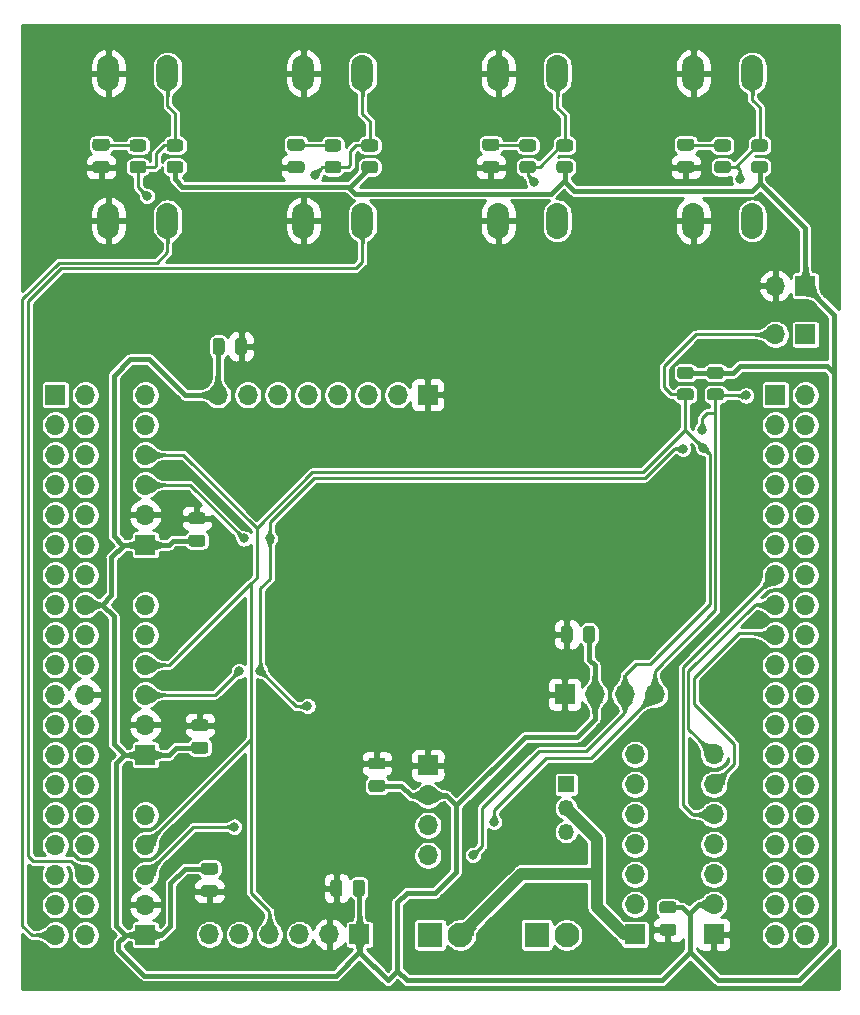
<source format=gbr>
%TF.GenerationSoftware,KiCad,Pcbnew,(5.1.10)-1*%
%TF.CreationDate,2024-07-04T18:25:41+02:00*%
%TF.ProjectId,ApiaryWaterDispensingSystem,41706961-7279-4576-9174-657244697370,rev?*%
%TF.SameCoordinates,Original*%
%TF.FileFunction,Copper,L2,Bot*%
%TF.FilePolarity,Positive*%
%FSLAX46Y46*%
G04 Gerber Fmt 4.6, Leading zero omitted, Abs format (unit mm)*
G04 Created by KiCad (PCBNEW (5.1.10)-1) date 2024-07-04 18:25:41*
%MOMM*%
%LPD*%
G01*
G04 APERTURE LIST*
%TA.AperFunction,ComponentPad*%
%ADD10O,1.700000X1.700000*%
%TD*%
%TA.AperFunction,ComponentPad*%
%ADD11R,1.700000X1.700000*%
%TD*%
%TA.AperFunction,ComponentPad*%
%ADD12O,1.350000X1.350000*%
%TD*%
%TA.AperFunction,ComponentPad*%
%ADD13R,1.350000X1.350000*%
%TD*%
%TA.AperFunction,ComponentPad*%
%ADD14O,1.850000X3.048000*%
%TD*%
%TA.AperFunction,ComponentPad*%
%ADD15C,2.100000*%
%TD*%
%TA.AperFunction,ComponentPad*%
%ADD16R,2.100000X2.100000*%
%TD*%
%TA.AperFunction,ViaPad*%
%ADD17C,0.800000*%
%TD*%
%TA.AperFunction,Conductor*%
%ADD18C,0.250000*%
%TD*%
%TA.AperFunction,Conductor*%
%ADD19C,0.400000*%
%TD*%
%TA.AperFunction,Conductor*%
%ADD20C,1.000000*%
%TD*%
%TA.AperFunction,Conductor*%
%ADD21C,0.025400*%
%TD*%
%TA.AperFunction,Conductor*%
%ADD22C,0.100000*%
%TD*%
%TA.AperFunction,Conductor*%
%ADD23C,0.254000*%
%TD*%
G04 APERTURE END LIST*
D10*
%TO.P,J4,4*%
%TO.N,SCL*%
X104000000Y-87100000D03*
%TO.P,J4,3*%
%TO.N,SDA*%
X101460000Y-87100000D03*
%TO.P,J4,2*%
%TO.N,+3V3*%
X98920000Y-87100000D03*
D11*
%TO.P,J4,1*%
%TO.N,GND*%
X96380000Y-87100000D03*
%TD*%
D10*
%TO.P,J9,13*%
%TO.N,AOUT1*%
X102328280Y-94720860D03*
%TO.P,J9,11*%
%TO.N,Net-(J9-Pad11)*%
X102328280Y-99800860D03*
%TO.P,J9,12*%
%TO.N,AOUT2*%
X102328280Y-97260860D03*
%TO.P,J9,14*%
%TO.N,Net-(J9-Pad14)*%
X102328280Y-92180860D03*
D11*
%TO.P,J9,8*%
%TO.N,GND1*%
X102328280Y-107420860D03*
D10*
%TO.P,J9,10*%
%TO.N,Net-(J9-Pad10)*%
X102328280Y-102340860D03*
%TO.P,J9,9*%
%TO.N,+6V*%
X102328280Y-104880860D03*
%TO.P,J9,7*%
%TO.N,MODE*%
X109000000Y-92180000D03*
%TO.P,J9,6*%
%TO.N,APHASE*%
X109000000Y-94720000D03*
%TO.P,J9,5*%
%TO.N,AENABLE*%
X109000000Y-97260000D03*
%TO.P,J9,4*%
%TO.N,Net-(J9-Pad4)*%
X109000000Y-99800000D03*
%TO.P,J9,3*%
%TO.N,Net-(J9-Pad3)*%
X109000000Y-102340000D03*
%TO.P,J9,2*%
%TO.N,+3V3*%
X109000000Y-104880000D03*
D11*
%TO.P,J9,1*%
%TO.N,GND*%
X109000000Y-107420000D03*
%TD*%
D10*
%TO.P,J15,8*%
%TO.N,+3V3*%
X67000000Y-61740000D03*
%TO.P,J15,7*%
%TO.N,Net-(J15-Pad7)*%
X69540000Y-61740000D03*
%TO.P,J15,6*%
%TO.N,SPI3_MISO*%
X72080000Y-61740000D03*
%TO.P,J15,5*%
%TO.N,SPI3_SCK*%
X74620000Y-61740000D03*
%TO.P,J15,4*%
%TO.N,SPI3_MOSI*%
X77160000Y-61740000D03*
%TO.P,J15,3*%
%TO.N,Net-(J15-Pad3)*%
X79700000Y-61740000D03*
%TO.P,J15,2*%
%TO.N,Net-(J15-Pad2)*%
X82240000Y-61740000D03*
D11*
%TO.P,J15,1*%
%TO.N,GND*%
X84780000Y-61740000D03*
%TD*%
D10*
%TO.P,J7,38*%
%TO.N,COUNTER_UP*%
X55790000Y-107460000D03*
%TO.P,J7,37*%
%TO.N,USER_ACTIVATED*%
X53250000Y-107460000D03*
%TO.P,J7,36*%
%TO.N,COUNTER_DOWN*%
X55790000Y-104920000D03*
%TO.P,J7,35*%
%TO.N,Net-(J7-Pad35)*%
X53250000Y-104920000D03*
%TO.P,J7,34*%
%TO.N,OPTION*%
X55790000Y-102380000D03*
%TO.P,J7,33*%
%TO.N,Net-(J7-Pad33)*%
X53250000Y-102380000D03*
%TO.P,J7,32*%
%TO.N,Net-(J7-Pad32)*%
X55790000Y-99840000D03*
%TO.P,J7,31*%
%TO.N,Net-(J7-Pad31)*%
X53250000Y-99840000D03*
%TO.P,J7,30*%
%TO.N,Net-(J7-Pad30)*%
X55790000Y-97300000D03*
%TO.P,J7,29*%
%TO.N,Net-(J7-Pad29)*%
X53250000Y-97300000D03*
%TO.P,J7,28*%
%TO.N,Net-(J7-Pad28)*%
X55790000Y-94760000D03*
%TO.P,J7,27*%
%TO.N,Net-(J7-Pad27)*%
X53250000Y-94760000D03*
%TO.P,J7,26*%
%TO.N,Net-(J7-Pad26)*%
X55790000Y-92220000D03*
%TO.P,J7,25*%
%TO.N,Net-(J7-Pad25)*%
X53250000Y-92220000D03*
%TO.P,J7,24*%
%TO.N,Net-(J7-Pad24)*%
X55790000Y-89680000D03*
%TO.P,J7,23*%
%TO.N,Net-(J7-Pad23)*%
X53250000Y-89680000D03*
%TO.P,J7,22*%
%TO.N,GND*%
X55790000Y-87140000D03*
%TO.P,J7,21*%
%TO.N,Net-(J7-Pad21)*%
X53250000Y-87140000D03*
%TO.P,J7,20*%
%TO.N,Net-(J7-Pad20)*%
X55790000Y-84600000D03*
%TO.P,J7,19*%
%TO.N,Net-(J7-Pad19)*%
X53250000Y-84600000D03*
%TO.P,J7,18*%
%TO.N,Net-(J7-Pad18)*%
X55790000Y-82060000D03*
%TO.P,J7,17*%
%TO.N,Net-(J7-Pad17)*%
X53250000Y-82060000D03*
%TO.P,J7,16*%
%TO.N,+3V3*%
X55790000Y-79520000D03*
%TO.P,J7,15*%
%TO.N,Net-(J7-Pad15)*%
X53250000Y-79520000D03*
%TO.P,J7,14*%
%TO.N,Net-(J7-Pad14)*%
X55790000Y-76980000D03*
%TO.P,J7,13*%
%TO.N,Net-(J7-Pad13)*%
X53250000Y-76980000D03*
%TO.P,J7,12*%
%TO.N,Net-(J7-Pad12)*%
X55790000Y-74440000D03*
%TO.P,J7,11*%
%TO.N,Net-(J7-Pad11)*%
X53250000Y-74440000D03*
%TO.P,J7,10*%
%TO.N,Net-(J7-Pad10)*%
X55790000Y-71900000D03*
%TO.P,J7,9*%
%TO.N,Net-(J7-Pad9)*%
X53250000Y-71900000D03*
%TO.P,J7,8*%
%TO.N,Net-(J7-Pad8)*%
X55790000Y-69360000D03*
%TO.P,J7,7*%
%TO.N,Net-(J7-Pad7)*%
X53250000Y-69360000D03*
%TO.P,J7,6*%
%TO.N,Net-(J7-Pad6)*%
X55790000Y-66820000D03*
%TO.P,J7,5*%
%TO.N,Net-(J7-Pad5)*%
X53250000Y-66820000D03*
%TO.P,J7,4*%
%TO.N,Net-(J7-Pad4)*%
X55790000Y-64280000D03*
%TO.P,J7,3*%
%TO.N,SPI3_MOSI*%
X53250000Y-64280000D03*
%TO.P,J7,2*%
%TO.N,SPI3_MISO*%
X55790000Y-61740000D03*
D11*
%TO.P,J7,1*%
%TO.N,SPI3_SCK*%
X53250000Y-61740000D03*
%TD*%
%TO.P,C12,2*%
%TO.N,+3V3*%
%TA.AperFunction,SMDPad,CuDef*%
G36*
G01*
X67584000Y-57161000D02*
X67584000Y-58111000D01*
G75*
G02*
X67334000Y-58361000I-250000J0D01*
G01*
X66834000Y-58361000D01*
G75*
G02*
X66584000Y-58111000I0J250000D01*
G01*
X66584000Y-57161000D01*
G75*
G02*
X66834000Y-56911000I250000J0D01*
G01*
X67334000Y-56911000D01*
G75*
G02*
X67584000Y-57161000I0J-250000D01*
G01*
G37*
%TD.AperFunction*%
%TO.P,C12,1*%
%TO.N,GND*%
%TA.AperFunction,SMDPad,CuDef*%
G36*
G01*
X69484000Y-57161000D02*
X69484000Y-58111000D01*
G75*
G02*
X69234000Y-58361000I-250000J0D01*
G01*
X68734000Y-58361000D01*
G75*
G02*
X68484000Y-58111000I0J250000D01*
G01*
X68484000Y-57161000D01*
G75*
G02*
X68734000Y-56911000I250000J0D01*
G01*
X69234000Y-56911000D01*
G75*
G02*
X69484000Y-57161000I0J-250000D01*
G01*
G37*
%TD.AperFunction*%
%TD*%
%TO.P,C11,2*%
%TO.N,+3V3*%
%TA.AperFunction,SMDPad,CuDef*%
G36*
G01*
X97948000Y-82495000D02*
X97948000Y-81545000D01*
G75*
G02*
X98198000Y-81295000I250000J0D01*
G01*
X98698000Y-81295000D01*
G75*
G02*
X98948000Y-81545000I0J-250000D01*
G01*
X98948000Y-82495000D01*
G75*
G02*
X98698000Y-82745000I-250000J0D01*
G01*
X98198000Y-82745000D01*
G75*
G02*
X97948000Y-82495000I0J250000D01*
G01*
G37*
%TD.AperFunction*%
%TO.P,C11,1*%
%TO.N,GND*%
%TA.AperFunction,SMDPad,CuDef*%
G36*
G01*
X96048000Y-82495000D02*
X96048000Y-81545000D01*
G75*
G02*
X96298000Y-81295000I250000J0D01*
G01*
X96798000Y-81295000D01*
G75*
G02*
X97048000Y-81545000I0J-250000D01*
G01*
X97048000Y-82495000D01*
G75*
G02*
X96798000Y-82745000I-250000J0D01*
G01*
X96298000Y-82745000D01*
G75*
G02*
X96048000Y-82495000I0J250000D01*
G01*
G37*
%TD.AperFunction*%
%TD*%
%TO.P,C10,2*%
%TO.N,+3V3*%
%TA.AperFunction,SMDPad,CuDef*%
G36*
G01*
X80005000Y-94350000D02*
X80955000Y-94350000D01*
G75*
G02*
X81205000Y-94600000I0J-250000D01*
G01*
X81205000Y-95100000D01*
G75*
G02*
X80955000Y-95350000I-250000J0D01*
G01*
X80005000Y-95350000D01*
G75*
G02*
X79755000Y-95100000I0J250000D01*
G01*
X79755000Y-94600000D01*
G75*
G02*
X80005000Y-94350000I250000J0D01*
G01*
G37*
%TD.AperFunction*%
%TO.P,C10,1*%
%TO.N,GND*%
%TA.AperFunction,SMDPad,CuDef*%
G36*
G01*
X80005000Y-92450000D02*
X80955000Y-92450000D01*
G75*
G02*
X81205000Y-92700000I0J-250000D01*
G01*
X81205000Y-93200000D01*
G75*
G02*
X80955000Y-93450000I-250000J0D01*
G01*
X80005000Y-93450000D01*
G75*
G02*
X79755000Y-93200000I0J250000D01*
G01*
X79755000Y-92700000D01*
G75*
G02*
X80005000Y-92450000I250000J0D01*
G01*
G37*
%TD.AperFunction*%
%TD*%
%TO.P,C9,2*%
%TO.N,GND*%
%TA.AperFunction,SMDPad,CuDef*%
G36*
G01*
X65715000Y-72680000D02*
X64765000Y-72680000D01*
G75*
G02*
X64515000Y-72430000I0J250000D01*
G01*
X64515000Y-71930000D01*
G75*
G02*
X64765000Y-71680000I250000J0D01*
G01*
X65715000Y-71680000D01*
G75*
G02*
X65965000Y-71930000I0J-250000D01*
G01*
X65965000Y-72430000D01*
G75*
G02*
X65715000Y-72680000I-250000J0D01*
G01*
G37*
%TD.AperFunction*%
%TO.P,C9,1*%
%TO.N,+3V3*%
%TA.AperFunction,SMDPad,CuDef*%
G36*
G01*
X65715000Y-74580000D02*
X64765000Y-74580000D01*
G75*
G02*
X64515000Y-74330000I0J250000D01*
G01*
X64515000Y-73830000D01*
G75*
G02*
X64765000Y-73580000I250000J0D01*
G01*
X65715000Y-73580000D01*
G75*
G02*
X65965000Y-73830000I0J-250000D01*
G01*
X65965000Y-74330000D01*
G75*
G02*
X65715000Y-74580000I-250000J0D01*
G01*
G37*
%TD.AperFunction*%
%TD*%
%TO.P,C8,2*%
%TO.N,GND*%
%TA.AperFunction,SMDPad,CuDef*%
G36*
G01*
X65825000Y-103250000D02*
X66775000Y-103250000D01*
G75*
G02*
X67025000Y-103500000I0J-250000D01*
G01*
X67025000Y-104000000D01*
G75*
G02*
X66775000Y-104250000I-250000J0D01*
G01*
X65825000Y-104250000D01*
G75*
G02*
X65575000Y-104000000I0J250000D01*
G01*
X65575000Y-103500000D01*
G75*
G02*
X65825000Y-103250000I250000J0D01*
G01*
G37*
%TD.AperFunction*%
%TO.P,C8,1*%
%TO.N,+3V3*%
%TA.AperFunction,SMDPad,CuDef*%
G36*
G01*
X65825000Y-101350000D02*
X66775000Y-101350000D01*
G75*
G02*
X67025000Y-101600000I0J-250000D01*
G01*
X67025000Y-102100000D01*
G75*
G02*
X66775000Y-102350000I-250000J0D01*
G01*
X65825000Y-102350000D01*
G75*
G02*
X65575000Y-102100000I0J250000D01*
G01*
X65575000Y-101600000D01*
G75*
G02*
X65825000Y-101350000I250000J0D01*
G01*
G37*
%TD.AperFunction*%
%TD*%
%TO.P,C7,2*%
%TO.N,GND*%
%TA.AperFunction,SMDPad,CuDef*%
G36*
G01*
X65969000Y-90206000D02*
X65019000Y-90206000D01*
G75*
G02*
X64769000Y-89956000I0J250000D01*
G01*
X64769000Y-89456000D01*
G75*
G02*
X65019000Y-89206000I250000J0D01*
G01*
X65969000Y-89206000D01*
G75*
G02*
X66219000Y-89456000I0J-250000D01*
G01*
X66219000Y-89956000D01*
G75*
G02*
X65969000Y-90206000I-250000J0D01*
G01*
G37*
%TD.AperFunction*%
%TO.P,C7,1*%
%TO.N,+3V3*%
%TA.AperFunction,SMDPad,CuDef*%
G36*
G01*
X65969000Y-92106000D02*
X65019000Y-92106000D01*
G75*
G02*
X64769000Y-91856000I0J250000D01*
G01*
X64769000Y-91356000D01*
G75*
G02*
X65019000Y-91106000I250000J0D01*
G01*
X65969000Y-91106000D01*
G75*
G02*
X66219000Y-91356000I0J-250000D01*
G01*
X66219000Y-91856000D01*
G75*
G02*
X65969000Y-92106000I-250000J0D01*
G01*
G37*
%TD.AperFunction*%
%TD*%
%TO.P,C6,2*%
%TO.N,GND*%
%TA.AperFunction,SMDPad,CuDef*%
G36*
G01*
X77550000Y-103025000D02*
X77550000Y-103975000D01*
G75*
G02*
X77300000Y-104225000I-250000J0D01*
G01*
X76800000Y-104225000D01*
G75*
G02*
X76550000Y-103975000I0J250000D01*
G01*
X76550000Y-103025000D01*
G75*
G02*
X76800000Y-102775000I250000J0D01*
G01*
X77300000Y-102775000D01*
G75*
G02*
X77550000Y-103025000I0J-250000D01*
G01*
G37*
%TD.AperFunction*%
%TO.P,C6,1*%
%TO.N,+3V3*%
%TA.AperFunction,SMDPad,CuDef*%
G36*
G01*
X79450000Y-103025000D02*
X79450000Y-103975000D01*
G75*
G02*
X79200000Y-104225000I-250000J0D01*
G01*
X78700000Y-104225000D01*
G75*
G02*
X78450000Y-103975000I0J250000D01*
G01*
X78450000Y-103025000D01*
G75*
G02*
X78700000Y-102775000I250000J0D01*
G01*
X79200000Y-102775000D01*
G75*
G02*
X79450000Y-103025000I0J-250000D01*
G01*
G37*
%TD.AperFunction*%
%TD*%
%TO.P,C5,2*%
%TO.N,+3V3*%
%TA.AperFunction,SMDPad,CuDef*%
G36*
G01*
X105593000Y-105634000D02*
X104643000Y-105634000D01*
G75*
G02*
X104393000Y-105384000I0J250000D01*
G01*
X104393000Y-104884000D01*
G75*
G02*
X104643000Y-104634000I250000J0D01*
G01*
X105593000Y-104634000D01*
G75*
G02*
X105843000Y-104884000I0J-250000D01*
G01*
X105843000Y-105384000D01*
G75*
G02*
X105593000Y-105634000I-250000J0D01*
G01*
G37*
%TD.AperFunction*%
%TO.P,C5,1*%
%TO.N,GND*%
%TA.AperFunction,SMDPad,CuDef*%
G36*
G01*
X105593000Y-107534000D02*
X104643000Y-107534000D01*
G75*
G02*
X104393000Y-107284000I0J250000D01*
G01*
X104393000Y-106784000D01*
G75*
G02*
X104643000Y-106534000I250000J0D01*
G01*
X105593000Y-106534000D01*
G75*
G02*
X105843000Y-106784000I0J-250000D01*
G01*
X105843000Y-107284000D01*
G75*
G02*
X105593000Y-107534000I-250000J0D01*
G01*
G37*
%TD.AperFunction*%
%TD*%
D10*
%TO.P,J1,6*%
%TO.N,Net-(J1-Pad6)*%
X66300000Y-107420000D03*
%TO.P,J1,5*%
%TO.N,Net-(J1-Pad5)*%
X68840000Y-107420000D03*
%TO.P,J1,4*%
%TO.N,SDA*%
X71380000Y-107420000D03*
%TO.P,J1,3*%
%TO.N,SCL*%
X73920000Y-107420000D03*
%TO.P,J1,2*%
%TO.N,GND*%
X76460000Y-107420000D03*
D11*
%TO.P,J1,1*%
%TO.N,+3V3*%
X79000000Y-107420000D03*
%TD*%
D12*
%TO.P,J13,3*%
%TO.N,+5V*%
X96500000Y-98720000D03*
%TO.P,J13,2*%
%TO.N,GND1*%
X96500000Y-96720000D03*
D13*
%TO.P,J13,1*%
%TO.N,+6V*%
X96500000Y-94720000D03*
%TD*%
D10*
%TO.P,J3,4*%
%TO.N,SDA*%
X84800000Y-100720000D03*
%TO.P,J3,3*%
%TO.N,SCL*%
X84800000Y-98180000D03*
%TO.P,J3,2*%
%TO.N,+3V3*%
X84800000Y-95640000D03*
D11*
%TO.P,J3,1*%
%TO.N,GND*%
X84800000Y-93100000D03*
%TD*%
D10*
%TO.P,J2,5*%
%TO.N,Net-(J2-Pad5)*%
X60870000Y-97300000D03*
%TO.P,J2,4*%
%TO.N,SDA*%
X60870000Y-99840000D03*
%TO.P,J2,3*%
%TO.N,SCL*%
X60870000Y-102380000D03*
%TO.P,J2,2*%
%TO.N,GND*%
X60870000Y-104920000D03*
D11*
%TO.P,J2,1*%
%TO.N,+3V3*%
X60870000Y-107460000D03*
%TD*%
D10*
%TO.P,J6,6*%
%TO.N,Net-(J6-Pad6)*%
X60870000Y-79520000D03*
%TO.P,J6,5*%
%TO.N,Net-(J6-Pad5)*%
X60870000Y-82060000D03*
%TO.P,J6,4*%
%TO.N,SDA*%
X60870000Y-84600000D03*
%TO.P,J6,3*%
%TO.N,SCL*%
X60870000Y-87140000D03*
%TO.P,J6,2*%
%TO.N,GND*%
X60870000Y-89680000D03*
D11*
%TO.P,J6,1*%
%TO.N,+3V3*%
X60870000Y-92220000D03*
%TD*%
D10*
%TO.P,J5,6*%
%TO.N,Net-(J5-Pad6)*%
X60870000Y-61740000D03*
%TO.P,J5,5*%
%TO.N,Net-(J5-Pad5)*%
X60870000Y-64280000D03*
%TO.P,J5,4*%
%TO.N,SDA*%
X60870000Y-66820000D03*
%TO.P,J5,3*%
%TO.N,SCL*%
X60870000Y-69360000D03*
%TO.P,J5,2*%
%TO.N,GND*%
X60870000Y-71900000D03*
D11*
%TO.P,J5,1*%
%TO.N,+3V3*%
X60870000Y-74440000D03*
%TD*%
D10*
%TO.P,J10,38*%
%TO.N,Net-(J10-Pad38)*%
X116750000Y-107460000D03*
%TO.P,J10,37*%
%TO.N,Net-(J10-Pad37)*%
X114210000Y-107460000D03*
%TO.P,J10,36*%
%TO.N,Net-(J10-Pad36)*%
X116750000Y-104920000D03*
%TO.P,J10,35*%
%TO.N,Net-(J10-Pad35)*%
X114210000Y-104920000D03*
%TO.P,J10,34*%
%TO.N,Net-(J10-Pad34)*%
X116750000Y-102380000D03*
%TO.P,J10,33*%
%TO.N,Net-(J10-Pad33)*%
X114210000Y-102380000D03*
%TO.P,J10,32*%
%TO.N,Net-(J10-Pad32)*%
X116750000Y-99840000D03*
%TO.P,J10,31*%
%TO.N,Net-(J10-Pad31)*%
X114210000Y-99840000D03*
%TO.P,J10,30*%
%TO.N,Net-(J10-Pad30)*%
X116750000Y-97300000D03*
%TO.P,J10,29*%
%TO.N,Net-(J10-Pad29)*%
X114210000Y-97300000D03*
%TO.P,J10,28*%
%TO.N,Net-(J10-Pad28)*%
X116750000Y-94760000D03*
%TO.P,J10,27*%
%TO.N,Net-(J10-Pad27)*%
X114210000Y-94760000D03*
%TO.P,J10,26*%
%TO.N,Net-(J10-Pad26)*%
X116750000Y-92220000D03*
%TO.P,J10,25*%
%TO.N,Net-(J10-Pad25)*%
X114210000Y-92220000D03*
%TO.P,J10,24*%
%TO.N,Net-(J10-Pad24)*%
X116750000Y-89680000D03*
%TO.P,J10,23*%
%TO.N,Net-(J10-Pad23)*%
X114210000Y-89680000D03*
%TO.P,J10,22*%
%TO.N,Net-(J10-Pad22)*%
X116750000Y-87140000D03*
%TO.P,J10,21*%
%TO.N,Net-(J10-Pad21)*%
X114210000Y-87140000D03*
%TO.P,J10,20*%
%TO.N,Net-(J10-Pad20)*%
X116750000Y-84600000D03*
%TO.P,J10,19*%
%TO.N,Net-(J10-Pad19)*%
X114210000Y-84600000D03*
%TO.P,J10,18*%
%TO.N,Net-(J10-Pad18)*%
X116750000Y-82060000D03*
%TO.P,J10,17*%
%TO.N,APHASE*%
X114210000Y-82060000D03*
%TO.P,J10,16*%
%TO.N,Net-(J10-Pad16)*%
X116750000Y-79520000D03*
%TO.P,J10,15*%
%TO.N,MODE*%
X114210000Y-79520000D03*
%TO.P,J10,14*%
%TO.N,Net-(J10-Pad14)*%
X116750000Y-76980000D03*
%TO.P,J10,13*%
%TO.N,AENABLE*%
X114210000Y-76980000D03*
%TO.P,J10,12*%
%TO.N,Net-(J10-Pad12)*%
X116750000Y-74440000D03*
%TO.P,J10,11*%
%TO.N,Net-(J10-Pad11)*%
X114210000Y-74440000D03*
%TO.P,J10,10*%
%TO.N,Net-(J10-Pad10)*%
X116750000Y-71900000D03*
%TO.P,J10,9*%
%TO.N,Net-(J10-Pad9)*%
X114210000Y-71900000D03*
%TO.P,J10,8*%
%TO.N,Net-(J10-Pad8)*%
X116750000Y-69360000D03*
%TO.P,J10,7*%
%TO.N,Net-(J10-Pad7)*%
X114210000Y-69360000D03*
%TO.P,J10,6*%
%TO.N,Net-(J10-Pad6)*%
X116750000Y-66820000D03*
%TO.P,J10,5*%
%TO.N,SDA*%
X114210000Y-66820000D03*
%TO.P,J10,4*%
%TO.N,Net-(J10-Pad4)*%
X116750000Y-64280000D03*
%TO.P,J10,3*%
%TO.N,SCL*%
X114210000Y-64280000D03*
%TO.P,J10,2*%
%TO.N,Net-(J10-Pad2)*%
X116750000Y-61740000D03*
D11*
%TO.P,J10,1*%
%TO.N,Net-(J10-Pad1)*%
X114210000Y-61740000D03*
%TD*%
D14*
%TO.P,SW4,2*%
%TO.N,USER_ACTIVATED*%
X62750000Y-47000000D03*
%TO.P,SW4,1*%
%TO.N,GND*%
X57750000Y-47000000D03*
%TO.P,SW4,2*%
%TO.N,USER_ACTIVATED*%
X62750000Y-34500000D03*
%TO.P,SW4,1*%
%TO.N,GND*%
X57750000Y-34500000D03*
%TD*%
%TO.P,SW3,2*%
%TO.N,OPTION*%
X79250000Y-47000000D03*
%TO.P,SW3,1*%
%TO.N,GND*%
X74250000Y-47000000D03*
%TO.P,SW3,2*%
%TO.N,OPTION*%
X79250000Y-34500000D03*
%TO.P,SW3,1*%
%TO.N,GND*%
X74250000Y-34500000D03*
%TD*%
%TO.P,SW2,2*%
%TO.N,COUNTER_DOWN*%
X95750000Y-47000000D03*
%TO.P,SW2,1*%
%TO.N,GND*%
X90750000Y-47000000D03*
%TO.P,SW2,2*%
%TO.N,COUNTER_DOWN*%
X95750000Y-34500000D03*
%TO.P,SW2,1*%
%TO.N,GND*%
X90750000Y-34500000D03*
%TD*%
%TO.P,SW1,2*%
%TO.N,COUNTER_UP*%
X112250000Y-47000000D03*
%TO.P,SW1,1*%
%TO.N,GND*%
X107250000Y-47000000D03*
%TO.P,SW1,2*%
%TO.N,COUNTER_UP*%
X112250000Y-34500000D03*
%TO.P,SW1,1*%
%TO.N,GND*%
X107250000Y-34500000D03*
%TD*%
%TO.P,R10,2*%
%TO.N,USER_ACTIVATED*%
%TA.AperFunction,SMDPad,CuDef*%
G36*
G01*
X63825001Y-41137500D02*
X62924999Y-41137500D01*
G75*
G02*
X62675000Y-40887501I0J249999D01*
G01*
X62675000Y-40362499D01*
G75*
G02*
X62924999Y-40112500I249999J0D01*
G01*
X63825001Y-40112500D01*
G75*
G02*
X64075000Y-40362499I0J-249999D01*
G01*
X64075000Y-40887501D01*
G75*
G02*
X63825001Y-41137500I-249999J0D01*
G01*
G37*
%TD.AperFunction*%
%TO.P,R10,1*%
%TO.N,+3V3*%
%TA.AperFunction,SMDPad,CuDef*%
G36*
G01*
X63825001Y-42962500D02*
X62924999Y-42962500D01*
G75*
G02*
X62675000Y-42712501I0J249999D01*
G01*
X62675000Y-42187499D01*
G75*
G02*
X62924999Y-41937500I249999J0D01*
G01*
X63825001Y-41937500D01*
G75*
G02*
X64075000Y-42187499I0J-249999D01*
G01*
X64075000Y-42712501D01*
G75*
G02*
X63825001Y-42962500I-249999J0D01*
G01*
G37*
%TD.AperFunction*%
%TD*%
%TO.P,R9,2*%
%TO.N,Net-(C4-Pad1)*%
%TA.AperFunction,SMDPad,CuDef*%
G36*
G01*
X60700001Y-41137500D02*
X59799999Y-41137500D01*
G75*
G02*
X59550000Y-40887501I0J249999D01*
G01*
X59550000Y-40362499D01*
G75*
G02*
X59799999Y-40112500I249999J0D01*
G01*
X60700001Y-40112500D01*
G75*
G02*
X60950000Y-40362499I0J-249999D01*
G01*
X60950000Y-40887501D01*
G75*
G02*
X60700001Y-41137500I-249999J0D01*
G01*
G37*
%TD.AperFunction*%
%TO.P,R9,1*%
%TO.N,USER_ACTIVATED*%
%TA.AperFunction,SMDPad,CuDef*%
G36*
G01*
X60700001Y-42962500D02*
X59799999Y-42962500D01*
G75*
G02*
X59550000Y-42712501I0J249999D01*
G01*
X59550000Y-42187499D01*
G75*
G02*
X59799999Y-41937500I249999J0D01*
G01*
X60700001Y-41937500D01*
G75*
G02*
X60950000Y-42187499I0J-249999D01*
G01*
X60950000Y-42712501D01*
G75*
G02*
X60700001Y-42962500I-249999J0D01*
G01*
G37*
%TD.AperFunction*%
%TD*%
%TO.P,R8,2*%
%TO.N,OPTION*%
%TA.AperFunction,SMDPad,CuDef*%
G36*
G01*
X80325001Y-41137500D02*
X79424999Y-41137500D01*
G75*
G02*
X79175000Y-40887501I0J249999D01*
G01*
X79175000Y-40362499D01*
G75*
G02*
X79424999Y-40112500I249999J0D01*
G01*
X80325001Y-40112500D01*
G75*
G02*
X80575000Y-40362499I0J-249999D01*
G01*
X80575000Y-40887501D01*
G75*
G02*
X80325001Y-41137500I-249999J0D01*
G01*
G37*
%TD.AperFunction*%
%TO.P,R8,1*%
%TO.N,+3V3*%
%TA.AperFunction,SMDPad,CuDef*%
G36*
G01*
X80325001Y-42962500D02*
X79424999Y-42962500D01*
G75*
G02*
X79175000Y-42712501I0J249999D01*
G01*
X79175000Y-42187499D01*
G75*
G02*
X79424999Y-41937500I249999J0D01*
G01*
X80325001Y-41937500D01*
G75*
G02*
X80575000Y-42187499I0J-249999D01*
G01*
X80575000Y-42712501D01*
G75*
G02*
X80325001Y-42962500I-249999J0D01*
G01*
G37*
%TD.AperFunction*%
%TD*%
%TO.P,R7,2*%
%TO.N,Net-(C3-Pad1)*%
%TA.AperFunction,SMDPad,CuDef*%
G36*
G01*
X77200001Y-41137500D02*
X76299999Y-41137500D01*
G75*
G02*
X76050000Y-40887501I0J249999D01*
G01*
X76050000Y-40362499D01*
G75*
G02*
X76299999Y-40112500I249999J0D01*
G01*
X77200001Y-40112500D01*
G75*
G02*
X77450000Y-40362499I0J-249999D01*
G01*
X77450000Y-40887501D01*
G75*
G02*
X77200001Y-41137500I-249999J0D01*
G01*
G37*
%TD.AperFunction*%
%TO.P,R7,1*%
%TO.N,OPTION*%
%TA.AperFunction,SMDPad,CuDef*%
G36*
G01*
X77200001Y-42962500D02*
X76299999Y-42962500D01*
G75*
G02*
X76050000Y-42712501I0J249999D01*
G01*
X76050000Y-42187499D01*
G75*
G02*
X76299999Y-41937500I249999J0D01*
G01*
X77200001Y-41937500D01*
G75*
G02*
X77450000Y-42187499I0J-249999D01*
G01*
X77450000Y-42712501D01*
G75*
G02*
X77200001Y-42962500I-249999J0D01*
G01*
G37*
%TD.AperFunction*%
%TD*%
%TO.P,R6,2*%
%TO.N,COUNTER_DOWN*%
%TA.AperFunction,SMDPad,CuDef*%
G36*
G01*
X96825001Y-41137500D02*
X95924999Y-41137500D01*
G75*
G02*
X95675000Y-40887501I0J249999D01*
G01*
X95675000Y-40362499D01*
G75*
G02*
X95924999Y-40112500I249999J0D01*
G01*
X96825001Y-40112500D01*
G75*
G02*
X97075000Y-40362499I0J-249999D01*
G01*
X97075000Y-40887501D01*
G75*
G02*
X96825001Y-41137500I-249999J0D01*
G01*
G37*
%TD.AperFunction*%
%TO.P,R6,1*%
%TO.N,+3V3*%
%TA.AperFunction,SMDPad,CuDef*%
G36*
G01*
X96825001Y-42962500D02*
X95924999Y-42962500D01*
G75*
G02*
X95675000Y-42712501I0J249999D01*
G01*
X95675000Y-42187499D01*
G75*
G02*
X95924999Y-41937500I249999J0D01*
G01*
X96825001Y-41937500D01*
G75*
G02*
X97075000Y-42187499I0J-249999D01*
G01*
X97075000Y-42712501D01*
G75*
G02*
X96825001Y-42962500I-249999J0D01*
G01*
G37*
%TD.AperFunction*%
%TD*%
%TO.P,R5,2*%
%TO.N,Net-(C2-Pad1)*%
%TA.AperFunction,SMDPad,CuDef*%
G36*
G01*
X93700001Y-41137500D02*
X92799999Y-41137500D01*
G75*
G02*
X92550000Y-40887501I0J249999D01*
G01*
X92550000Y-40362499D01*
G75*
G02*
X92799999Y-40112500I249999J0D01*
G01*
X93700001Y-40112500D01*
G75*
G02*
X93950000Y-40362499I0J-249999D01*
G01*
X93950000Y-40887501D01*
G75*
G02*
X93700001Y-41137500I-249999J0D01*
G01*
G37*
%TD.AperFunction*%
%TO.P,R5,1*%
%TO.N,COUNTER_DOWN*%
%TA.AperFunction,SMDPad,CuDef*%
G36*
G01*
X93700001Y-42962500D02*
X92799999Y-42962500D01*
G75*
G02*
X92550000Y-42712501I0J249999D01*
G01*
X92550000Y-42187499D01*
G75*
G02*
X92799999Y-41937500I249999J0D01*
G01*
X93700001Y-41937500D01*
G75*
G02*
X93950000Y-42187499I0J-249999D01*
G01*
X93950000Y-42712501D01*
G75*
G02*
X93700001Y-42962500I-249999J0D01*
G01*
G37*
%TD.AperFunction*%
%TD*%
%TO.P,R4,2*%
%TO.N,COUNTER_UP*%
%TA.AperFunction,SMDPad,CuDef*%
G36*
G01*
X113325001Y-41137500D02*
X112424999Y-41137500D01*
G75*
G02*
X112175000Y-40887501I0J249999D01*
G01*
X112175000Y-40362499D01*
G75*
G02*
X112424999Y-40112500I249999J0D01*
G01*
X113325001Y-40112500D01*
G75*
G02*
X113575000Y-40362499I0J-249999D01*
G01*
X113575000Y-40887501D01*
G75*
G02*
X113325001Y-41137500I-249999J0D01*
G01*
G37*
%TD.AperFunction*%
%TO.P,R4,1*%
%TO.N,+3V3*%
%TA.AperFunction,SMDPad,CuDef*%
G36*
G01*
X113325001Y-42962500D02*
X112424999Y-42962500D01*
G75*
G02*
X112175000Y-42712501I0J249999D01*
G01*
X112175000Y-42187499D01*
G75*
G02*
X112424999Y-41937500I249999J0D01*
G01*
X113325001Y-41937500D01*
G75*
G02*
X113575000Y-42187499I0J-249999D01*
G01*
X113575000Y-42712501D01*
G75*
G02*
X113325001Y-42962500I-249999J0D01*
G01*
G37*
%TD.AperFunction*%
%TD*%
%TO.P,R3,2*%
%TO.N,SDA*%
%TA.AperFunction,SMDPad,CuDef*%
G36*
G01*
X106139999Y-61187500D02*
X107040001Y-61187500D01*
G75*
G02*
X107290000Y-61437499I0J-249999D01*
G01*
X107290000Y-61962501D01*
G75*
G02*
X107040001Y-62212500I-249999J0D01*
G01*
X106139999Y-62212500D01*
G75*
G02*
X105890000Y-61962501I0J249999D01*
G01*
X105890000Y-61437499D01*
G75*
G02*
X106139999Y-61187500I249999J0D01*
G01*
G37*
%TD.AperFunction*%
%TO.P,R3,1*%
%TO.N,+3V3*%
%TA.AperFunction,SMDPad,CuDef*%
G36*
G01*
X106139999Y-59362500D02*
X107040001Y-59362500D01*
G75*
G02*
X107290000Y-59612499I0J-249999D01*
G01*
X107290000Y-60137501D01*
G75*
G02*
X107040001Y-60387500I-249999J0D01*
G01*
X106139999Y-60387500D01*
G75*
G02*
X105890000Y-60137501I0J249999D01*
G01*
X105890000Y-59612499D01*
G75*
G02*
X106139999Y-59362500I249999J0D01*
G01*
G37*
%TD.AperFunction*%
%TD*%
%TO.P,R2,2*%
%TO.N,Net-(C1-Pad1)*%
%TA.AperFunction,SMDPad,CuDef*%
G36*
G01*
X110200001Y-41137500D02*
X109299999Y-41137500D01*
G75*
G02*
X109050000Y-40887501I0J249999D01*
G01*
X109050000Y-40362499D01*
G75*
G02*
X109299999Y-40112500I249999J0D01*
G01*
X110200001Y-40112500D01*
G75*
G02*
X110450000Y-40362499I0J-249999D01*
G01*
X110450000Y-40887501D01*
G75*
G02*
X110200001Y-41137500I-249999J0D01*
G01*
G37*
%TD.AperFunction*%
%TO.P,R2,1*%
%TO.N,COUNTER_UP*%
%TA.AperFunction,SMDPad,CuDef*%
G36*
G01*
X110200001Y-42962500D02*
X109299999Y-42962500D01*
G75*
G02*
X109050000Y-42712501I0J249999D01*
G01*
X109050000Y-42187499D01*
G75*
G02*
X109299999Y-41937500I249999J0D01*
G01*
X110200001Y-41937500D01*
G75*
G02*
X110450000Y-42187499I0J-249999D01*
G01*
X110450000Y-42712501D01*
G75*
G02*
X110200001Y-42962500I-249999J0D01*
G01*
G37*
%TD.AperFunction*%
%TD*%
%TO.P,R1,2*%
%TO.N,SCL*%
%TA.AperFunction,SMDPad,CuDef*%
G36*
G01*
X108679999Y-61187500D02*
X109580001Y-61187500D01*
G75*
G02*
X109830000Y-61437499I0J-249999D01*
G01*
X109830000Y-61962501D01*
G75*
G02*
X109580001Y-62212500I-249999J0D01*
G01*
X108679999Y-62212500D01*
G75*
G02*
X108430000Y-61962501I0J249999D01*
G01*
X108430000Y-61437499D01*
G75*
G02*
X108679999Y-61187500I249999J0D01*
G01*
G37*
%TD.AperFunction*%
%TO.P,R1,1*%
%TO.N,+3V3*%
%TA.AperFunction,SMDPad,CuDef*%
G36*
G01*
X108679999Y-59362500D02*
X109580001Y-59362500D01*
G75*
G02*
X109830000Y-59612499I0J-249999D01*
G01*
X109830000Y-60137501D01*
G75*
G02*
X109580001Y-60387500I-249999J0D01*
G01*
X108679999Y-60387500D01*
G75*
G02*
X108430000Y-60137501I0J249999D01*
G01*
X108430000Y-59612499D01*
G75*
G02*
X108679999Y-59362500I249999J0D01*
G01*
G37*
%TD.AperFunction*%
%TD*%
D10*
%TO.P,J16,2*%
%TO.N,GND*%
X114210000Y-52500000D03*
D11*
%TO.P,J16,1*%
%TO.N,+3V3*%
X116750000Y-52500000D03*
%TD*%
D15*
%TO.P,J14,2*%
%TO.N,GND1*%
X87540000Y-107460000D03*
D16*
%TO.P,J14,1*%
%TO.N,+5V*%
X85000000Y-107460000D03*
%TD*%
D15*
%TO.P,J12,2*%
%TO.N,AOUT1*%
X96540000Y-107460000D03*
D16*
%TO.P,J12,1*%
%TO.N,AOUT2*%
X94000000Y-107460000D03*
%TD*%
D10*
%TO.P,J8,2*%
%TO.N,SDA*%
X114210000Y-56620000D03*
D11*
%TO.P,J8,1*%
%TO.N,SCL*%
X116750000Y-56620000D03*
%TD*%
%TO.P,C4,2*%
%TO.N,GND*%
%TA.AperFunction,SMDPad,CuDef*%
G36*
G01*
X56650000Y-41950000D02*
X57600000Y-41950000D01*
G75*
G02*
X57850000Y-42200000I0J-250000D01*
G01*
X57850000Y-42700000D01*
G75*
G02*
X57600000Y-42950000I-250000J0D01*
G01*
X56650000Y-42950000D01*
G75*
G02*
X56400000Y-42700000I0J250000D01*
G01*
X56400000Y-42200000D01*
G75*
G02*
X56650000Y-41950000I250000J0D01*
G01*
G37*
%TD.AperFunction*%
%TO.P,C4,1*%
%TO.N,Net-(C4-Pad1)*%
%TA.AperFunction,SMDPad,CuDef*%
G36*
G01*
X56650000Y-40050000D02*
X57600000Y-40050000D01*
G75*
G02*
X57850000Y-40300000I0J-250000D01*
G01*
X57850000Y-40800000D01*
G75*
G02*
X57600000Y-41050000I-250000J0D01*
G01*
X56650000Y-41050000D01*
G75*
G02*
X56400000Y-40800000I0J250000D01*
G01*
X56400000Y-40300000D01*
G75*
G02*
X56650000Y-40050000I250000J0D01*
G01*
G37*
%TD.AperFunction*%
%TD*%
%TO.P,C3,2*%
%TO.N,GND*%
%TA.AperFunction,SMDPad,CuDef*%
G36*
G01*
X73150000Y-41950000D02*
X74100000Y-41950000D01*
G75*
G02*
X74350000Y-42200000I0J-250000D01*
G01*
X74350000Y-42700000D01*
G75*
G02*
X74100000Y-42950000I-250000J0D01*
G01*
X73150000Y-42950000D01*
G75*
G02*
X72900000Y-42700000I0J250000D01*
G01*
X72900000Y-42200000D01*
G75*
G02*
X73150000Y-41950000I250000J0D01*
G01*
G37*
%TD.AperFunction*%
%TO.P,C3,1*%
%TO.N,Net-(C3-Pad1)*%
%TA.AperFunction,SMDPad,CuDef*%
G36*
G01*
X73150000Y-40050000D02*
X74100000Y-40050000D01*
G75*
G02*
X74350000Y-40300000I0J-250000D01*
G01*
X74350000Y-40800000D01*
G75*
G02*
X74100000Y-41050000I-250000J0D01*
G01*
X73150000Y-41050000D01*
G75*
G02*
X72900000Y-40800000I0J250000D01*
G01*
X72900000Y-40300000D01*
G75*
G02*
X73150000Y-40050000I250000J0D01*
G01*
G37*
%TD.AperFunction*%
%TD*%
%TO.P,C2,2*%
%TO.N,GND*%
%TA.AperFunction,SMDPad,CuDef*%
G36*
G01*
X89650000Y-41950000D02*
X90600000Y-41950000D01*
G75*
G02*
X90850000Y-42200000I0J-250000D01*
G01*
X90850000Y-42700000D01*
G75*
G02*
X90600000Y-42950000I-250000J0D01*
G01*
X89650000Y-42950000D01*
G75*
G02*
X89400000Y-42700000I0J250000D01*
G01*
X89400000Y-42200000D01*
G75*
G02*
X89650000Y-41950000I250000J0D01*
G01*
G37*
%TD.AperFunction*%
%TO.P,C2,1*%
%TO.N,Net-(C2-Pad1)*%
%TA.AperFunction,SMDPad,CuDef*%
G36*
G01*
X89650000Y-40050000D02*
X90600000Y-40050000D01*
G75*
G02*
X90850000Y-40300000I0J-250000D01*
G01*
X90850000Y-40800000D01*
G75*
G02*
X90600000Y-41050000I-250000J0D01*
G01*
X89650000Y-41050000D01*
G75*
G02*
X89400000Y-40800000I0J250000D01*
G01*
X89400000Y-40300000D01*
G75*
G02*
X89650000Y-40050000I250000J0D01*
G01*
G37*
%TD.AperFunction*%
%TD*%
%TO.P,C1,2*%
%TO.N,GND*%
%TA.AperFunction,SMDPad,CuDef*%
G36*
G01*
X106150000Y-41950000D02*
X107100000Y-41950000D01*
G75*
G02*
X107350000Y-42200000I0J-250000D01*
G01*
X107350000Y-42700000D01*
G75*
G02*
X107100000Y-42950000I-250000J0D01*
G01*
X106150000Y-42950000D01*
G75*
G02*
X105900000Y-42700000I0J250000D01*
G01*
X105900000Y-42200000D01*
G75*
G02*
X106150000Y-41950000I250000J0D01*
G01*
G37*
%TD.AperFunction*%
%TO.P,C1,1*%
%TO.N,Net-(C1-Pad1)*%
%TA.AperFunction,SMDPad,CuDef*%
G36*
G01*
X106150000Y-40050000D02*
X107100000Y-40050000D01*
G75*
G02*
X107350000Y-40300000I0J-250000D01*
G01*
X107350000Y-40800000D01*
G75*
G02*
X107100000Y-41050000I-250000J0D01*
G01*
X106150000Y-41050000D01*
G75*
G02*
X105900000Y-40800000I0J250000D01*
G01*
X105900000Y-40300000D01*
G75*
G02*
X106150000Y-40050000I250000J0D01*
G01*
G37*
%TD.AperFunction*%
%TD*%
D17*
%TO.N,GND*%
X73744984Y-58099980D03*
X71189988Y-58099980D03*
X63525001Y-58099980D03*
X55860013Y-58099980D03*
X76299980Y-58099980D03*
X53305018Y-58099980D03*
X92416250Y-49250000D03*
X87228750Y-49250000D03*
X84635000Y-49250000D03*
X82041250Y-49250000D03*
X76853750Y-49250000D03*
X71666250Y-49250000D03*
X69072500Y-49250000D03*
X66478750Y-49250000D03*
X56103750Y-49250000D03*
X53510000Y-49250000D03*
X56340444Y-52300010D03*
X58930899Y-52300010D03*
X61521353Y-52300010D03*
X64111808Y-52300010D03*
X66702262Y-52300010D03*
X69292717Y-52300010D03*
X71883171Y-52300010D03*
X74473626Y-52300010D03*
X77064080Y-52300010D03*
X79654535Y-52300010D03*
X82244990Y-52300010D03*
X84835444Y-52300010D03*
X87425899Y-52300010D03*
X90016353Y-52300010D03*
X92606808Y-52300010D03*
X95197262Y-52300010D03*
X97787717Y-52300010D03*
X100378171Y-52300010D03*
X102968626Y-52300010D03*
X105559080Y-52300010D03*
X108149535Y-52300010D03*
X110739990Y-52300010D03*
X108149535Y-49700010D03*
X105559080Y-49700010D03*
X102968626Y-49700010D03*
X100378171Y-49700010D03*
X97787717Y-49700010D03*
X107379990Y-69579990D03*
X107379990Y-72379990D03*
X107379990Y-75179990D03*
X58800000Y-111000000D03*
X74300000Y-109600000D03*
X71600000Y-109600000D03*
X68900000Y-109600000D03*
X66200000Y-109600000D03*
X63500000Y-109600000D03*
X100436363Y-67000000D03*
X97892727Y-67000000D03*
X95349090Y-67000000D03*
X92805454Y-67000000D03*
X90261818Y-67000000D03*
X87718181Y-67000000D03*
X85174545Y-67000000D03*
X82630909Y-67000000D03*
X80087272Y-67000000D03*
X77543636Y-67000000D03*
X75000000Y-67000000D03*
X66845000Y-45400000D03*
X69690000Y-45400000D03*
X69690000Y-42800000D03*
X66845000Y-42800000D03*
X81366666Y-46000000D03*
X84133333Y-46000000D03*
X86900000Y-46000000D03*
X86900000Y-43400000D03*
X84133333Y-43400000D03*
X99700000Y-45800000D03*
X102200000Y-45800000D03*
X104700000Y-45800000D03*
X109700000Y-45800000D03*
X104700000Y-43200000D03*
X102200000Y-43200000D03*
X99700000Y-43200000D03*
X114840000Y-110000000D03*
X113480000Y-110000000D03*
X112120000Y-110000000D03*
X110760000Y-110000000D03*
X110430000Y-77170000D03*
X110430000Y-74370000D03*
X110430000Y-71570000D03*
X110430000Y-68770000D03*
X77730036Y-70050009D03*
X80273672Y-70050009D03*
X82817309Y-70050009D03*
X85360945Y-70050009D03*
X87904582Y-70050009D03*
X90448218Y-70050009D03*
X92991855Y-70050009D03*
X95535491Y-70050009D03*
X98079128Y-70050009D03*
X100622764Y-70050009D03*
X103166401Y-70050009D03*
X100400000Y-101248356D03*
X100400000Y-104561522D03*
X111100000Y-57700000D03*
X111100000Y-55500000D03*
X117000000Y-54700000D03*
X119000000Y-52900000D03*
X115400000Y-49800000D03*
X118200000Y-49800000D03*
X114200000Y-47000000D03*
X116300000Y-45100000D03*
X111800000Y-38700000D03*
X114200000Y-38700000D03*
X59500000Y-94200000D03*
X57300000Y-94300000D03*
X59300000Y-83600000D03*
X57100000Y-83600000D03*
X59300000Y-77000000D03*
X59300000Y-68100000D03*
X57100000Y-68100000D03*
X94200000Y-95000000D03*
X90000000Y-92000000D03*
X98300000Y-93600000D03*
X96700000Y-89600000D03*
X91700000Y-93300000D03*
X83600000Y-105400000D03*
X80900000Y-105400000D03*
X94300000Y-100800000D03*
X96200000Y-104000000D03*
X105300000Y-85300000D03*
X78600000Y-111300000D03*
X107200000Y-110800000D03*
X119100000Y-110300000D03*
X51500000Y-50900000D03*
X52000000Y-98700000D03*
X51400000Y-103500000D03*
X69300000Y-76100000D03*
X72700000Y-76300000D03*
X68800000Y-82000000D03*
X72700000Y-81900000D03*
X68700000Y-89300000D03*
X71400000Y-89200000D03*
X83600000Y-109900000D03*
X103800000Y-109700000D03*
X68400000Y-101500000D03*
X71500000Y-101500000D03*
X109200000Y-85900000D03*
X68400000Y-94700000D03*
X71600000Y-93400000D03*
X63400000Y-68100000D03*
X63400000Y-71000000D03*
X63600000Y-65900000D03*
X57000000Y-75800000D03*
%TO.N,SCL*%
X111715000Y-61785000D03*
X90400000Y-97900000D03*
X68400000Y-98300000D03*
X74600000Y-88100000D03*
X68800000Y-85100000D03*
X70600000Y-85100000D03*
X71400000Y-73900000D03*
X69200000Y-73900000D03*
X106400000Y-66300000D03*
X108000000Y-64700000D03*
%TO.N,COUNTER_UP*%
X111200000Y-43500000D03*
%TO.N,USER_ACTIVATED*%
X61000000Y-44900000D03*
%TO.N,COUNTER_DOWN*%
X93800000Y-43700000D03*
%TO.N,OPTION*%
X75200000Y-43100000D03*
%TO.N,SDA*%
X108100000Y-66200000D03*
X88600000Y-100700000D03*
%TD*%
D18*
%TO.N,Net-(C1-Pad1)*%
X106700000Y-40625000D02*
X106625000Y-40550000D01*
X109750000Y-40625000D02*
X106700000Y-40625000D01*
%TO.N,Net-(C2-Pad1)*%
X90200000Y-40625000D02*
X90125000Y-40550000D01*
X93250000Y-40625000D02*
X90200000Y-40625000D01*
%TO.N,Net-(C3-Pad1)*%
X73700000Y-40625000D02*
X73625000Y-40550000D01*
X76750000Y-40625000D02*
X73700000Y-40625000D01*
%TO.N,Net-(C4-Pad1)*%
X57200000Y-40625000D02*
X57125000Y-40550000D01*
X60250000Y-40625000D02*
X57200000Y-40625000D01*
%TO.N,SCL*%
X60910000Y-87100000D02*
X60870000Y-87140000D01*
X109215000Y-61785000D02*
X109130000Y-61700000D01*
X111715000Y-61785000D02*
X109215000Y-61785000D01*
X104000000Y-85100000D02*
X104000000Y-87100000D01*
X109130000Y-79970000D02*
X104000000Y-85100000D01*
X104000000Y-87100000D02*
X98600000Y-92500000D01*
X98600000Y-92500000D02*
X94800000Y-92500000D01*
X94800000Y-92500000D02*
X90400000Y-96900000D01*
X90400000Y-96900000D02*
X90400000Y-97900000D01*
X90400000Y-97900000D02*
X90400000Y-97900000D01*
X60870000Y-87140000D02*
X66760000Y-87140000D01*
X66760000Y-87140000D02*
X68800000Y-85100000D01*
X60870000Y-102380000D02*
X64950000Y-98300000D01*
X64950000Y-98300000D02*
X68400000Y-98300000D01*
X68400000Y-98300000D02*
X68400000Y-98300000D01*
X74600000Y-88100000D02*
X73600000Y-88100000D01*
X73600000Y-88100000D02*
X70600000Y-85100000D01*
X68800000Y-85100000D02*
X68800000Y-85100000D01*
X70600000Y-85100000D02*
X70600000Y-85100000D01*
X70600000Y-85100000D02*
X70600000Y-78100000D01*
X70600000Y-78100000D02*
X71400000Y-77300000D01*
X71400000Y-77300000D02*
X71400000Y-73900000D01*
X71400000Y-73900000D02*
X71400000Y-73900000D01*
X60870000Y-69360000D02*
X64660000Y-69360000D01*
X64660000Y-69360000D02*
X69200000Y-73900000D01*
X69200000Y-73900000D02*
X69200000Y-73900000D01*
X71400000Y-73900000D02*
X71400000Y-72536410D01*
X75186400Y-68750010D02*
X103166401Y-68750009D01*
X71400000Y-72536410D02*
X75186400Y-68750010D01*
X103166401Y-68750009D02*
X105616410Y-66300000D01*
X105616410Y-66300000D02*
X106400000Y-66300000D01*
X106400000Y-66300000D02*
X106400000Y-66300000D01*
X108000000Y-64700000D02*
X108000000Y-63700000D01*
X108000000Y-63700000D02*
X108400000Y-63300000D01*
X109000000Y-63300000D02*
X109130000Y-63170000D01*
X108400000Y-63300000D02*
X109000000Y-63300000D01*
X109130000Y-63170000D02*
X109130000Y-79970000D01*
X109130000Y-61700000D02*
X109130000Y-63170000D01*
%TO.N,+3V3*%
X109200000Y-59805000D02*
X109130000Y-59875000D01*
D19*
X65400000Y-91700000D02*
X65494000Y-91606000D01*
X59060000Y-74440000D02*
X60870000Y-74440000D01*
X58000000Y-75500000D02*
X59060000Y-74440000D01*
X58000000Y-78700000D02*
X58000000Y-75500000D01*
X57180000Y-79520000D02*
X58000000Y-78700000D01*
X55790000Y-79520000D02*
X57180000Y-79520000D01*
X59160000Y-107460000D02*
X60870000Y-107460000D01*
X79000000Y-108900000D02*
X79000000Y-107420000D01*
X116750000Y-52500000D02*
X119200000Y-54950000D01*
X63375000Y-42450000D02*
X63375000Y-43475000D01*
X63375000Y-43475000D02*
X64000000Y-44100000D01*
X78225000Y-44100000D02*
X79875000Y-42450000D01*
X64000000Y-44100000D02*
X78225000Y-44100000D01*
X78225000Y-44325000D02*
X78600000Y-44700000D01*
X78225000Y-44100000D02*
X78225000Y-44325000D01*
X78600000Y-44700000D02*
X95200000Y-44700000D01*
X96375000Y-43525000D02*
X96375000Y-42450000D01*
X96200000Y-43700000D02*
X96400000Y-43700000D01*
X95200000Y-44700000D02*
X96200000Y-43700000D01*
X96200000Y-43700000D02*
X96375000Y-43525000D01*
X96375000Y-43525000D02*
X96375000Y-43675000D01*
X96375000Y-43675000D02*
X97200000Y-44500000D01*
X97200000Y-44500000D02*
X112200000Y-44500000D01*
X112875000Y-43825000D02*
X112875000Y-42450000D01*
X112200000Y-44500000D02*
X112875000Y-43825000D01*
X112875000Y-43825000D02*
X112925000Y-43825000D01*
X116750000Y-47650000D02*
X116750000Y-52500000D01*
X112925000Y-43825000D02*
X116750000Y-47650000D01*
X86340000Y-95640000D02*
X84800000Y-95640000D01*
X87200000Y-96500000D02*
X86340000Y-95640000D01*
X84800000Y-95640000D02*
X83340000Y-95640000D01*
X82550000Y-94850000D02*
X80480000Y-94850000D01*
X83340000Y-95640000D02*
X82550000Y-94850000D01*
X79000000Y-103550000D02*
X78950000Y-103500000D01*
X79000000Y-107420000D02*
X79000000Y-103550000D01*
X98920000Y-89180000D02*
X98920000Y-87100000D01*
X97400000Y-90700000D02*
X98920000Y-89180000D01*
X93000000Y-90700000D02*
X97400000Y-90700000D01*
X87200000Y-96500000D02*
X93000000Y-90700000D01*
X98920000Y-87100000D02*
X98920000Y-84620000D01*
X98448000Y-84148000D02*
X98448000Y-82020000D01*
X98920000Y-84620000D02*
X98448000Y-84148000D01*
X67000000Y-57720000D02*
X67084000Y-57636000D01*
X67000000Y-61740000D02*
X67000000Y-57720000D01*
X59060000Y-74440000D02*
X58940000Y-74440000D01*
X58940000Y-74440000D02*
X58200000Y-73700000D01*
X58200000Y-73700000D02*
X58200000Y-60100000D01*
X58200000Y-60100000D02*
X59600000Y-58700000D01*
X59600000Y-58700000D02*
X61200000Y-58700000D01*
X64240000Y-61740000D02*
X67000000Y-61740000D01*
X61200000Y-58700000D02*
X64240000Y-61740000D01*
X60870000Y-92220000D02*
X62880000Y-92220000D01*
X63494000Y-91606000D02*
X65494000Y-91606000D01*
X62880000Y-92220000D02*
X63494000Y-91606000D01*
X64250000Y-101850000D02*
X66300000Y-101850000D01*
X63000000Y-103100000D02*
X64250000Y-101850000D01*
X63000000Y-106700000D02*
X63000000Y-103100000D01*
X62240000Y-107460000D02*
X63000000Y-106700000D01*
X60870000Y-107460000D02*
X62240000Y-107460000D01*
X65240000Y-74080000D02*
X63220000Y-74080000D01*
X62860000Y-74440000D02*
X60870000Y-74440000D01*
X63220000Y-74080000D02*
X62860000Y-74440000D01*
X58400000Y-106700000D02*
X59160000Y-107460000D01*
X59080000Y-92220000D02*
X58400000Y-92900000D01*
X58200000Y-91300000D02*
X59120000Y-92220000D01*
X59120000Y-92220000D02*
X59080000Y-92220000D01*
X58200000Y-80500000D02*
X58200000Y-91300000D01*
X58400000Y-92900000D02*
X58400000Y-106700000D01*
X57220000Y-79520000D02*
X58200000Y-80500000D01*
X57180000Y-79520000D02*
X57220000Y-79520000D01*
X119200000Y-54950000D02*
X119200000Y-59900000D01*
D18*
X106600000Y-59865000D02*
X106590000Y-59875000D01*
D19*
X110625000Y-59875000D02*
X109130000Y-59875000D01*
X111200000Y-59300000D02*
X110625000Y-59875000D01*
X118600000Y-59300000D02*
X111200000Y-59300000D01*
X119200000Y-59900000D02*
X118600000Y-59300000D01*
X109130000Y-59875000D02*
X106590000Y-59875000D01*
X60870000Y-92220000D02*
X59120000Y-92220000D01*
X58600000Y-108700000D02*
X58600000Y-108100000D01*
X58600000Y-108100000D02*
X59160000Y-107540000D01*
X60800000Y-110900000D02*
X58600000Y-108700000D01*
X77000000Y-110900000D02*
X60800000Y-110900000D01*
X59160000Y-107540000D02*
X59160000Y-107460000D01*
X79000000Y-108900000D02*
X77000000Y-110900000D01*
X85400000Y-103900000D02*
X87200000Y-102100000D01*
X83000000Y-103900000D02*
X85400000Y-103900000D01*
X82200000Y-104700000D02*
X83000000Y-103900000D01*
X87200000Y-102100000D02*
X87200000Y-96500000D01*
X82200000Y-110500000D02*
X82200000Y-104700000D01*
X79000000Y-108900000D02*
X81400000Y-111300000D01*
X81400000Y-111300000D02*
X82200000Y-110500000D01*
X83000000Y-111300000D02*
X103600000Y-111300000D01*
X82200000Y-110500000D02*
X83000000Y-111300000D01*
X104600000Y-111300000D02*
X103600000Y-111300000D01*
X107000000Y-108900000D02*
X104600000Y-111300000D01*
X109400000Y-111300000D02*
X107000000Y-108900000D01*
X116200000Y-111300000D02*
X109400000Y-111300000D01*
X119200000Y-108300000D02*
X116200000Y-111300000D01*
X119200000Y-59900000D02*
X119200000Y-108300000D01*
X106334000Y-105134000D02*
X105118000Y-105134000D01*
X107000000Y-105600000D02*
X106800000Y-105600000D01*
X106800000Y-105600000D02*
X106334000Y-105134000D01*
X107720000Y-104880000D02*
X107000000Y-105600000D01*
X109000000Y-104880000D02*
X107720000Y-104880000D01*
X107000000Y-105600000D02*
X107000000Y-108900000D01*
D18*
%TO.N,COUNTER_UP*%
X112875000Y-40625000D02*
X112675000Y-40625000D01*
X110850000Y-42450000D02*
X109750000Y-42450000D01*
X112675000Y-40625000D02*
X110850000Y-42450000D01*
X110850000Y-42450000D02*
X110950000Y-42450000D01*
X110950000Y-42450000D02*
X111200000Y-42700000D01*
X111200000Y-42700000D02*
X111200000Y-43500000D01*
X111200000Y-43500000D02*
X111200000Y-43500000D01*
X112875000Y-40625000D02*
X112875000Y-37375000D01*
X112250000Y-36750000D02*
X112250000Y-34500000D01*
X112875000Y-37375000D02*
X112250000Y-36750000D01*
%TO.N,USER_ACTIVATED*%
X63375000Y-40625000D02*
X63375000Y-37875000D01*
X62750000Y-37250000D02*
X62750000Y-34500000D01*
X63375000Y-37875000D02*
X62750000Y-37250000D01*
X63375000Y-40625000D02*
X62475000Y-40625000D01*
X62475000Y-40625000D02*
X61800000Y-41300000D01*
X61800000Y-41300000D02*
X61800000Y-42300000D01*
X61650000Y-42450000D02*
X60250000Y-42450000D01*
X61800000Y-42300000D02*
X61650000Y-42450000D01*
X60250000Y-42450000D02*
X60250000Y-44150000D01*
X60250000Y-44150000D02*
X61000000Y-44900000D01*
X61000000Y-44900000D02*
X61000000Y-44900000D01*
X50470000Y-106670000D02*
X50470000Y-53630000D01*
X50470000Y-53630000D02*
X53550000Y-50550000D01*
X53550000Y-50550000D02*
X61840000Y-50550000D01*
X62750000Y-49640000D02*
X62750000Y-47000000D01*
X61840000Y-50550000D02*
X62750000Y-49640000D01*
X51260000Y-107460000D02*
X50470000Y-106670000D01*
X53250000Y-107460000D02*
X51260000Y-107460000D01*
%TO.N,COUNTER_DOWN*%
X96375000Y-40625000D02*
X96075000Y-40625000D01*
X94250000Y-42450000D02*
X93250000Y-42450000D01*
X96075000Y-40625000D02*
X94250000Y-42450000D01*
X93250000Y-42450000D02*
X93250000Y-43150000D01*
X93250000Y-43150000D02*
X93800000Y-43700000D01*
X93800000Y-43700000D02*
X93800000Y-43700000D01*
X96375000Y-40625000D02*
X96375000Y-38075000D01*
X95750000Y-37450000D02*
X95750000Y-34500000D01*
X96375000Y-38075000D02*
X95750000Y-37450000D01*
%TO.N,OPTION*%
X75850000Y-42450000D02*
X76750000Y-42450000D01*
X75200000Y-43100000D02*
X75850000Y-42450000D01*
X76750000Y-42450000D02*
X77050000Y-42450000D01*
X79875000Y-40625000D02*
X79875000Y-38575000D01*
X79250000Y-37950000D02*
X79250000Y-34500000D01*
X79875000Y-38575000D02*
X79250000Y-37950000D01*
X78050000Y-42450000D02*
X76750000Y-42450000D01*
X78200000Y-42300000D02*
X78050000Y-42450000D01*
X78200000Y-41100000D02*
X78200000Y-42300000D01*
X78675000Y-40625000D02*
X78200000Y-41100000D01*
X79875000Y-40625000D02*
X78675000Y-40625000D01*
X79250000Y-50450000D02*
X79250000Y-47000000D01*
X53736400Y-51000010D02*
X78699990Y-51000010D01*
X50920000Y-53816410D02*
X53736400Y-51000010D01*
X50920000Y-100760000D02*
X50920000Y-53816410D01*
X78699990Y-51000010D02*
X79250000Y-50450000D01*
X51364999Y-101204999D02*
X50920000Y-100760000D01*
X54614999Y-101204999D02*
X51364999Y-101204999D01*
X55790000Y-102380000D02*
X54614999Y-101204999D01*
%TO.N,APHASE*%
X111100000Y-81900000D02*
X114050000Y-81900000D01*
X107300020Y-85699980D02*
X111100000Y-81900000D01*
X107300020Y-87900020D02*
X107300020Y-85699980D01*
X114050000Y-81900000D02*
X114210000Y-82060000D01*
X110700000Y-91300000D02*
X107300020Y-87900020D01*
X110700000Y-93020000D02*
X110700000Y-91300000D01*
X109000000Y-94720000D02*
X110700000Y-93020000D01*
%TO.N,MODE*%
X109000000Y-92180000D02*
X106850010Y-90030010D01*
X106850010Y-90030010D02*
X106850010Y-85149990D01*
X112480000Y-79520000D02*
X114210000Y-79520000D01*
X106850010Y-85149990D02*
X112480000Y-79520000D01*
%TO.N,AENABLE*%
X114210000Y-76980000D02*
X106400000Y-84790000D01*
X106400000Y-84790000D02*
X106400000Y-96500000D01*
X107160000Y-97260000D02*
X109000000Y-97260000D01*
X106400000Y-96500000D02*
X107160000Y-97260000D01*
D20*
%TO.N,GND1*%
X99100000Y-99320000D02*
X96500000Y-96720000D01*
X99100000Y-102280000D02*
X99100000Y-99320000D01*
X92720000Y-102280000D02*
X87540000Y-107460000D01*
X99100000Y-102280000D02*
X92720000Y-102280000D01*
X102328280Y-107420860D02*
X101420860Y-107420860D01*
X99100000Y-105100000D02*
X99100000Y-102280000D01*
X101420860Y-107420860D02*
X99100000Y-105100000D01*
D18*
%TO.N,SDA*%
X106590000Y-64690000D02*
X108100000Y-66200000D01*
X106590000Y-61700000D02*
X106590000Y-64690000D01*
X108100000Y-66200000D02*
X108679990Y-66779990D01*
X108679990Y-79420010D02*
X103600000Y-84500000D01*
X103600000Y-84500000D02*
X102400000Y-84500000D01*
X101460000Y-85440000D02*
X101460000Y-87100000D01*
X102400000Y-84500000D02*
X101460000Y-85440000D01*
X101460000Y-87100000D02*
X101460000Y-87440000D01*
X101460000Y-87440000D02*
X101400000Y-87500000D01*
X101400000Y-87500000D02*
X101400000Y-88700000D01*
X101400000Y-88700000D02*
X98200000Y-91900000D01*
X98200000Y-91900000D02*
X94200000Y-91900000D01*
X94200000Y-91900000D02*
X89400000Y-96700000D01*
X89400000Y-96700000D02*
X89400000Y-99900000D01*
X89400000Y-99900000D02*
X88600000Y-100700000D01*
X88600000Y-100700000D02*
X88600000Y-100700000D01*
X69800000Y-90910000D02*
X60870000Y-99840000D01*
X71380000Y-105480000D02*
X71380000Y-107420000D01*
X69800000Y-103900000D02*
X71380000Y-105480000D01*
X108679990Y-66779990D02*
X108679990Y-75179990D01*
X108679990Y-75179990D02*
X108679990Y-79420010D01*
X70290010Y-73030010D02*
X64080000Y-66820000D01*
X64080000Y-66820000D02*
X60870000Y-66820000D01*
X69800000Y-90910000D02*
X69800000Y-91100000D01*
X69800000Y-91100000D02*
X69800000Y-103900000D01*
X114210000Y-56620000D02*
X107480000Y-56620000D01*
X107480000Y-56620000D02*
X104800000Y-59300000D01*
X104800000Y-59300000D02*
X104800000Y-61100000D01*
X105400000Y-61700000D02*
X106590000Y-61700000D01*
X104800000Y-61100000D02*
X105400000Y-61700000D01*
X70290010Y-73030010D02*
X70290010Y-73009990D01*
X70290010Y-73009990D02*
X75000000Y-68300000D01*
X102980000Y-68300000D02*
X106590000Y-64690000D01*
X75000000Y-68300000D02*
X102980000Y-68300000D01*
X69800000Y-91100000D02*
X69800000Y-77700000D01*
X70290010Y-77209990D02*
X70290010Y-74990010D01*
X69800000Y-77700000D02*
X70290010Y-77209990D01*
X70290010Y-74990010D02*
X70290010Y-73030010D01*
X70290010Y-75179990D02*
X70290010Y-74990010D01*
X62900000Y-84600000D02*
X69800000Y-77700000D01*
X60870000Y-84600000D02*
X62900000Y-84600000D01*
%TD*%
D21*
%TO.N,SCL*%
X111889574Y-61785000D02*
X111431198Y-62049272D01*
X111406941Y-62026323D01*
X111406194Y-62025670D01*
X111373576Y-61999320D01*
X111372749Y-61998705D01*
X111338644Y-61975455D01*
X111337747Y-61974897D01*
X111302154Y-61954747D01*
X111301203Y-61954260D01*
X111264122Y-61937210D01*
X111263136Y-61936806D01*
X111224567Y-61922856D01*
X111223567Y-61922541D01*
X111183511Y-61911691D01*
X111182520Y-61911464D01*
X111140976Y-61903714D01*
X111140011Y-61903573D01*
X111096979Y-61898923D01*
X111096057Y-61898857D01*
X111063796Y-61897735D01*
X111063796Y-61672265D01*
X111096057Y-61671142D01*
X111096979Y-61671076D01*
X111140011Y-61666426D01*
X111140976Y-61666285D01*
X111182520Y-61658535D01*
X111183511Y-61658308D01*
X111223567Y-61647458D01*
X111224567Y-61647143D01*
X111263136Y-61633193D01*
X111264122Y-61632789D01*
X111301203Y-61615739D01*
X111302154Y-61615252D01*
X111337747Y-61595102D01*
X111338644Y-61594544D01*
X111372749Y-61571294D01*
X111373576Y-61570679D01*
X111406194Y-61544329D01*
X111406941Y-61543676D01*
X111431198Y-61520728D01*
X111889574Y-61785000D01*
%TA.AperFunction,Conductor*%
D22*
G36*
X111889574Y-61785000D02*
G01*
X111431198Y-62049272D01*
X111406941Y-62026323D01*
X111406194Y-62025670D01*
X111373576Y-61999320D01*
X111372749Y-61998705D01*
X111338644Y-61975455D01*
X111337747Y-61974897D01*
X111302154Y-61954747D01*
X111301203Y-61954260D01*
X111264122Y-61937210D01*
X111263136Y-61936806D01*
X111224567Y-61922856D01*
X111223567Y-61922541D01*
X111183511Y-61911691D01*
X111182520Y-61911464D01*
X111140976Y-61903714D01*
X111140011Y-61903573D01*
X111096979Y-61898923D01*
X111096057Y-61898857D01*
X111063796Y-61897735D01*
X111063796Y-61672265D01*
X111096057Y-61671142D01*
X111096979Y-61671076D01*
X111140011Y-61666426D01*
X111140976Y-61666285D01*
X111182520Y-61658535D01*
X111183511Y-61658308D01*
X111223567Y-61647458D01*
X111224567Y-61647143D01*
X111263136Y-61633193D01*
X111264122Y-61632789D01*
X111301203Y-61615739D01*
X111302154Y-61615252D01*
X111337747Y-61595102D01*
X111338644Y-61594544D01*
X111372749Y-61571294D01*
X111373576Y-61570679D01*
X111406194Y-61544329D01*
X111406941Y-61543676D01*
X111431198Y-61520728D01*
X111889574Y-61785000D01*
G37*
%TD.AperFunction*%
%TD*%
D21*
%TO.N,SCL*%
X104117008Y-85484446D02*
X104117074Y-85485373D01*
X104131174Y-85615233D01*
X104131317Y-85616201D01*
X104154817Y-85741623D01*
X104155045Y-85742617D01*
X104187945Y-85863601D01*
X104188262Y-85864601D01*
X104230562Y-85981147D01*
X104230967Y-85982132D01*
X104282667Y-86094240D01*
X104283155Y-86095190D01*
X104344255Y-86202861D01*
X104344812Y-86203755D01*
X104415312Y-86306988D01*
X104415925Y-86307812D01*
X104495825Y-86406607D01*
X104496476Y-86407351D01*
X104579271Y-86494835D01*
X104000000Y-87499574D01*
X103420729Y-86494835D01*
X103503524Y-86407351D01*
X103504175Y-86406607D01*
X103584075Y-86307812D01*
X103584688Y-86306988D01*
X103655188Y-86203755D01*
X103655745Y-86202861D01*
X103716845Y-86095191D01*
X103717333Y-86094241D01*
X103769033Y-85982132D01*
X103769438Y-85981147D01*
X103811738Y-85864601D01*
X103812055Y-85863601D01*
X103844955Y-85742617D01*
X103845183Y-85741623D01*
X103868683Y-85616201D01*
X103868826Y-85615233D01*
X103882926Y-85485373D01*
X103882992Y-85484446D01*
X103887263Y-85362405D01*
X104112737Y-85362405D01*
X104117008Y-85484446D01*
%TA.AperFunction,Conductor*%
D22*
G36*
X104117008Y-85484446D02*
G01*
X104117074Y-85485373D01*
X104131174Y-85615233D01*
X104131317Y-85616201D01*
X104154817Y-85741623D01*
X104155045Y-85742617D01*
X104187945Y-85863601D01*
X104188262Y-85864601D01*
X104230562Y-85981147D01*
X104230967Y-85982132D01*
X104282667Y-86094240D01*
X104283155Y-86095190D01*
X104344255Y-86202861D01*
X104344812Y-86203755D01*
X104415312Y-86306988D01*
X104415925Y-86307812D01*
X104495825Y-86406607D01*
X104496476Y-86407351D01*
X104579271Y-86494835D01*
X104000000Y-87499574D01*
X103420729Y-86494835D01*
X103503524Y-86407351D01*
X103504175Y-86406607D01*
X103584075Y-86307812D01*
X103584688Y-86306988D01*
X103655188Y-86203755D01*
X103655745Y-86202861D01*
X103716845Y-86095191D01*
X103717333Y-86094241D01*
X103769033Y-85982132D01*
X103769438Y-85981147D01*
X103811738Y-85864601D01*
X103812055Y-85863601D01*
X103844955Y-85742617D01*
X103845183Y-85741623D01*
X103868683Y-85616201D01*
X103868826Y-85615233D01*
X103882926Y-85485373D01*
X103882992Y-85484446D01*
X103887263Y-85362405D01*
X104112737Y-85362405D01*
X104117008Y-85484446D01*
G37*
%TD.AperFunction*%
%TD*%
D21*
%TO.N,SCL*%
X103981690Y-87937522D02*
X103861284Y-87940838D01*
X103860299Y-87940903D01*
X103733943Y-87954263D01*
X103732927Y-87954413D01*
X103610079Y-87977559D01*
X103609052Y-87977797D01*
X103489713Y-88010727D01*
X103488697Y-88011053D01*
X103372867Y-88053769D01*
X103371883Y-88054180D01*
X103259561Y-88106680D01*
X103258630Y-88107163D01*
X103149818Y-88169447D01*
X103148954Y-88169989D01*
X103043650Y-88242059D01*
X103042865Y-88242642D01*
X102941071Y-88324496D01*
X102940368Y-88325104D01*
X102851051Y-88408381D01*
X102691619Y-88248949D01*
X102774895Y-88159631D01*
X102775503Y-88158928D01*
X102857357Y-88057134D01*
X102857940Y-88056349D01*
X102930010Y-87951045D01*
X102930552Y-87950181D01*
X102992837Y-87841369D01*
X102993320Y-87840438D01*
X103045820Y-87728116D01*
X103046231Y-87727132D01*
X103088946Y-87611302D01*
X103089272Y-87610286D01*
X103122202Y-87490947D01*
X103122440Y-87489920D01*
X103145586Y-87367072D01*
X103145736Y-87366056D01*
X103159097Y-87239700D01*
X103159162Y-87238715D01*
X103162478Y-87118310D01*
X104282541Y-86817459D01*
X103981690Y-87937522D01*
%TA.AperFunction,Conductor*%
D22*
G36*
X103981690Y-87937522D02*
G01*
X103861284Y-87940838D01*
X103860299Y-87940903D01*
X103733943Y-87954263D01*
X103732927Y-87954413D01*
X103610079Y-87977559D01*
X103609052Y-87977797D01*
X103489713Y-88010727D01*
X103488697Y-88011053D01*
X103372867Y-88053769D01*
X103371883Y-88054180D01*
X103259561Y-88106680D01*
X103258630Y-88107163D01*
X103149818Y-88169447D01*
X103148954Y-88169989D01*
X103043650Y-88242059D01*
X103042865Y-88242642D01*
X102941071Y-88324496D01*
X102940368Y-88325104D01*
X102851051Y-88408381D01*
X102691619Y-88248949D01*
X102774895Y-88159631D01*
X102775503Y-88158928D01*
X102857357Y-88057134D01*
X102857940Y-88056349D01*
X102930010Y-87951045D01*
X102930552Y-87950181D01*
X102992837Y-87841369D01*
X102993320Y-87840438D01*
X103045820Y-87728116D01*
X103046231Y-87727132D01*
X103088946Y-87611302D01*
X103089272Y-87610286D01*
X103122202Y-87490947D01*
X103122440Y-87489920D01*
X103145586Y-87367072D01*
X103145736Y-87366056D01*
X103159097Y-87239700D01*
X103159162Y-87238715D01*
X103162478Y-87118310D01*
X104282541Y-86817459D01*
X103981690Y-87937522D01*
G37*
%TD.AperFunction*%
%TD*%
D21*
%TO.N,SCL*%
X90513857Y-97281057D02*
X90513923Y-97281979D01*
X90518573Y-97325011D01*
X90518714Y-97325976D01*
X90526464Y-97367520D01*
X90526691Y-97368511D01*
X90537541Y-97408567D01*
X90537856Y-97409567D01*
X90551806Y-97448136D01*
X90552210Y-97449122D01*
X90569260Y-97486203D01*
X90569747Y-97487154D01*
X90589897Y-97522747D01*
X90590455Y-97523644D01*
X90613705Y-97557749D01*
X90614320Y-97558576D01*
X90640670Y-97591194D01*
X90641323Y-97591941D01*
X90664272Y-97616198D01*
X90400000Y-98074574D01*
X90135728Y-97616198D01*
X90158676Y-97591941D01*
X90159329Y-97591194D01*
X90185679Y-97558576D01*
X90186294Y-97557749D01*
X90209544Y-97523644D01*
X90210102Y-97522747D01*
X90230252Y-97487154D01*
X90230739Y-97486203D01*
X90247789Y-97449122D01*
X90248193Y-97448136D01*
X90262143Y-97409567D01*
X90262458Y-97408567D01*
X90273308Y-97368511D01*
X90273535Y-97367520D01*
X90281285Y-97325976D01*
X90281426Y-97325011D01*
X90286076Y-97281979D01*
X90286142Y-97281057D01*
X90287265Y-97248796D01*
X90512735Y-97248796D01*
X90513857Y-97281057D01*
%TA.AperFunction,Conductor*%
D22*
G36*
X90513857Y-97281057D02*
G01*
X90513923Y-97281979D01*
X90518573Y-97325011D01*
X90518714Y-97325976D01*
X90526464Y-97367520D01*
X90526691Y-97368511D01*
X90537541Y-97408567D01*
X90537856Y-97409567D01*
X90551806Y-97448136D01*
X90552210Y-97449122D01*
X90569260Y-97486203D01*
X90569747Y-97487154D01*
X90589897Y-97522747D01*
X90590455Y-97523644D01*
X90613705Y-97557749D01*
X90614320Y-97558576D01*
X90640670Y-97591194D01*
X90641323Y-97591941D01*
X90664272Y-97616198D01*
X90400000Y-98074574D01*
X90135728Y-97616198D01*
X90158676Y-97591941D01*
X90159329Y-97591194D01*
X90185679Y-97558576D01*
X90186294Y-97557749D01*
X90209544Y-97523644D01*
X90210102Y-97522747D01*
X90230252Y-97487154D01*
X90230739Y-97486203D01*
X90247789Y-97449122D01*
X90248193Y-97448136D01*
X90262143Y-97409567D01*
X90262458Y-97408567D01*
X90273308Y-97368511D01*
X90273535Y-97367520D01*
X90281285Y-97325976D01*
X90281426Y-97325011D01*
X90286076Y-97281979D01*
X90286142Y-97281057D01*
X90287265Y-97248796D01*
X90512735Y-97248796D01*
X90513857Y-97281057D01*
G37*
%TD.AperFunction*%
%TD*%
D21*
%TO.N,SCL*%
X61562648Y-86643524D02*
X61563392Y-86644175D01*
X61662187Y-86724075D01*
X61663011Y-86724688D01*
X61766244Y-86795188D01*
X61767138Y-86795745D01*
X61874809Y-86856845D01*
X61875759Y-86857333D01*
X61987867Y-86909033D01*
X61988852Y-86909438D01*
X62105398Y-86951738D01*
X62106398Y-86952055D01*
X62227382Y-86984955D01*
X62228376Y-86985183D01*
X62353798Y-87008683D01*
X62354766Y-87008826D01*
X62484626Y-87022926D01*
X62485553Y-87022992D01*
X62607595Y-87027263D01*
X62607595Y-87252737D01*
X62485553Y-87257008D01*
X62484626Y-87257074D01*
X62354766Y-87271174D01*
X62353798Y-87271317D01*
X62228376Y-87294817D01*
X62227382Y-87295045D01*
X62106398Y-87327945D01*
X62105398Y-87328262D01*
X61988852Y-87370562D01*
X61987867Y-87370967D01*
X61875759Y-87422667D01*
X61874809Y-87423155D01*
X61767138Y-87484255D01*
X61766244Y-87484812D01*
X61663011Y-87555312D01*
X61662187Y-87555925D01*
X61563392Y-87635825D01*
X61562648Y-87636476D01*
X61475165Y-87719271D01*
X60470426Y-87140000D01*
X61475165Y-86560729D01*
X61562648Y-86643524D01*
%TA.AperFunction,Conductor*%
D22*
G36*
X61562648Y-86643524D02*
G01*
X61563392Y-86644175D01*
X61662187Y-86724075D01*
X61663011Y-86724688D01*
X61766244Y-86795188D01*
X61767138Y-86795745D01*
X61874809Y-86856845D01*
X61875759Y-86857333D01*
X61987867Y-86909033D01*
X61988852Y-86909438D01*
X62105398Y-86951738D01*
X62106398Y-86952055D01*
X62227382Y-86984955D01*
X62228376Y-86985183D01*
X62353798Y-87008683D01*
X62354766Y-87008826D01*
X62484626Y-87022926D01*
X62485553Y-87022992D01*
X62607595Y-87027263D01*
X62607595Y-87252737D01*
X62485553Y-87257008D01*
X62484626Y-87257074D01*
X62354766Y-87271174D01*
X62353798Y-87271317D01*
X62228376Y-87294817D01*
X62227382Y-87295045D01*
X62106398Y-87327945D01*
X62105398Y-87328262D01*
X61988852Y-87370562D01*
X61987867Y-87370967D01*
X61875759Y-87422667D01*
X61874809Y-87423155D01*
X61767138Y-87484255D01*
X61766244Y-87484812D01*
X61663011Y-87555312D01*
X61662187Y-87555925D01*
X61563392Y-87635825D01*
X61562648Y-87636476D01*
X61475165Y-87719271D01*
X60470426Y-87140000D01*
X61475165Y-86560729D01*
X61562648Y-86643524D01*
G37*
%TD.AperFunction*%
%TD*%
D21*
%TO.N,SCL*%
X68786190Y-85487546D02*
X68752811Y-85488472D01*
X68751821Y-85488538D01*
X68710125Y-85492970D01*
X68709105Y-85493121D01*
X68668548Y-85500797D01*
X68667519Y-85501036D01*
X68628103Y-85511956D01*
X68627086Y-85512284D01*
X68588810Y-85526448D01*
X68587828Y-85526860D01*
X68550691Y-85544268D01*
X68549761Y-85544751D01*
X68513765Y-85565403D01*
X68512904Y-85565944D01*
X68478048Y-85589840D01*
X68477265Y-85590422D01*
X68443549Y-85617562D01*
X68442850Y-85618168D01*
X68419244Y-85640187D01*
X68259813Y-85480756D01*
X68281831Y-85457148D01*
X68282437Y-85456450D01*
X68309577Y-85422734D01*
X68310159Y-85421951D01*
X68334055Y-85387095D01*
X68334596Y-85386234D01*
X68355248Y-85350238D01*
X68355731Y-85349308D01*
X68373139Y-85312171D01*
X68373551Y-85311189D01*
X68387715Y-85272913D01*
X68388043Y-85271896D01*
X68398963Y-85232480D01*
X68399202Y-85231451D01*
X68406878Y-85190894D01*
X68407029Y-85189874D01*
X68411461Y-85148178D01*
X68411527Y-85147188D01*
X68412453Y-85113810D01*
X68923442Y-84976558D01*
X68786190Y-85487546D01*
%TA.AperFunction,Conductor*%
D22*
G36*
X68786190Y-85487546D02*
G01*
X68752811Y-85488472D01*
X68751821Y-85488538D01*
X68710125Y-85492970D01*
X68709105Y-85493121D01*
X68668548Y-85500797D01*
X68667519Y-85501036D01*
X68628103Y-85511956D01*
X68627086Y-85512284D01*
X68588810Y-85526448D01*
X68587828Y-85526860D01*
X68550691Y-85544268D01*
X68549761Y-85544751D01*
X68513765Y-85565403D01*
X68512904Y-85565944D01*
X68478048Y-85589840D01*
X68477265Y-85590422D01*
X68443549Y-85617562D01*
X68442850Y-85618168D01*
X68419244Y-85640187D01*
X68259813Y-85480756D01*
X68281831Y-85457148D01*
X68282437Y-85456450D01*
X68309577Y-85422734D01*
X68310159Y-85421951D01*
X68334055Y-85387095D01*
X68334596Y-85386234D01*
X68355248Y-85350238D01*
X68355731Y-85349308D01*
X68373139Y-85312171D01*
X68373551Y-85311189D01*
X68387715Y-85272913D01*
X68388043Y-85271896D01*
X68398963Y-85232480D01*
X68399202Y-85231451D01*
X68406878Y-85190894D01*
X68407029Y-85189874D01*
X68411461Y-85148178D01*
X68411527Y-85147188D01*
X68412453Y-85113810D01*
X68923442Y-84976558D01*
X68786190Y-85487546D01*
G37*
%TD.AperFunction*%
%TD*%
D21*
%TO.N,SCL*%
X62178381Y-101231051D02*
X62095104Y-101320368D01*
X62094496Y-101321071D01*
X62012642Y-101422865D01*
X62012059Y-101423650D01*
X61939989Y-101528954D01*
X61939447Y-101529818D01*
X61877163Y-101638630D01*
X61876680Y-101639561D01*
X61824180Y-101751883D01*
X61823769Y-101752867D01*
X61781053Y-101868697D01*
X61780727Y-101869713D01*
X61747797Y-101989052D01*
X61747559Y-101990079D01*
X61724413Y-102112927D01*
X61724263Y-102113943D01*
X61710903Y-102240299D01*
X61710838Y-102241284D01*
X61707522Y-102361690D01*
X60587459Y-102662541D01*
X60888310Y-101542478D01*
X61008715Y-101539162D01*
X61009700Y-101539097D01*
X61136056Y-101525736D01*
X61137072Y-101525586D01*
X61259920Y-101502440D01*
X61260947Y-101502202D01*
X61380286Y-101469272D01*
X61381302Y-101468946D01*
X61497132Y-101426231D01*
X61498116Y-101425820D01*
X61610438Y-101373320D01*
X61611369Y-101372837D01*
X61720181Y-101310552D01*
X61721045Y-101310010D01*
X61826349Y-101237940D01*
X61827134Y-101237357D01*
X61928928Y-101155503D01*
X61929631Y-101154895D01*
X62018949Y-101071619D01*
X62178381Y-101231051D01*
%TA.AperFunction,Conductor*%
D22*
G36*
X62178381Y-101231051D02*
G01*
X62095104Y-101320368D01*
X62094496Y-101321071D01*
X62012642Y-101422865D01*
X62012059Y-101423650D01*
X61939989Y-101528954D01*
X61939447Y-101529818D01*
X61877163Y-101638630D01*
X61876680Y-101639561D01*
X61824180Y-101751883D01*
X61823769Y-101752867D01*
X61781053Y-101868697D01*
X61780727Y-101869713D01*
X61747797Y-101989052D01*
X61747559Y-101990079D01*
X61724413Y-102112927D01*
X61724263Y-102113943D01*
X61710903Y-102240299D01*
X61710838Y-102241284D01*
X61707522Y-102361690D01*
X60587459Y-102662541D01*
X60888310Y-101542478D01*
X61008715Y-101539162D01*
X61009700Y-101539097D01*
X61136056Y-101525736D01*
X61137072Y-101525586D01*
X61259920Y-101502440D01*
X61260947Y-101502202D01*
X61380286Y-101469272D01*
X61381302Y-101468946D01*
X61497132Y-101426231D01*
X61498116Y-101425820D01*
X61610438Y-101373320D01*
X61611369Y-101372837D01*
X61720181Y-101310552D01*
X61721045Y-101310010D01*
X61826349Y-101237940D01*
X61827134Y-101237357D01*
X61928928Y-101155503D01*
X61929631Y-101154895D01*
X62018949Y-101071619D01*
X62178381Y-101231051D01*
G37*
%TD.AperFunction*%
%TD*%
D21*
%TO.N,SCL*%
X68574574Y-98300000D02*
X68116198Y-98564272D01*
X68091941Y-98541323D01*
X68091194Y-98540670D01*
X68058576Y-98514320D01*
X68057749Y-98513705D01*
X68023644Y-98490455D01*
X68022747Y-98489897D01*
X67987154Y-98469747D01*
X67986203Y-98469260D01*
X67949122Y-98452210D01*
X67948136Y-98451806D01*
X67909567Y-98437856D01*
X67908567Y-98437541D01*
X67868511Y-98426691D01*
X67867520Y-98426464D01*
X67825976Y-98418714D01*
X67825011Y-98418573D01*
X67781979Y-98413923D01*
X67781057Y-98413857D01*
X67748796Y-98412735D01*
X67748796Y-98187265D01*
X67781057Y-98186142D01*
X67781979Y-98186076D01*
X67825011Y-98181426D01*
X67825976Y-98181285D01*
X67867520Y-98173535D01*
X67868511Y-98173308D01*
X67908567Y-98162458D01*
X67909567Y-98162143D01*
X67948136Y-98148193D01*
X67949122Y-98147789D01*
X67986203Y-98130739D01*
X67987154Y-98130252D01*
X68022747Y-98110102D01*
X68023644Y-98109544D01*
X68057749Y-98086294D01*
X68058576Y-98085679D01*
X68091194Y-98059329D01*
X68091941Y-98058676D01*
X68116198Y-98035728D01*
X68574574Y-98300000D01*
%TA.AperFunction,Conductor*%
D22*
G36*
X68574574Y-98300000D02*
G01*
X68116198Y-98564272D01*
X68091941Y-98541323D01*
X68091194Y-98540670D01*
X68058576Y-98514320D01*
X68057749Y-98513705D01*
X68023644Y-98490455D01*
X68022747Y-98489897D01*
X67987154Y-98469747D01*
X67986203Y-98469260D01*
X67949122Y-98452210D01*
X67948136Y-98451806D01*
X67909567Y-98437856D01*
X67908567Y-98437541D01*
X67868511Y-98426691D01*
X67867520Y-98426464D01*
X67825976Y-98418714D01*
X67825011Y-98418573D01*
X67781979Y-98413923D01*
X67781057Y-98413857D01*
X67748796Y-98412735D01*
X67748796Y-98187265D01*
X67781057Y-98186142D01*
X67781979Y-98186076D01*
X67825011Y-98181426D01*
X67825976Y-98181285D01*
X67867520Y-98173535D01*
X67868511Y-98173308D01*
X67908567Y-98162458D01*
X67909567Y-98162143D01*
X67948136Y-98148193D01*
X67949122Y-98147789D01*
X67986203Y-98130739D01*
X67987154Y-98130252D01*
X68022747Y-98110102D01*
X68023644Y-98109544D01*
X68057749Y-98086294D01*
X68058576Y-98085679D01*
X68091194Y-98059329D01*
X68091941Y-98058676D01*
X68116198Y-98035728D01*
X68574574Y-98300000D01*
G37*
%TD.AperFunction*%
%TD*%
D21*
%TO.N,SCL*%
X74774574Y-88100000D02*
X74316198Y-88364272D01*
X74291941Y-88341323D01*
X74291194Y-88340670D01*
X74258576Y-88314320D01*
X74257749Y-88313705D01*
X74223644Y-88290455D01*
X74222747Y-88289897D01*
X74187154Y-88269747D01*
X74186203Y-88269260D01*
X74149122Y-88252210D01*
X74148136Y-88251806D01*
X74109567Y-88237856D01*
X74108567Y-88237541D01*
X74068511Y-88226691D01*
X74067520Y-88226464D01*
X74025976Y-88218714D01*
X74025011Y-88218573D01*
X73981979Y-88213923D01*
X73981057Y-88213857D01*
X73948796Y-88212735D01*
X73948796Y-87987265D01*
X73981057Y-87986142D01*
X73981979Y-87986076D01*
X74025011Y-87981426D01*
X74025976Y-87981285D01*
X74067520Y-87973535D01*
X74068511Y-87973308D01*
X74108567Y-87962458D01*
X74109567Y-87962143D01*
X74148136Y-87948193D01*
X74149122Y-87947789D01*
X74186203Y-87930739D01*
X74187154Y-87930252D01*
X74222747Y-87910102D01*
X74223644Y-87909544D01*
X74257749Y-87886294D01*
X74258576Y-87885679D01*
X74291194Y-87859329D01*
X74291941Y-87858676D01*
X74316198Y-87835728D01*
X74774574Y-88100000D01*
%TA.AperFunction,Conductor*%
D22*
G36*
X74774574Y-88100000D02*
G01*
X74316198Y-88364272D01*
X74291941Y-88341323D01*
X74291194Y-88340670D01*
X74258576Y-88314320D01*
X74257749Y-88313705D01*
X74223644Y-88290455D01*
X74222747Y-88289897D01*
X74187154Y-88269747D01*
X74186203Y-88269260D01*
X74149122Y-88252210D01*
X74148136Y-88251806D01*
X74109567Y-88237856D01*
X74108567Y-88237541D01*
X74068511Y-88226691D01*
X74067520Y-88226464D01*
X74025976Y-88218714D01*
X74025011Y-88218573D01*
X73981979Y-88213923D01*
X73981057Y-88213857D01*
X73948796Y-88212735D01*
X73948796Y-87987265D01*
X73981057Y-87986142D01*
X73981979Y-87986076D01*
X74025011Y-87981426D01*
X74025976Y-87981285D01*
X74067520Y-87973535D01*
X74068511Y-87973308D01*
X74108567Y-87962458D01*
X74109567Y-87962143D01*
X74148136Y-87948193D01*
X74149122Y-87947789D01*
X74186203Y-87930739D01*
X74187154Y-87930252D01*
X74222747Y-87910102D01*
X74223644Y-87909544D01*
X74257749Y-87886294D01*
X74258576Y-87885679D01*
X74291194Y-87859329D01*
X74291941Y-87858676D01*
X74316198Y-87835728D01*
X74774574Y-88100000D01*
G37*
%TD.AperFunction*%
%TD*%
D21*
%TO.N,SCL*%
X70987546Y-85113810D02*
X70988472Y-85147188D01*
X70988538Y-85148178D01*
X70992970Y-85189874D01*
X70993121Y-85190894D01*
X71000797Y-85231451D01*
X71001036Y-85232480D01*
X71011956Y-85271896D01*
X71012284Y-85272913D01*
X71026448Y-85311189D01*
X71026860Y-85312171D01*
X71044268Y-85349308D01*
X71044751Y-85350238D01*
X71065403Y-85386234D01*
X71065944Y-85387095D01*
X71089840Y-85421951D01*
X71090422Y-85422734D01*
X71117562Y-85456450D01*
X71118168Y-85457148D01*
X71140187Y-85480756D01*
X70980756Y-85640187D01*
X70957148Y-85618168D01*
X70956450Y-85617562D01*
X70922734Y-85590422D01*
X70921951Y-85589840D01*
X70887095Y-85565944D01*
X70886234Y-85565403D01*
X70850238Y-85544751D01*
X70849308Y-85544268D01*
X70812171Y-85526860D01*
X70811189Y-85526448D01*
X70772913Y-85512284D01*
X70771896Y-85511956D01*
X70732480Y-85501036D01*
X70731451Y-85500797D01*
X70690894Y-85493121D01*
X70689874Y-85492970D01*
X70648178Y-85488538D01*
X70647188Y-85488472D01*
X70613810Y-85487546D01*
X70476558Y-84976558D01*
X70987546Y-85113810D01*
%TA.AperFunction,Conductor*%
D22*
G36*
X70987546Y-85113810D02*
G01*
X70988472Y-85147188D01*
X70988538Y-85148178D01*
X70992970Y-85189874D01*
X70993121Y-85190894D01*
X71000797Y-85231451D01*
X71001036Y-85232480D01*
X71011956Y-85271896D01*
X71012284Y-85272913D01*
X71026448Y-85311189D01*
X71026860Y-85312171D01*
X71044268Y-85349308D01*
X71044751Y-85350238D01*
X71065403Y-85386234D01*
X71065944Y-85387095D01*
X71089840Y-85421951D01*
X71090422Y-85422734D01*
X71117562Y-85456450D01*
X71118168Y-85457148D01*
X71140187Y-85480756D01*
X70980756Y-85640187D01*
X70957148Y-85618168D01*
X70956450Y-85617562D01*
X70922734Y-85590422D01*
X70921951Y-85589840D01*
X70887095Y-85565944D01*
X70886234Y-85565403D01*
X70850238Y-85544751D01*
X70849308Y-85544268D01*
X70812171Y-85526860D01*
X70811189Y-85526448D01*
X70772913Y-85512284D01*
X70771896Y-85511956D01*
X70732480Y-85501036D01*
X70731451Y-85500797D01*
X70690894Y-85493121D01*
X70689874Y-85492970D01*
X70648178Y-85488538D01*
X70647188Y-85488472D01*
X70613810Y-85487546D01*
X70476558Y-84976558D01*
X70987546Y-85113810D01*
G37*
%TD.AperFunction*%
%TD*%
D21*
%TO.N,SCL*%
X70713857Y-84481057D02*
X70713923Y-84481979D01*
X70718573Y-84525011D01*
X70718714Y-84525976D01*
X70726464Y-84567520D01*
X70726691Y-84568511D01*
X70737541Y-84608567D01*
X70737856Y-84609567D01*
X70751806Y-84648136D01*
X70752210Y-84649122D01*
X70769260Y-84686203D01*
X70769747Y-84687154D01*
X70789897Y-84722747D01*
X70790455Y-84723644D01*
X70813705Y-84757749D01*
X70814320Y-84758576D01*
X70840670Y-84791194D01*
X70841323Y-84791941D01*
X70864272Y-84816198D01*
X70600000Y-85274574D01*
X70335728Y-84816198D01*
X70358676Y-84791941D01*
X70359329Y-84791194D01*
X70385679Y-84758576D01*
X70386294Y-84757749D01*
X70409544Y-84723644D01*
X70410102Y-84722747D01*
X70430252Y-84687154D01*
X70430739Y-84686203D01*
X70447789Y-84649122D01*
X70448193Y-84648136D01*
X70462143Y-84609567D01*
X70462458Y-84608567D01*
X70473308Y-84568511D01*
X70473535Y-84567520D01*
X70481285Y-84525976D01*
X70481426Y-84525011D01*
X70486076Y-84481979D01*
X70486142Y-84481057D01*
X70487265Y-84448796D01*
X70712735Y-84448796D01*
X70713857Y-84481057D01*
%TA.AperFunction,Conductor*%
D22*
G36*
X70713857Y-84481057D02*
G01*
X70713923Y-84481979D01*
X70718573Y-84525011D01*
X70718714Y-84525976D01*
X70726464Y-84567520D01*
X70726691Y-84568511D01*
X70737541Y-84608567D01*
X70737856Y-84609567D01*
X70751806Y-84648136D01*
X70752210Y-84649122D01*
X70769260Y-84686203D01*
X70769747Y-84687154D01*
X70789897Y-84722747D01*
X70790455Y-84723644D01*
X70813705Y-84757749D01*
X70814320Y-84758576D01*
X70840670Y-84791194D01*
X70841323Y-84791941D01*
X70864272Y-84816198D01*
X70600000Y-85274574D01*
X70335728Y-84816198D01*
X70358676Y-84791941D01*
X70359329Y-84791194D01*
X70385679Y-84758576D01*
X70386294Y-84757749D01*
X70409544Y-84723644D01*
X70410102Y-84722747D01*
X70430252Y-84687154D01*
X70430739Y-84686203D01*
X70447789Y-84649122D01*
X70448193Y-84648136D01*
X70462143Y-84609567D01*
X70462458Y-84608567D01*
X70473308Y-84568511D01*
X70473535Y-84567520D01*
X70481285Y-84525976D01*
X70481426Y-84525011D01*
X70486076Y-84481979D01*
X70486142Y-84481057D01*
X70487265Y-84448796D01*
X70712735Y-84448796D01*
X70713857Y-84481057D01*
G37*
%TD.AperFunction*%
%TD*%
D21*
%TO.N,SCL*%
X71664272Y-74183803D02*
X71641324Y-74208058D01*
X71640670Y-74208805D01*
X71614320Y-74241423D01*
X71613705Y-74242250D01*
X71590455Y-74276355D01*
X71589897Y-74277252D01*
X71569747Y-74312845D01*
X71569260Y-74313796D01*
X71552210Y-74350877D01*
X71551806Y-74351863D01*
X71537856Y-74390432D01*
X71537541Y-74391432D01*
X71526691Y-74431488D01*
X71526464Y-74432479D01*
X71518714Y-74474023D01*
X71518573Y-74474988D01*
X71513923Y-74518020D01*
X71513857Y-74518942D01*
X71512734Y-74551204D01*
X71287265Y-74551204D01*
X71286142Y-74518942D01*
X71286076Y-74518020D01*
X71281426Y-74474988D01*
X71281285Y-74474023D01*
X71273535Y-74432479D01*
X71273308Y-74431488D01*
X71262458Y-74391432D01*
X71262143Y-74390432D01*
X71248193Y-74351863D01*
X71247789Y-74350877D01*
X71230739Y-74313796D01*
X71230252Y-74312845D01*
X71210102Y-74277252D01*
X71209544Y-74276355D01*
X71186294Y-74242250D01*
X71185679Y-74241423D01*
X71159329Y-74208805D01*
X71158676Y-74208058D01*
X71135728Y-74183802D01*
X71400000Y-73725426D01*
X71664272Y-74183803D01*
%TA.AperFunction,Conductor*%
D22*
G36*
X71664272Y-74183803D02*
G01*
X71641324Y-74208058D01*
X71640670Y-74208805D01*
X71614320Y-74241423D01*
X71613705Y-74242250D01*
X71590455Y-74276355D01*
X71589897Y-74277252D01*
X71569747Y-74312845D01*
X71569260Y-74313796D01*
X71552210Y-74350877D01*
X71551806Y-74351863D01*
X71537856Y-74390432D01*
X71537541Y-74391432D01*
X71526691Y-74431488D01*
X71526464Y-74432479D01*
X71518714Y-74474023D01*
X71518573Y-74474988D01*
X71513923Y-74518020D01*
X71513857Y-74518942D01*
X71512734Y-74551204D01*
X71287265Y-74551204D01*
X71286142Y-74518942D01*
X71286076Y-74518020D01*
X71281426Y-74474988D01*
X71281285Y-74474023D01*
X71273535Y-74432479D01*
X71273308Y-74431488D01*
X71262458Y-74391432D01*
X71262143Y-74390432D01*
X71248193Y-74351863D01*
X71247789Y-74350877D01*
X71230739Y-74313796D01*
X71230252Y-74312845D01*
X71210102Y-74277252D01*
X71209544Y-74276355D01*
X71186294Y-74242250D01*
X71185679Y-74241423D01*
X71159329Y-74208805D01*
X71158676Y-74208058D01*
X71135728Y-74183802D01*
X71400000Y-73725426D01*
X71664272Y-74183803D01*
G37*
%TD.AperFunction*%
%TD*%
D21*
%TO.N,SCL*%
X61562648Y-68863524D02*
X61563392Y-68864175D01*
X61662187Y-68944075D01*
X61663011Y-68944688D01*
X61766244Y-69015188D01*
X61767138Y-69015745D01*
X61874809Y-69076845D01*
X61875759Y-69077333D01*
X61987867Y-69129033D01*
X61988852Y-69129438D01*
X62105398Y-69171738D01*
X62106398Y-69172055D01*
X62227382Y-69204955D01*
X62228376Y-69205183D01*
X62353798Y-69228683D01*
X62354766Y-69228826D01*
X62484626Y-69242926D01*
X62485553Y-69242992D01*
X62607595Y-69247263D01*
X62607595Y-69472737D01*
X62485553Y-69477008D01*
X62484626Y-69477074D01*
X62354766Y-69491174D01*
X62353798Y-69491317D01*
X62228376Y-69514817D01*
X62227382Y-69515045D01*
X62106398Y-69547945D01*
X62105398Y-69548262D01*
X61988852Y-69590562D01*
X61987867Y-69590967D01*
X61875759Y-69642667D01*
X61874809Y-69643155D01*
X61767138Y-69704255D01*
X61766244Y-69704812D01*
X61663011Y-69775312D01*
X61662187Y-69775925D01*
X61563392Y-69855825D01*
X61562648Y-69856476D01*
X61475165Y-69939271D01*
X60470426Y-69360000D01*
X61475165Y-68780729D01*
X61562648Y-68863524D01*
%TA.AperFunction,Conductor*%
D22*
G36*
X61562648Y-68863524D02*
G01*
X61563392Y-68864175D01*
X61662187Y-68944075D01*
X61663011Y-68944688D01*
X61766244Y-69015188D01*
X61767138Y-69015745D01*
X61874809Y-69076845D01*
X61875759Y-69077333D01*
X61987867Y-69129033D01*
X61988852Y-69129438D01*
X62105398Y-69171738D01*
X62106398Y-69172055D01*
X62227382Y-69204955D01*
X62228376Y-69205183D01*
X62353798Y-69228683D01*
X62354766Y-69228826D01*
X62484626Y-69242926D01*
X62485553Y-69242992D01*
X62607595Y-69247263D01*
X62607595Y-69472737D01*
X62485553Y-69477008D01*
X62484626Y-69477074D01*
X62354766Y-69491174D01*
X62353798Y-69491317D01*
X62228376Y-69514817D01*
X62227382Y-69515045D01*
X62106398Y-69547945D01*
X62105398Y-69548262D01*
X61988852Y-69590562D01*
X61987867Y-69590967D01*
X61875759Y-69642667D01*
X61874809Y-69643155D01*
X61767138Y-69704255D01*
X61766244Y-69704812D01*
X61663011Y-69775312D01*
X61662187Y-69775925D01*
X61563392Y-69855825D01*
X61562648Y-69856476D01*
X61475165Y-69939271D01*
X60470426Y-69360000D01*
X61475165Y-68780729D01*
X61562648Y-68863524D01*
G37*
%TD.AperFunction*%
%TD*%
D21*
%TO.N,SCL*%
X68842851Y-73381831D02*
X68843549Y-73382437D01*
X68877265Y-73409577D01*
X68878048Y-73410159D01*
X68912904Y-73434055D01*
X68913765Y-73434596D01*
X68949761Y-73455248D01*
X68950691Y-73455731D01*
X68987828Y-73473139D01*
X68988810Y-73473551D01*
X69027086Y-73487715D01*
X69028103Y-73488043D01*
X69067519Y-73498963D01*
X69068548Y-73499202D01*
X69109105Y-73506878D01*
X69110125Y-73507029D01*
X69151821Y-73511461D01*
X69152811Y-73511527D01*
X69186190Y-73512453D01*
X69323442Y-74023442D01*
X68812453Y-73886190D01*
X68811527Y-73852811D01*
X68811461Y-73851821D01*
X68807029Y-73810125D01*
X68806878Y-73809105D01*
X68799202Y-73768548D01*
X68798963Y-73767519D01*
X68788043Y-73728103D01*
X68787715Y-73727086D01*
X68773551Y-73688810D01*
X68773139Y-73687828D01*
X68755731Y-73650691D01*
X68755248Y-73649761D01*
X68734596Y-73613765D01*
X68734055Y-73612904D01*
X68710159Y-73578048D01*
X68709577Y-73577265D01*
X68682437Y-73543549D01*
X68681831Y-73542851D01*
X68659813Y-73519244D01*
X68819244Y-73359813D01*
X68842851Y-73381831D01*
%TA.AperFunction,Conductor*%
D22*
G36*
X68842851Y-73381831D02*
G01*
X68843549Y-73382437D01*
X68877265Y-73409577D01*
X68878048Y-73410159D01*
X68912904Y-73434055D01*
X68913765Y-73434596D01*
X68949761Y-73455248D01*
X68950691Y-73455731D01*
X68987828Y-73473139D01*
X68988810Y-73473551D01*
X69027086Y-73487715D01*
X69028103Y-73488043D01*
X69067519Y-73498963D01*
X69068548Y-73499202D01*
X69109105Y-73506878D01*
X69110125Y-73507029D01*
X69151821Y-73511461D01*
X69152811Y-73511527D01*
X69186190Y-73512453D01*
X69323442Y-74023442D01*
X68812453Y-73886190D01*
X68811527Y-73852811D01*
X68811461Y-73851821D01*
X68807029Y-73810125D01*
X68806878Y-73809105D01*
X68799202Y-73768548D01*
X68798963Y-73767519D01*
X68788043Y-73728103D01*
X68787715Y-73727086D01*
X68773551Y-73688810D01*
X68773139Y-73687828D01*
X68755731Y-73650691D01*
X68755248Y-73649761D01*
X68734596Y-73613765D01*
X68734055Y-73612904D01*
X68710159Y-73578048D01*
X68709577Y-73577265D01*
X68682437Y-73543549D01*
X68681831Y-73542851D01*
X68659813Y-73519244D01*
X68819244Y-73359813D01*
X68842851Y-73381831D01*
G37*
%TD.AperFunction*%
%TD*%
D21*
%TO.N,SCL*%
X71513857Y-73281057D02*
X71513923Y-73281979D01*
X71518573Y-73325011D01*
X71518714Y-73325976D01*
X71526464Y-73367520D01*
X71526691Y-73368511D01*
X71537541Y-73408567D01*
X71537856Y-73409567D01*
X71551806Y-73448136D01*
X71552210Y-73449122D01*
X71569260Y-73486203D01*
X71569747Y-73487154D01*
X71589897Y-73522747D01*
X71590455Y-73523644D01*
X71613705Y-73557749D01*
X71614320Y-73558576D01*
X71640670Y-73591194D01*
X71641323Y-73591941D01*
X71664272Y-73616198D01*
X71400000Y-74074574D01*
X71135728Y-73616198D01*
X71158676Y-73591941D01*
X71159329Y-73591194D01*
X71185679Y-73558576D01*
X71186294Y-73557749D01*
X71209544Y-73523644D01*
X71210102Y-73522747D01*
X71230252Y-73487154D01*
X71230739Y-73486203D01*
X71247789Y-73449122D01*
X71248193Y-73448136D01*
X71262143Y-73409567D01*
X71262458Y-73408567D01*
X71273308Y-73368511D01*
X71273535Y-73367520D01*
X71281285Y-73325976D01*
X71281426Y-73325011D01*
X71286076Y-73281979D01*
X71286142Y-73281057D01*
X71287265Y-73248796D01*
X71512735Y-73248796D01*
X71513857Y-73281057D01*
%TA.AperFunction,Conductor*%
D22*
G36*
X71513857Y-73281057D02*
G01*
X71513923Y-73281979D01*
X71518573Y-73325011D01*
X71518714Y-73325976D01*
X71526464Y-73367520D01*
X71526691Y-73368511D01*
X71537541Y-73408567D01*
X71537856Y-73409567D01*
X71551806Y-73448136D01*
X71552210Y-73449122D01*
X71569260Y-73486203D01*
X71569747Y-73487154D01*
X71589897Y-73522747D01*
X71590455Y-73523644D01*
X71613705Y-73557749D01*
X71614320Y-73558576D01*
X71640670Y-73591194D01*
X71641323Y-73591941D01*
X71664272Y-73616198D01*
X71400000Y-74074574D01*
X71135728Y-73616198D01*
X71158676Y-73591941D01*
X71159329Y-73591194D01*
X71185679Y-73558576D01*
X71186294Y-73557749D01*
X71209544Y-73523644D01*
X71210102Y-73522747D01*
X71230252Y-73487154D01*
X71230739Y-73486203D01*
X71247789Y-73449122D01*
X71248193Y-73448136D01*
X71262143Y-73409567D01*
X71262458Y-73408567D01*
X71273308Y-73368511D01*
X71273535Y-73367520D01*
X71281285Y-73325976D01*
X71281426Y-73325011D01*
X71286076Y-73281979D01*
X71286142Y-73281057D01*
X71287265Y-73248796D01*
X71512735Y-73248796D01*
X71513857Y-73281057D01*
G37*
%TD.AperFunction*%
%TD*%
D21*
%TO.N,SCL*%
X106574574Y-66300000D02*
X106116198Y-66564272D01*
X106091941Y-66541323D01*
X106091194Y-66540670D01*
X106058576Y-66514320D01*
X106057749Y-66513705D01*
X106023644Y-66490455D01*
X106022747Y-66489897D01*
X105987154Y-66469747D01*
X105986203Y-66469260D01*
X105949122Y-66452210D01*
X105948136Y-66451806D01*
X105909567Y-66437856D01*
X105908567Y-66437541D01*
X105868511Y-66426691D01*
X105867520Y-66426464D01*
X105825976Y-66418714D01*
X105825011Y-66418573D01*
X105781979Y-66413923D01*
X105781057Y-66413857D01*
X105748796Y-66412735D01*
X105748796Y-66187265D01*
X105781057Y-66186142D01*
X105781979Y-66186076D01*
X105825011Y-66181426D01*
X105825976Y-66181285D01*
X105867520Y-66173535D01*
X105868511Y-66173308D01*
X105908567Y-66162458D01*
X105909567Y-66162143D01*
X105948136Y-66148193D01*
X105949122Y-66147789D01*
X105986203Y-66130739D01*
X105987154Y-66130252D01*
X106022747Y-66110102D01*
X106023644Y-66109544D01*
X106057749Y-66086294D01*
X106058576Y-66085679D01*
X106091194Y-66059329D01*
X106091941Y-66058676D01*
X106116198Y-66035728D01*
X106574574Y-66300000D01*
%TA.AperFunction,Conductor*%
D22*
G36*
X106574574Y-66300000D02*
G01*
X106116198Y-66564272D01*
X106091941Y-66541323D01*
X106091194Y-66540670D01*
X106058576Y-66514320D01*
X106057749Y-66513705D01*
X106023644Y-66490455D01*
X106022747Y-66489897D01*
X105987154Y-66469747D01*
X105986203Y-66469260D01*
X105949122Y-66452210D01*
X105948136Y-66451806D01*
X105909567Y-66437856D01*
X105908567Y-66437541D01*
X105868511Y-66426691D01*
X105867520Y-66426464D01*
X105825976Y-66418714D01*
X105825011Y-66418573D01*
X105781979Y-66413923D01*
X105781057Y-66413857D01*
X105748796Y-66412735D01*
X105748796Y-66187265D01*
X105781057Y-66186142D01*
X105781979Y-66186076D01*
X105825011Y-66181426D01*
X105825976Y-66181285D01*
X105867520Y-66173535D01*
X105868511Y-66173308D01*
X105908567Y-66162458D01*
X105909567Y-66162143D01*
X105948136Y-66148193D01*
X105949122Y-66147789D01*
X105986203Y-66130739D01*
X105987154Y-66130252D01*
X106022747Y-66110102D01*
X106023644Y-66109544D01*
X106057749Y-66086294D01*
X106058576Y-66085679D01*
X106091194Y-66059329D01*
X106091941Y-66058676D01*
X106116198Y-66035728D01*
X106574574Y-66300000D01*
G37*
%TD.AperFunction*%
%TD*%
D21*
%TO.N,SCL*%
X108113857Y-64081057D02*
X108113923Y-64081979D01*
X108118573Y-64125011D01*
X108118714Y-64125976D01*
X108126464Y-64167520D01*
X108126691Y-64168511D01*
X108137541Y-64208567D01*
X108137856Y-64209567D01*
X108151806Y-64248136D01*
X108152210Y-64249122D01*
X108169260Y-64286203D01*
X108169747Y-64287154D01*
X108189897Y-64322747D01*
X108190455Y-64323644D01*
X108213705Y-64357749D01*
X108214320Y-64358576D01*
X108240670Y-64391194D01*
X108241323Y-64391941D01*
X108264272Y-64416198D01*
X108000000Y-64874574D01*
X107735728Y-64416198D01*
X107758676Y-64391941D01*
X107759329Y-64391194D01*
X107785679Y-64358576D01*
X107786294Y-64357749D01*
X107809544Y-64323644D01*
X107810102Y-64322747D01*
X107830252Y-64287154D01*
X107830739Y-64286203D01*
X107847789Y-64249122D01*
X107848193Y-64248136D01*
X107862143Y-64209567D01*
X107862458Y-64208567D01*
X107873308Y-64168511D01*
X107873535Y-64167520D01*
X107881285Y-64125976D01*
X107881426Y-64125011D01*
X107886076Y-64081979D01*
X107886142Y-64081057D01*
X107887265Y-64048796D01*
X108112735Y-64048796D01*
X108113857Y-64081057D01*
%TA.AperFunction,Conductor*%
D22*
G36*
X108113857Y-64081057D02*
G01*
X108113923Y-64081979D01*
X108118573Y-64125011D01*
X108118714Y-64125976D01*
X108126464Y-64167520D01*
X108126691Y-64168511D01*
X108137541Y-64208567D01*
X108137856Y-64209567D01*
X108151806Y-64248136D01*
X108152210Y-64249122D01*
X108169260Y-64286203D01*
X108169747Y-64287154D01*
X108189897Y-64322747D01*
X108190455Y-64323644D01*
X108213705Y-64357749D01*
X108214320Y-64358576D01*
X108240670Y-64391194D01*
X108241323Y-64391941D01*
X108264272Y-64416198D01*
X108000000Y-64874574D01*
X107735728Y-64416198D01*
X107758676Y-64391941D01*
X107759329Y-64391194D01*
X107785679Y-64358576D01*
X107786294Y-64357749D01*
X107809544Y-64323644D01*
X107810102Y-64322747D01*
X107830252Y-64287154D01*
X107830739Y-64286203D01*
X107847789Y-64249122D01*
X107848193Y-64248136D01*
X107862143Y-64209567D01*
X107862458Y-64208567D01*
X107873308Y-64168511D01*
X107873535Y-64167520D01*
X107881285Y-64125976D01*
X107881426Y-64125011D01*
X107886076Y-64081979D01*
X107886142Y-64081057D01*
X107887265Y-64048796D01*
X108112735Y-64048796D01*
X108113857Y-64081057D01*
G37*
%TD.AperFunction*%
%TD*%
D21*
%TO.N,+3V3*%
X61269574Y-74440000D02*
X60264835Y-75019271D01*
X60192394Y-74950724D01*
X60191649Y-74950072D01*
X60108578Y-74882922D01*
X60107752Y-74882309D01*
X60020923Y-74823059D01*
X60020028Y-74822501D01*
X59929443Y-74771151D01*
X59928493Y-74770664D01*
X59834151Y-74727214D01*
X59833165Y-74726809D01*
X59735065Y-74691259D01*
X59734065Y-74690943D01*
X59632209Y-74663293D01*
X59631216Y-74663065D01*
X59525602Y-74643315D01*
X59524636Y-74643173D01*
X59415265Y-74631323D01*
X59414340Y-74631257D01*
X59313470Y-74627735D01*
X59313470Y-74252265D01*
X59414340Y-74248742D01*
X59415265Y-74248676D01*
X59524636Y-74236826D01*
X59525602Y-74236684D01*
X59631216Y-74216934D01*
X59632209Y-74216706D01*
X59734065Y-74189056D01*
X59735065Y-74188740D01*
X59833165Y-74153190D01*
X59834151Y-74152785D01*
X59928493Y-74109335D01*
X59929443Y-74108848D01*
X60020028Y-74057498D01*
X60020923Y-74056940D01*
X60107752Y-73997690D01*
X60108578Y-73997077D01*
X60191649Y-73929927D01*
X60192394Y-73929275D01*
X60264835Y-73860729D01*
X61269574Y-74440000D01*
%TA.AperFunction,Conductor*%
D22*
G36*
X61269574Y-74440000D02*
G01*
X60264835Y-75019271D01*
X60192394Y-74950724D01*
X60191649Y-74950072D01*
X60108578Y-74882922D01*
X60107752Y-74882309D01*
X60020923Y-74823059D01*
X60020028Y-74822501D01*
X59929443Y-74771151D01*
X59928493Y-74770664D01*
X59834151Y-74727214D01*
X59833165Y-74726809D01*
X59735065Y-74691259D01*
X59734065Y-74690943D01*
X59632209Y-74663293D01*
X59631216Y-74663065D01*
X59525602Y-74643315D01*
X59524636Y-74643173D01*
X59415265Y-74631323D01*
X59414340Y-74631257D01*
X59313470Y-74627735D01*
X59313470Y-74252265D01*
X59414340Y-74248742D01*
X59415265Y-74248676D01*
X59524636Y-74236826D01*
X59525602Y-74236684D01*
X59631216Y-74216934D01*
X59632209Y-74216706D01*
X59734065Y-74189056D01*
X59735065Y-74188740D01*
X59833165Y-74153190D01*
X59834151Y-74152785D01*
X59928493Y-74109335D01*
X59929443Y-74108848D01*
X60020028Y-74057498D01*
X60020923Y-74056940D01*
X60107752Y-73997690D01*
X60108578Y-73997077D01*
X60191649Y-73929927D01*
X60192394Y-73929275D01*
X60264835Y-73860729D01*
X61269574Y-74440000D01*
G37*
%TD.AperFunction*%
%TD*%
D21*
%TO.N,+3V3*%
X56465708Y-79009175D02*
X56466237Y-79009659D01*
X56543931Y-79076809D01*
X56544546Y-79077307D01*
X56622413Y-79136557D01*
X56623122Y-79137059D01*
X56701161Y-79188409D01*
X56701974Y-79188902D01*
X56780186Y-79232352D01*
X56781108Y-79232816D01*
X56859492Y-79268366D01*
X56860521Y-79268780D01*
X56939078Y-79296430D01*
X56940205Y-79296768D01*
X57018934Y-79316518D01*
X57020138Y-79316759D01*
X57099039Y-79328609D01*
X57100291Y-79328734D01*
X57167300Y-79332081D01*
X57167300Y-79707919D01*
X57100292Y-79711265D01*
X57099039Y-79711390D01*
X57020138Y-79723240D01*
X57018934Y-79723481D01*
X56940205Y-79743231D01*
X56939078Y-79743569D01*
X56860521Y-79771219D01*
X56859492Y-79771633D01*
X56781108Y-79807183D01*
X56780186Y-79807647D01*
X56701974Y-79851097D01*
X56701161Y-79851590D01*
X56623122Y-79902940D01*
X56622413Y-79903442D01*
X56544546Y-79962692D01*
X56543931Y-79963190D01*
X56466237Y-80030340D01*
X56465708Y-80030825D01*
X56395067Y-80099215D01*
X55390426Y-79520000D01*
X56395067Y-78940786D01*
X56465708Y-79009175D01*
%TA.AperFunction,Conductor*%
D22*
G36*
X56465708Y-79009175D02*
G01*
X56466237Y-79009659D01*
X56543931Y-79076809D01*
X56544546Y-79077307D01*
X56622413Y-79136557D01*
X56623122Y-79137059D01*
X56701161Y-79188409D01*
X56701974Y-79188902D01*
X56780186Y-79232352D01*
X56781108Y-79232816D01*
X56859492Y-79268366D01*
X56860521Y-79268780D01*
X56939078Y-79296430D01*
X56940205Y-79296768D01*
X57018934Y-79316518D01*
X57020138Y-79316759D01*
X57099039Y-79328609D01*
X57100291Y-79328734D01*
X57167300Y-79332081D01*
X57167300Y-79707919D01*
X57100292Y-79711265D01*
X57099039Y-79711390D01*
X57020138Y-79723240D01*
X57018934Y-79723481D01*
X56940205Y-79743231D01*
X56939078Y-79743569D01*
X56860521Y-79771219D01*
X56859492Y-79771633D01*
X56781108Y-79807183D01*
X56780186Y-79807647D01*
X56701974Y-79851097D01*
X56701161Y-79851590D01*
X56623122Y-79902940D01*
X56622413Y-79903442D01*
X56544546Y-79962692D01*
X56543931Y-79963190D01*
X56466237Y-80030340D01*
X56465708Y-80030825D01*
X56395067Y-80099215D01*
X55390426Y-79520000D01*
X56395067Y-78940786D01*
X56465708Y-79009175D01*
G37*
%TD.AperFunction*%
%TD*%
D21*
%TO.N,+3V3*%
X61269574Y-107460000D02*
X60264835Y-108039271D01*
X60192394Y-107970724D01*
X60191649Y-107970072D01*
X60108578Y-107902922D01*
X60107752Y-107902309D01*
X60020923Y-107843059D01*
X60020028Y-107842501D01*
X59929443Y-107791151D01*
X59928493Y-107790664D01*
X59834151Y-107747214D01*
X59833165Y-107746809D01*
X59735065Y-107711259D01*
X59734065Y-107710943D01*
X59632209Y-107683293D01*
X59631216Y-107683065D01*
X59525602Y-107663315D01*
X59524636Y-107663173D01*
X59415265Y-107651323D01*
X59414340Y-107651257D01*
X59313470Y-107647735D01*
X59313470Y-107272265D01*
X59414340Y-107268742D01*
X59415265Y-107268676D01*
X59524636Y-107256826D01*
X59525602Y-107256684D01*
X59631216Y-107236934D01*
X59632209Y-107236706D01*
X59734065Y-107209056D01*
X59735065Y-107208740D01*
X59833165Y-107173190D01*
X59834151Y-107172785D01*
X59928493Y-107129335D01*
X59929443Y-107128848D01*
X60020028Y-107077498D01*
X60020923Y-107076940D01*
X60107752Y-107017690D01*
X60108578Y-107017077D01*
X60191649Y-106949927D01*
X60192394Y-106949275D01*
X60264835Y-106880729D01*
X61269574Y-107460000D01*
%TA.AperFunction,Conductor*%
D22*
G36*
X61269574Y-107460000D02*
G01*
X60264835Y-108039271D01*
X60192394Y-107970724D01*
X60191649Y-107970072D01*
X60108578Y-107902922D01*
X60107752Y-107902309D01*
X60020923Y-107843059D01*
X60020028Y-107842501D01*
X59929443Y-107791151D01*
X59928493Y-107790664D01*
X59834151Y-107747214D01*
X59833165Y-107746809D01*
X59735065Y-107711259D01*
X59734065Y-107710943D01*
X59632209Y-107683293D01*
X59631216Y-107683065D01*
X59525602Y-107663315D01*
X59524636Y-107663173D01*
X59415265Y-107651323D01*
X59414340Y-107651257D01*
X59313470Y-107647735D01*
X59313470Y-107272265D01*
X59414340Y-107268742D01*
X59415265Y-107268676D01*
X59524636Y-107256826D01*
X59525602Y-107256684D01*
X59631216Y-107236934D01*
X59632209Y-107236706D01*
X59734065Y-107209056D01*
X59735065Y-107208740D01*
X59833165Y-107173190D01*
X59834151Y-107172785D01*
X59928493Y-107129335D01*
X59929443Y-107128848D01*
X60020028Y-107077498D01*
X60020923Y-107076940D01*
X60107752Y-107017690D01*
X60108578Y-107017077D01*
X60191649Y-106949927D01*
X60192394Y-106949275D01*
X60264835Y-106880729D01*
X61269574Y-107460000D01*
G37*
%TD.AperFunction*%
%TD*%
D21*
%TO.N,+3V3*%
X79579243Y-108025117D02*
X79510774Y-108096661D01*
X79510202Y-108097301D01*
X79443052Y-108177695D01*
X79442489Y-108178420D01*
X79383239Y-108260787D01*
X79382701Y-108261598D01*
X79331351Y-108345937D01*
X79330855Y-108346831D01*
X79287405Y-108433143D01*
X79286968Y-108434110D01*
X79251418Y-108522394D01*
X79251056Y-108523418D01*
X79223406Y-108613675D01*
X79223131Y-108614736D01*
X79203381Y-108706965D01*
X79203198Y-108708039D01*
X79191348Y-108802240D01*
X79191260Y-108803304D01*
X79187810Y-108887300D01*
X78812190Y-108887300D01*
X78808739Y-108803304D01*
X78808651Y-108802240D01*
X78796801Y-108708039D01*
X78796618Y-108706965D01*
X78776868Y-108614736D01*
X78776593Y-108613675D01*
X78748943Y-108523418D01*
X78748581Y-108522394D01*
X78713031Y-108434110D01*
X78712594Y-108433143D01*
X78669144Y-108346831D01*
X78668648Y-108345937D01*
X78617298Y-108261598D01*
X78616760Y-108260787D01*
X78557510Y-108178420D01*
X78556947Y-108177695D01*
X78489797Y-108097301D01*
X78489225Y-108096661D01*
X78420757Y-108025117D01*
X79000000Y-107020426D01*
X79579243Y-108025117D01*
%TA.AperFunction,Conductor*%
D22*
G36*
X79579243Y-108025117D02*
G01*
X79510774Y-108096661D01*
X79510202Y-108097301D01*
X79443052Y-108177695D01*
X79442489Y-108178420D01*
X79383239Y-108260787D01*
X79382701Y-108261598D01*
X79331351Y-108345937D01*
X79330855Y-108346831D01*
X79287405Y-108433143D01*
X79286968Y-108434110D01*
X79251418Y-108522394D01*
X79251056Y-108523418D01*
X79223406Y-108613675D01*
X79223131Y-108614736D01*
X79203381Y-108706965D01*
X79203198Y-108708039D01*
X79191348Y-108802240D01*
X79191260Y-108803304D01*
X79187810Y-108887300D01*
X78812190Y-108887300D01*
X78808739Y-108803304D01*
X78808651Y-108802240D01*
X78796801Y-108708039D01*
X78796618Y-108706965D01*
X78776868Y-108614736D01*
X78776593Y-108613675D01*
X78748943Y-108523418D01*
X78748581Y-108522394D01*
X78713031Y-108434110D01*
X78712594Y-108433143D01*
X78669144Y-108346831D01*
X78668648Y-108345937D01*
X78617298Y-108261598D01*
X78616760Y-108260787D01*
X78557510Y-108178420D01*
X78556947Y-108177695D01*
X78489797Y-108097301D01*
X78489225Y-108096661D01*
X78420757Y-108025117D01*
X79000000Y-107020426D01*
X79579243Y-108025117D01*
G37*
%TD.AperFunction*%
%TD*%
D21*
%TO.N,+3V3*%
X117587523Y-52518310D02*
X117590277Y-52618002D01*
X117590343Y-52618990D01*
X117601601Y-52725213D01*
X117601750Y-52726230D01*
X117621250Y-52829523D01*
X117621489Y-52830551D01*
X117649233Y-52930914D01*
X117649561Y-52931930D01*
X117685547Y-53029364D01*
X117685957Y-53030347D01*
X117730186Y-53124851D01*
X117730670Y-53125782D01*
X117783142Y-53217357D01*
X117783683Y-53218220D01*
X117844398Y-53306865D01*
X117844981Y-53307649D01*
X117913938Y-53393365D01*
X117914545Y-53394065D01*
X117983382Y-53467883D01*
X117717883Y-53733382D01*
X117644065Y-53664545D01*
X117643365Y-53663938D01*
X117557649Y-53594981D01*
X117556865Y-53594398D01*
X117468220Y-53533683D01*
X117467357Y-53533142D01*
X117375782Y-53480670D01*
X117374851Y-53480186D01*
X117280347Y-53435957D01*
X117279364Y-53435547D01*
X117181930Y-53399561D01*
X117180914Y-53399233D01*
X117080551Y-53371489D01*
X117079523Y-53371250D01*
X116976230Y-53351750D01*
X116975213Y-53351601D01*
X116868990Y-53340343D01*
X116868002Y-53340277D01*
X116768310Y-53337523D01*
X116467459Y-52217459D01*
X117587523Y-52518310D01*
%TA.AperFunction,Conductor*%
D22*
G36*
X117587523Y-52518310D02*
G01*
X117590277Y-52618002D01*
X117590343Y-52618990D01*
X117601601Y-52725213D01*
X117601750Y-52726230D01*
X117621250Y-52829523D01*
X117621489Y-52830551D01*
X117649233Y-52930914D01*
X117649561Y-52931930D01*
X117685547Y-53029364D01*
X117685957Y-53030347D01*
X117730186Y-53124851D01*
X117730670Y-53125782D01*
X117783142Y-53217357D01*
X117783683Y-53218220D01*
X117844398Y-53306865D01*
X117844981Y-53307649D01*
X117913938Y-53393365D01*
X117914545Y-53394065D01*
X117983382Y-53467883D01*
X117717883Y-53733382D01*
X117644065Y-53664545D01*
X117643365Y-53663938D01*
X117557649Y-53594981D01*
X117556865Y-53594398D01*
X117468220Y-53533683D01*
X117467357Y-53533142D01*
X117375782Y-53480670D01*
X117374851Y-53480186D01*
X117280347Y-53435957D01*
X117279364Y-53435547D01*
X117181930Y-53399561D01*
X117180914Y-53399233D01*
X117080551Y-53371489D01*
X117079523Y-53371250D01*
X116976230Y-53351750D01*
X116975213Y-53351601D01*
X116868990Y-53340343D01*
X116868002Y-53340277D01*
X116768310Y-53337523D01*
X116467459Y-52217459D01*
X117587523Y-52518310D01*
G37*
%TD.AperFunction*%
%TD*%
D21*
%TO.N,+3V3*%
X116941257Y-51044340D02*
X116941323Y-51045265D01*
X116953173Y-51154636D01*
X116953315Y-51155602D01*
X116973065Y-51261216D01*
X116973293Y-51262209D01*
X117000943Y-51364065D01*
X117001259Y-51365065D01*
X117036809Y-51463165D01*
X117037214Y-51464151D01*
X117080664Y-51558493D01*
X117081151Y-51559443D01*
X117132501Y-51650028D01*
X117133059Y-51650923D01*
X117192309Y-51737752D01*
X117192922Y-51738578D01*
X117260072Y-51821649D01*
X117260724Y-51822394D01*
X117329271Y-51894835D01*
X116750000Y-52899574D01*
X116170729Y-51894835D01*
X116239275Y-51822394D01*
X116239927Y-51821649D01*
X116307077Y-51738578D01*
X116307690Y-51737752D01*
X116366940Y-51650923D01*
X116367498Y-51650028D01*
X116418848Y-51559443D01*
X116419335Y-51558493D01*
X116462785Y-51464151D01*
X116463190Y-51463165D01*
X116498740Y-51365065D01*
X116499056Y-51364065D01*
X116526706Y-51262209D01*
X116526934Y-51261216D01*
X116546684Y-51155602D01*
X116546826Y-51154636D01*
X116558676Y-51045265D01*
X116558742Y-51044340D01*
X116562265Y-50943470D01*
X116937735Y-50943470D01*
X116941257Y-51044340D01*
%TA.AperFunction,Conductor*%
D22*
G36*
X116941257Y-51044340D02*
G01*
X116941323Y-51045265D01*
X116953173Y-51154636D01*
X116953315Y-51155602D01*
X116973065Y-51261216D01*
X116973293Y-51262209D01*
X117000943Y-51364065D01*
X117001259Y-51365065D01*
X117036809Y-51463165D01*
X117037214Y-51464151D01*
X117080664Y-51558493D01*
X117081151Y-51559443D01*
X117132501Y-51650028D01*
X117133059Y-51650923D01*
X117192309Y-51737752D01*
X117192922Y-51738578D01*
X117260072Y-51821649D01*
X117260724Y-51822394D01*
X117329271Y-51894835D01*
X116750000Y-52899574D01*
X116170729Y-51894835D01*
X116239275Y-51822394D01*
X116239927Y-51821649D01*
X116307077Y-51738578D01*
X116307690Y-51737752D01*
X116366940Y-51650923D01*
X116367498Y-51650028D01*
X116418848Y-51559443D01*
X116419335Y-51558493D01*
X116462785Y-51464151D01*
X116463190Y-51463165D01*
X116498740Y-51365065D01*
X116499056Y-51364065D01*
X116526706Y-51262209D01*
X116526934Y-51261216D01*
X116546684Y-51155602D01*
X116546826Y-51154636D01*
X116558676Y-51045265D01*
X116558742Y-51044340D01*
X116562265Y-50943470D01*
X116937735Y-50943470D01*
X116941257Y-51044340D01*
G37*
%TD.AperFunction*%
%TD*%
D21*
%TO.N,+3V3*%
X85477296Y-95129259D02*
X85478007Y-95129885D01*
X85560201Y-95197035D01*
X85560995Y-95197633D01*
X85646362Y-95256883D01*
X85647231Y-95257436D01*
X85735770Y-95308786D01*
X85736705Y-95309277D01*
X85828417Y-95352727D01*
X85829398Y-95353143D01*
X85924282Y-95388693D01*
X85925291Y-95389023D01*
X86023347Y-95416673D01*
X86024362Y-95416915D01*
X86125591Y-95436665D01*
X86126591Y-95436819D01*
X86230993Y-95448669D01*
X86231959Y-95448741D01*
X86327299Y-95452243D01*
X86327299Y-95827757D01*
X86231959Y-95831258D01*
X86230993Y-95831330D01*
X86126591Y-95843180D01*
X86125591Y-95843334D01*
X86024362Y-95863084D01*
X86023347Y-95863326D01*
X85925291Y-95890976D01*
X85924282Y-95891306D01*
X85829398Y-95926856D01*
X85828417Y-95927272D01*
X85736705Y-95970722D01*
X85735770Y-95971213D01*
X85647231Y-96022563D01*
X85646362Y-96023116D01*
X85560995Y-96082366D01*
X85560201Y-96082964D01*
X85478007Y-96150114D01*
X85477296Y-96150740D01*
X85405149Y-96219262D01*
X84400426Y-95640000D01*
X85405149Y-95060738D01*
X85477296Y-95129259D01*
%TA.AperFunction,Conductor*%
D22*
G36*
X85477296Y-95129259D02*
G01*
X85478007Y-95129885D01*
X85560201Y-95197035D01*
X85560995Y-95197633D01*
X85646362Y-95256883D01*
X85647231Y-95257436D01*
X85735770Y-95308786D01*
X85736705Y-95309277D01*
X85828417Y-95352727D01*
X85829398Y-95353143D01*
X85924282Y-95388693D01*
X85925291Y-95389023D01*
X86023347Y-95416673D01*
X86024362Y-95416915D01*
X86125591Y-95436665D01*
X86126591Y-95436819D01*
X86230993Y-95448669D01*
X86231959Y-95448741D01*
X86327299Y-95452243D01*
X86327299Y-95827757D01*
X86231959Y-95831258D01*
X86230993Y-95831330D01*
X86126591Y-95843180D01*
X86125591Y-95843334D01*
X86024362Y-95863084D01*
X86023347Y-95863326D01*
X85925291Y-95890976D01*
X85924282Y-95891306D01*
X85829398Y-95926856D01*
X85828417Y-95927272D01*
X85736705Y-95970722D01*
X85735770Y-95971213D01*
X85647231Y-96022563D01*
X85646362Y-96023116D01*
X85560995Y-96082366D01*
X85560201Y-96082964D01*
X85478007Y-96150114D01*
X85477296Y-96150740D01*
X85405149Y-96219262D01*
X84400426Y-95640000D01*
X85405149Y-95060738D01*
X85477296Y-95129259D01*
G37*
%TD.AperFunction*%
%TD*%
D21*
%TO.N,+3V3*%
X85199574Y-95640000D02*
X84194894Y-96219237D01*
X84123550Y-96150785D01*
X84122934Y-96150232D01*
X84043140Y-96083082D01*
X84042439Y-96082532D01*
X83961072Y-96023282D01*
X83960281Y-96022751D01*
X83877342Y-95971401D01*
X83876464Y-95970904D01*
X83791952Y-95927454D01*
X83790993Y-95927011D01*
X83704909Y-95891461D01*
X83703881Y-95891087D01*
X83616224Y-95863437D01*
X83615149Y-95863149D01*
X83525920Y-95843399D01*
X83524818Y-95843206D01*
X83434017Y-95831356D01*
X83432916Y-95831261D01*
X83352700Y-95827832D01*
X83352700Y-95452168D01*
X83432917Y-95448738D01*
X83434017Y-95448643D01*
X83524818Y-95436793D01*
X83525920Y-95436600D01*
X83615149Y-95416850D01*
X83616224Y-95416562D01*
X83703881Y-95388912D01*
X83704909Y-95388538D01*
X83790993Y-95352988D01*
X83791952Y-95352545D01*
X83876464Y-95309095D01*
X83877342Y-95308598D01*
X83960281Y-95257248D01*
X83961072Y-95256717D01*
X84042439Y-95197467D01*
X84043140Y-95196917D01*
X84122934Y-95129767D01*
X84123550Y-95129214D01*
X84194894Y-95060763D01*
X85199574Y-95640000D01*
%TA.AperFunction,Conductor*%
D22*
G36*
X85199574Y-95640000D02*
G01*
X84194894Y-96219237D01*
X84123550Y-96150785D01*
X84122934Y-96150232D01*
X84043140Y-96083082D01*
X84042439Y-96082532D01*
X83961072Y-96023282D01*
X83960281Y-96022751D01*
X83877342Y-95971401D01*
X83876464Y-95970904D01*
X83791952Y-95927454D01*
X83790993Y-95927011D01*
X83704909Y-95891461D01*
X83703881Y-95891087D01*
X83616224Y-95863437D01*
X83615149Y-95863149D01*
X83525920Y-95843399D01*
X83524818Y-95843206D01*
X83434017Y-95831356D01*
X83432916Y-95831261D01*
X83352700Y-95827832D01*
X83352700Y-95452168D01*
X83432917Y-95448738D01*
X83434017Y-95448643D01*
X83524818Y-95436793D01*
X83525920Y-95436600D01*
X83615149Y-95416850D01*
X83616224Y-95416562D01*
X83703881Y-95388912D01*
X83704909Y-95388538D01*
X83790993Y-95352988D01*
X83791952Y-95352545D01*
X83876464Y-95309095D01*
X83877342Y-95308598D01*
X83960281Y-95257248D01*
X83961072Y-95256717D01*
X84042439Y-95197467D01*
X84043140Y-95196917D01*
X84122934Y-95129767D01*
X84123550Y-95129214D01*
X84194894Y-95060763D01*
X85199574Y-95640000D01*
G37*
%TD.AperFunction*%
%TD*%
D21*
%TO.N,+3V3*%
X79191257Y-105964340D02*
X79191323Y-105965265D01*
X79203173Y-106074636D01*
X79203315Y-106075602D01*
X79223065Y-106181216D01*
X79223293Y-106182209D01*
X79250943Y-106284065D01*
X79251259Y-106285065D01*
X79286809Y-106383165D01*
X79287214Y-106384151D01*
X79330664Y-106478493D01*
X79331151Y-106479443D01*
X79382501Y-106570028D01*
X79383059Y-106570923D01*
X79442309Y-106657752D01*
X79442922Y-106658578D01*
X79510072Y-106741649D01*
X79510724Y-106742394D01*
X79579271Y-106814835D01*
X79000000Y-107819574D01*
X78420729Y-106814835D01*
X78489275Y-106742394D01*
X78489927Y-106741649D01*
X78557077Y-106658578D01*
X78557690Y-106657752D01*
X78616940Y-106570923D01*
X78617498Y-106570028D01*
X78668848Y-106479443D01*
X78669335Y-106478493D01*
X78712785Y-106384151D01*
X78713190Y-106383165D01*
X78748740Y-106285065D01*
X78749056Y-106284065D01*
X78776706Y-106182209D01*
X78776934Y-106181216D01*
X78796684Y-106075602D01*
X78796826Y-106074636D01*
X78808676Y-105965265D01*
X78808742Y-105964340D01*
X78812265Y-105863470D01*
X79187735Y-105863470D01*
X79191257Y-105964340D01*
%TA.AperFunction,Conductor*%
D22*
G36*
X79191257Y-105964340D02*
G01*
X79191323Y-105965265D01*
X79203173Y-106074636D01*
X79203315Y-106075602D01*
X79223065Y-106181216D01*
X79223293Y-106182209D01*
X79250943Y-106284065D01*
X79251259Y-106285065D01*
X79286809Y-106383165D01*
X79287214Y-106384151D01*
X79330664Y-106478493D01*
X79331151Y-106479443D01*
X79382501Y-106570028D01*
X79383059Y-106570923D01*
X79442309Y-106657752D01*
X79442922Y-106658578D01*
X79510072Y-106741649D01*
X79510724Y-106742394D01*
X79579271Y-106814835D01*
X79000000Y-107819574D01*
X78420729Y-106814835D01*
X78489275Y-106742394D01*
X78489927Y-106741649D01*
X78557077Y-106658578D01*
X78557690Y-106657752D01*
X78616940Y-106570923D01*
X78617498Y-106570028D01*
X78668848Y-106479443D01*
X78669335Y-106478493D01*
X78712785Y-106384151D01*
X78713190Y-106383165D01*
X78748740Y-106285065D01*
X78749056Y-106284065D01*
X78776706Y-106182209D01*
X78776934Y-106181216D01*
X78796684Y-106075602D01*
X78796826Y-106074636D01*
X78808676Y-105965265D01*
X78808742Y-105964340D01*
X78812265Y-105863470D01*
X79187735Y-105863470D01*
X79191257Y-105964340D01*
G37*
%TD.AperFunction*%
%TD*%
D21*
%TO.N,+3V3*%
X99499271Y-87705165D02*
X99430724Y-87777605D01*
X99430072Y-87778350D01*
X99362922Y-87861422D01*
X99362309Y-87862248D01*
X99303059Y-87949076D01*
X99302501Y-87949971D01*
X99251151Y-88040556D01*
X99250664Y-88041506D01*
X99207214Y-88135848D01*
X99206809Y-88136834D01*
X99171259Y-88234934D01*
X99170943Y-88235934D01*
X99143293Y-88337790D01*
X99143065Y-88338783D01*
X99123315Y-88444397D01*
X99123173Y-88445363D01*
X99111323Y-88554734D01*
X99111257Y-88555659D01*
X99107735Y-88656530D01*
X98732265Y-88656530D01*
X98728742Y-88555659D01*
X98728676Y-88554734D01*
X98716826Y-88445363D01*
X98716684Y-88444397D01*
X98696934Y-88338783D01*
X98696706Y-88337790D01*
X98669056Y-88235934D01*
X98668740Y-88234934D01*
X98633190Y-88136834D01*
X98632785Y-88135848D01*
X98589335Y-88041506D01*
X98588848Y-88040556D01*
X98537498Y-87949971D01*
X98536940Y-87949076D01*
X98477690Y-87862248D01*
X98477077Y-87861422D01*
X98409927Y-87778350D01*
X98409275Y-87777605D01*
X98340729Y-87705165D01*
X98920000Y-86700426D01*
X99499271Y-87705165D01*
%TA.AperFunction,Conductor*%
D22*
G36*
X99499271Y-87705165D02*
G01*
X99430724Y-87777605D01*
X99430072Y-87778350D01*
X99362922Y-87861422D01*
X99362309Y-87862248D01*
X99303059Y-87949076D01*
X99302501Y-87949971D01*
X99251151Y-88040556D01*
X99250664Y-88041506D01*
X99207214Y-88135848D01*
X99206809Y-88136834D01*
X99171259Y-88234934D01*
X99170943Y-88235934D01*
X99143293Y-88337790D01*
X99143065Y-88338783D01*
X99123315Y-88444397D01*
X99123173Y-88445363D01*
X99111323Y-88554734D01*
X99111257Y-88555659D01*
X99107735Y-88656530D01*
X98732265Y-88656530D01*
X98728742Y-88555659D01*
X98728676Y-88554734D01*
X98716826Y-88445363D01*
X98716684Y-88444397D01*
X98696934Y-88338783D01*
X98696706Y-88337790D01*
X98669056Y-88235934D01*
X98668740Y-88234934D01*
X98633190Y-88136834D01*
X98632785Y-88135848D01*
X98589335Y-88041506D01*
X98588848Y-88040556D01*
X98537498Y-87949971D01*
X98536940Y-87949076D01*
X98477690Y-87862248D01*
X98477077Y-87861422D01*
X98409927Y-87778350D01*
X98409275Y-87777605D01*
X98340729Y-87705165D01*
X98920000Y-86700426D01*
X99499271Y-87705165D01*
G37*
%TD.AperFunction*%
%TD*%
D21*
%TO.N,+3V3*%
X99111257Y-85644340D02*
X99111323Y-85645265D01*
X99123173Y-85754636D01*
X99123315Y-85755602D01*
X99143065Y-85861216D01*
X99143293Y-85862209D01*
X99170943Y-85964065D01*
X99171259Y-85965065D01*
X99206809Y-86063165D01*
X99207214Y-86064151D01*
X99250664Y-86158493D01*
X99251151Y-86159443D01*
X99302501Y-86250028D01*
X99303059Y-86250923D01*
X99362309Y-86337752D01*
X99362922Y-86338578D01*
X99430072Y-86421649D01*
X99430724Y-86422394D01*
X99499271Y-86494835D01*
X98920000Y-87499574D01*
X98340729Y-86494835D01*
X98409275Y-86422394D01*
X98409927Y-86421649D01*
X98477077Y-86338578D01*
X98477690Y-86337752D01*
X98536940Y-86250923D01*
X98537498Y-86250028D01*
X98588848Y-86159443D01*
X98589335Y-86158493D01*
X98632785Y-86064151D01*
X98633190Y-86063165D01*
X98668740Y-85965065D01*
X98669056Y-85964065D01*
X98696706Y-85862209D01*
X98696934Y-85861216D01*
X98716684Y-85755602D01*
X98716826Y-85754636D01*
X98728676Y-85645265D01*
X98728742Y-85644340D01*
X98732265Y-85543470D01*
X99107735Y-85543470D01*
X99111257Y-85644340D01*
%TA.AperFunction,Conductor*%
D22*
G36*
X99111257Y-85644340D02*
G01*
X99111323Y-85645265D01*
X99123173Y-85754636D01*
X99123315Y-85755602D01*
X99143065Y-85861216D01*
X99143293Y-85862209D01*
X99170943Y-85964065D01*
X99171259Y-85965065D01*
X99206809Y-86063165D01*
X99207214Y-86064151D01*
X99250664Y-86158493D01*
X99251151Y-86159443D01*
X99302501Y-86250028D01*
X99303059Y-86250923D01*
X99362309Y-86337752D01*
X99362922Y-86338578D01*
X99430072Y-86421649D01*
X99430724Y-86422394D01*
X99499271Y-86494835D01*
X98920000Y-87499574D01*
X98340729Y-86494835D01*
X98409275Y-86422394D01*
X98409927Y-86421649D01*
X98477077Y-86338578D01*
X98477690Y-86337752D01*
X98536940Y-86250923D01*
X98537498Y-86250028D01*
X98588848Y-86159443D01*
X98589335Y-86158493D01*
X98632785Y-86064151D01*
X98633190Y-86063165D01*
X98668740Y-85965065D01*
X98669056Y-85964065D01*
X98696706Y-85862209D01*
X98696934Y-85861216D01*
X98716684Y-85755602D01*
X98716826Y-85754636D01*
X98728676Y-85645265D01*
X98728742Y-85644340D01*
X98732265Y-85543470D01*
X99107735Y-85543470D01*
X99111257Y-85644340D01*
G37*
%TD.AperFunction*%
%TD*%
D21*
%TO.N,+3V3*%
X67191257Y-60284340D02*
X67191323Y-60285265D01*
X67203173Y-60394636D01*
X67203315Y-60395602D01*
X67223065Y-60501216D01*
X67223293Y-60502209D01*
X67250943Y-60604065D01*
X67251259Y-60605065D01*
X67286809Y-60703165D01*
X67287214Y-60704151D01*
X67330664Y-60798493D01*
X67331151Y-60799443D01*
X67382501Y-60890028D01*
X67383059Y-60890923D01*
X67442309Y-60977752D01*
X67442922Y-60978578D01*
X67510072Y-61061649D01*
X67510724Y-61062394D01*
X67579271Y-61134835D01*
X67000000Y-62139574D01*
X66420729Y-61134835D01*
X66489275Y-61062394D01*
X66489927Y-61061649D01*
X66557077Y-60978578D01*
X66557690Y-60977752D01*
X66616940Y-60890923D01*
X66617498Y-60890028D01*
X66668848Y-60799443D01*
X66669335Y-60798493D01*
X66712785Y-60704151D01*
X66713190Y-60703165D01*
X66748740Y-60605065D01*
X66749056Y-60604065D01*
X66776706Y-60502209D01*
X66776934Y-60501216D01*
X66796684Y-60395602D01*
X66796826Y-60394636D01*
X66808676Y-60285265D01*
X66808742Y-60284340D01*
X66812265Y-60183470D01*
X67187735Y-60183470D01*
X67191257Y-60284340D01*
%TA.AperFunction,Conductor*%
D22*
G36*
X67191257Y-60284340D02*
G01*
X67191323Y-60285265D01*
X67203173Y-60394636D01*
X67203315Y-60395602D01*
X67223065Y-60501216D01*
X67223293Y-60502209D01*
X67250943Y-60604065D01*
X67251259Y-60605065D01*
X67286809Y-60703165D01*
X67287214Y-60704151D01*
X67330664Y-60798493D01*
X67331151Y-60799443D01*
X67382501Y-60890028D01*
X67383059Y-60890923D01*
X67442309Y-60977752D01*
X67442922Y-60978578D01*
X67510072Y-61061649D01*
X67510724Y-61062394D01*
X67579271Y-61134835D01*
X67000000Y-62139574D01*
X66420729Y-61134835D01*
X66489275Y-61062394D01*
X66489927Y-61061649D01*
X66557077Y-60978578D01*
X66557690Y-60977752D01*
X66616940Y-60890923D01*
X66617498Y-60890028D01*
X66668848Y-60799443D01*
X66669335Y-60798493D01*
X66712785Y-60704151D01*
X66713190Y-60703165D01*
X66748740Y-60605065D01*
X66749056Y-60604065D01*
X66776706Y-60502209D01*
X66776934Y-60501216D01*
X66796684Y-60395602D01*
X66796826Y-60394636D01*
X66808676Y-60285265D01*
X66808742Y-60284340D01*
X66812265Y-60183470D01*
X67187735Y-60183470D01*
X67191257Y-60284340D01*
G37*
%TD.AperFunction*%
%TD*%
D21*
%TO.N,+3V3*%
X67399574Y-61740000D02*
X66394835Y-62319271D01*
X66322394Y-62250724D01*
X66321649Y-62250072D01*
X66238578Y-62182922D01*
X66237752Y-62182309D01*
X66150923Y-62123059D01*
X66150028Y-62122501D01*
X66059443Y-62071151D01*
X66058493Y-62070664D01*
X65964151Y-62027214D01*
X65963165Y-62026809D01*
X65865065Y-61991259D01*
X65864065Y-61990943D01*
X65762209Y-61963293D01*
X65761216Y-61963065D01*
X65655602Y-61943315D01*
X65654636Y-61943173D01*
X65545265Y-61931323D01*
X65544340Y-61931257D01*
X65443470Y-61927735D01*
X65443470Y-61552265D01*
X65544340Y-61548742D01*
X65545265Y-61548676D01*
X65654636Y-61536826D01*
X65655602Y-61536684D01*
X65761216Y-61516934D01*
X65762209Y-61516706D01*
X65864065Y-61489056D01*
X65865065Y-61488740D01*
X65963165Y-61453190D01*
X65964151Y-61452785D01*
X66058493Y-61409335D01*
X66059443Y-61408848D01*
X66150028Y-61357498D01*
X66150923Y-61356940D01*
X66237752Y-61297690D01*
X66238578Y-61297077D01*
X66321649Y-61229927D01*
X66322394Y-61229275D01*
X66394835Y-61160729D01*
X67399574Y-61740000D01*
%TA.AperFunction,Conductor*%
D22*
G36*
X67399574Y-61740000D02*
G01*
X66394835Y-62319271D01*
X66322394Y-62250724D01*
X66321649Y-62250072D01*
X66238578Y-62182922D01*
X66237752Y-62182309D01*
X66150923Y-62123059D01*
X66150028Y-62122501D01*
X66059443Y-62071151D01*
X66058493Y-62070664D01*
X65964151Y-62027214D01*
X65963165Y-62026809D01*
X65865065Y-61991259D01*
X65864065Y-61990943D01*
X65762209Y-61963293D01*
X65761216Y-61963065D01*
X65655602Y-61943315D01*
X65654636Y-61943173D01*
X65545265Y-61931323D01*
X65544340Y-61931257D01*
X65443470Y-61927735D01*
X65443470Y-61552265D01*
X65544340Y-61548742D01*
X65545265Y-61548676D01*
X65654636Y-61536826D01*
X65655602Y-61536684D01*
X65761216Y-61516934D01*
X65762209Y-61516706D01*
X65864065Y-61489056D01*
X65865065Y-61488740D01*
X65963165Y-61453190D01*
X65964151Y-61452785D01*
X66058493Y-61409335D01*
X66059443Y-61408848D01*
X66150028Y-61357498D01*
X66150923Y-61356940D01*
X66237752Y-61297690D01*
X66238578Y-61297077D01*
X66321649Y-61229927D01*
X66322394Y-61229275D01*
X66394835Y-61160729D01*
X67399574Y-61740000D01*
G37*
%TD.AperFunction*%
%TD*%
D21*
%TO.N,+3V3*%
X61547605Y-91709275D02*
X61548350Y-91709927D01*
X61631422Y-91777077D01*
X61632248Y-91777690D01*
X61719076Y-91836940D01*
X61719971Y-91837498D01*
X61810556Y-91888848D01*
X61811506Y-91889335D01*
X61905848Y-91932785D01*
X61906834Y-91933190D01*
X62004934Y-91968740D01*
X62005934Y-91969056D01*
X62107790Y-91996706D01*
X62108783Y-91996934D01*
X62214397Y-92016684D01*
X62215363Y-92016826D01*
X62324734Y-92028676D01*
X62325659Y-92028742D01*
X62426530Y-92032265D01*
X62426530Y-92407735D01*
X62325659Y-92411257D01*
X62324734Y-92411323D01*
X62215363Y-92423173D01*
X62214397Y-92423315D01*
X62108783Y-92443065D01*
X62107790Y-92443293D01*
X62005934Y-92470943D01*
X62004934Y-92471259D01*
X61906834Y-92506809D01*
X61905848Y-92507214D01*
X61811506Y-92550664D01*
X61810556Y-92551151D01*
X61719971Y-92602501D01*
X61719076Y-92603059D01*
X61632248Y-92662309D01*
X61631422Y-92662922D01*
X61548350Y-92730072D01*
X61547605Y-92730724D01*
X61475165Y-92799271D01*
X60470426Y-92220000D01*
X61475165Y-91640729D01*
X61547605Y-91709275D01*
%TA.AperFunction,Conductor*%
D22*
G36*
X61547605Y-91709275D02*
G01*
X61548350Y-91709927D01*
X61631422Y-91777077D01*
X61632248Y-91777690D01*
X61719076Y-91836940D01*
X61719971Y-91837498D01*
X61810556Y-91888848D01*
X61811506Y-91889335D01*
X61905848Y-91932785D01*
X61906834Y-91933190D01*
X62004934Y-91968740D01*
X62005934Y-91969056D01*
X62107790Y-91996706D01*
X62108783Y-91996934D01*
X62214397Y-92016684D01*
X62215363Y-92016826D01*
X62324734Y-92028676D01*
X62325659Y-92028742D01*
X62426530Y-92032265D01*
X62426530Y-92407735D01*
X62325659Y-92411257D01*
X62324734Y-92411323D01*
X62215363Y-92423173D01*
X62214397Y-92423315D01*
X62108783Y-92443065D01*
X62107790Y-92443293D01*
X62005934Y-92470943D01*
X62004934Y-92471259D01*
X61906834Y-92506809D01*
X61905848Y-92507214D01*
X61811506Y-92550664D01*
X61810556Y-92551151D01*
X61719971Y-92602501D01*
X61719076Y-92603059D01*
X61632248Y-92662309D01*
X61631422Y-92662922D01*
X61548350Y-92730072D01*
X61547605Y-92730724D01*
X61475165Y-92799271D01*
X60470426Y-92220000D01*
X61475165Y-91640729D01*
X61547605Y-91709275D01*
G37*
%TD.AperFunction*%
%TD*%
D21*
%TO.N,+3V3*%
X61545497Y-106949163D02*
X61546001Y-106949627D01*
X61623095Y-107016777D01*
X61623683Y-107017259D01*
X61700550Y-107076509D01*
X61701234Y-107077001D01*
X61777873Y-107128351D01*
X61778664Y-107128840D01*
X61855076Y-107172290D01*
X61855984Y-107172759D01*
X61932168Y-107208309D01*
X61933194Y-107208734D01*
X62009150Y-107236384D01*
X62010289Y-107236739D01*
X62086018Y-107256489D01*
X62087254Y-107256746D01*
X62162756Y-107268596D01*
X62164059Y-107268733D01*
X62227299Y-107272052D01*
X62227299Y-107647948D01*
X62164060Y-107651266D01*
X62162756Y-107651403D01*
X62087254Y-107663253D01*
X62086018Y-107663510D01*
X62010289Y-107683260D01*
X62009150Y-107683615D01*
X61933194Y-107711265D01*
X61932168Y-107711690D01*
X61855984Y-107747240D01*
X61855076Y-107747709D01*
X61778664Y-107791159D01*
X61777873Y-107791648D01*
X61701234Y-107842998D01*
X61700550Y-107843490D01*
X61623683Y-107902740D01*
X61623095Y-107903222D01*
X61546001Y-107970372D01*
X61545497Y-107970836D01*
X61475057Y-108039208D01*
X60470426Y-107460000D01*
X61475057Y-106880792D01*
X61545497Y-106949163D01*
%TA.AperFunction,Conductor*%
D22*
G36*
X61545497Y-106949163D02*
G01*
X61546001Y-106949627D01*
X61623095Y-107016777D01*
X61623683Y-107017259D01*
X61700550Y-107076509D01*
X61701234Y-107077001D01*
X61777873Y-107128351D01*
X61778664Y-107128840D01*
X61855076Y-107172290D01*
X61855984Y-107172759D01*
X61932168Y-107208309D01*
X61933194Y-107208734D01*
X62009150Y-107236384D01*
X62010289Y-107236739D01*
X62086018Y-107256489D01*
X62087254Y-107256746D01*
X62162756Y-107268596D01*
X62164059Y-107268733D01*
X62227299Y-107272052D01*
X62227299Y-107647948D01*
X62164060Y-107651266D01*
X62162756Y-107651403D01*
X62087254Y-107663253D01*
X62086018Y-107663510D01*
X62010289Y-107683260D01*
X62009150Y-107683615D01*
X61933194Y-107711265D01*
X61932168Y-107711690D01*
X61855984Y-107747240D01*
X61855076Y-107747709D01*
X61778664Y-107791159D01*
X61777873Y-107791648D01*
X61701234Y-107842998D01*
X61700550Y-107843490D01*
X61623683Y-107902740D01*
X61623095Y-107903222D01*
X61546001Y-107970372D01*
X61545497Y-107970836D01*
X61475057Y-108039208D01*
X60470426Y-107460000D01*
X61475057Y-106880792D01*
X61545497Y-106949163D01*
G37*
%TD.AperFunction*%
%TD*%
D21*
%TO.N,+3V3*%
X61547605Y-73929275D02*
X61548350Y-73929927D01*
X61631422Y-73997077D01*
X61632248Y-73997690D01*
X61719076Y-74056940D01*
X61719971Y-74057498D01*
X61810556Y-74108848D01*
X61811506Y-74109335D01*
X61905848Y-74152785D01*
X61906834Y-74153190D01*
X62004934Y-74188740D01*
X62005934Y-74189056D01*
X62107790Y-74216706D01*
X62108783Y-74216934D01*
X62214397Y-74236684D01*
X62215363Y-74236826D01*
X62324734Y-74248676D01*
X62325659Y-74248742D01*
X62426530Y-74252265D01*
X62426530Y-74627735D01*
X62325659Y-74631257D01*
X62324734Y-74631323D01*
X62215363Y-74643173D01*
X62214397Y-74643315D01*
X62108783Y-74663065D01*
X62107790Y-74663293D01*
X62005934Y-74690943D01*
X62004934Y-74691259D01*
X61906834Y-74726809D01*
X61905848Y-74727214D01*
X61811506Y-74770664D01*
X61810556Y-74771151D01*
X61719971Y-74822501D01*
X61719076Y-74823059D01*
X61632248Y-74882309D01*
X61631422Y-74882922D01*
X61548350Y-74950072D01*
X61547605Y-74950724D01*
X61475165Y-75019271D01*
X60470426Y-74440000D01*
X61475165Y-73860729D01*
X61547605Y-73929275D01*
%TA.AperFunction,Conductor*%
D22*
G36*
X61547605Y-73929275D02*
G01*
X61548350Y-73929927D01*
X61631422Y-73997077D01*
X61632248Y-73997690D01*
X61719076Y-74056940D01*
X61719971Y-74057498D01*
X61810556Y-74108848D01*
X61811506Y-74109335D01*
X61905848Y-74152785D01*
X61906834Y-74153190D01*
X62004934Y-74188740D01*
X62005934Y-74189056D01*
X62107790Y-74216706D01*
X62108783Y-74216934D01*
X62214397Y-74236684D01*
X62215363Y-74236826D01*
X62324734Y-74248676D01*
X62325659Y-74248742D01*
X62426530Y-74252265D01*
X62426530Y-74627735D01*
X62325659Y-74631257D01*
X62324734Y-74631323D01*
X62215363Y-74643173D01*
X62214397Y-74643315D01*
X62108783Y-74663065D01*
X62107790Y-74663293D01*
X62005934Y-74690943D01*
X62004934Y-74691259D01*
X61906834Y-74726809D01*
X61905848Y-74727214D01*
X61811506Y-74770664D01*
X61810556Y-74771151D01*
X61719971Y-74822501D01*
X61719076Y-74823059D01*
X61632248Y-74882309D01*
X61631422Y-74882922D01*
X61548350Y-74950072D01*
X61547605Y-74950724D01*
X61475165Y-75019271D01*
X60470426Y-74440000D01*
X61475165Y-73860729D01*
X61547605Y-73929275D01*
G37*
%TD.AperFunction*%
%TD*%
D21*
%TO.N,+3V3*%
X61269574Y-92220000D02*
X60264835Y-92799271D01*
X60192394Y-92730724D01*
X60191649Y-92730072D01*
X60108578Y-92662922D01*
X60107752Y-92662309D01*
X60020923Y-92603059D01*
X60020028Y-92602501D01*
X59929443Y-92551151D01*
X59928493Y-92550664D01*
X59834151Y-92507214D01*
X59833165Y-92506809D01*
X59735065Y-92471259D01*
X59734065Y-92470943D01*
X59632209Y-92443293D01*
X59631216Y-92443065D01*
X59525602Y-92423315D01*
X59524636Y-92423173D01*
X59415265Y-92411323D01*
X59414340Y-92411257D01*
X59313470Y-92407735D01*
X59313470Y-92032265D01*
X59414340Y-92028742D01*
X59415265Y-92028676D01*
X59524636Y-92016826D01*
X59525602Y-92016684D01*
X59631216Y-91996934D01*
X59632209Y-91996706D01*
X59734065Y-91969056D01*
X59735065Y-91968740D01*
X59833165Y-91933190D01*
X59834151Y-91932785D01*
X59928493Y-91889335D01*
X59929443Y-91888848D01*
X60020028Y-91837498D01*
X60020923Y-91836940D01*
X60107752Y-91777690D01*
X60108578Y-91777077D01*
X60191649Y-91709927D01*
X60192394Y-91709275D01*
X60264835Y-91640729D01*
X61269574Y-92220000D01*
%TA.AperFunction,Conductor*%
D22*
G36*
X61269574Y-92220000D02*
G01*
X60264835Y-92799271D01*
X60192394Y-92730724D01*
X60191649Y-92730072D01*
X60108578Y-92662922D01*
X60107752Y-92662309D01*
X60020923Y-92603059D01*
X60020028Y-92602501D01*
X59929443Y-92551151D01*
X59928493Y-92550664D01*
X59834151Y-92507214D01*
X59833165Y-92506809D01*
X59735065Y-92471259D01*
X59734065Y-92470943D01*
X59632209Y-92443293D01*
X59631216Y-92443065D01*
X59525602Y-92423315D01*
X59524636Y-92423173D01*
X59415265Y-92411323D01*
X59414340Y-92411257D01*
X59313470Y-92407735D01*
X59313470Y-92032265D01*
X59414340Y-92028742D01*
X59415265Y-92028676D01*
X59524636Y-92016826D01*
X59525602Y-92016684D01*
X59631216Y-91996934D01*
X59632209Y-91996706D01*
X59734065Y-91969056D01*
X59735065Y-91968740D01*
X59833165Y-91933190D01*
X59834151Y-91932785D01*
X59928493Y-91889335D01*
X59929443Y-91888848D01*
X60020028Y-91837498D01*
X60020923Y-91836940D01*
X60107752Y-91777690D01*
X60108578Y-91777077D01*
X60191649Y-91709927D01*
X60192394Y-91709275D01*
X60264835Y-91640729D01*
X61269574Y-92220000D01*
G37*
%TD.AperFunction*%
%TD*%
D21*
%TO.N,+3V3*%
X109399574Y-104880000D02*
X108394995Y-105459179D01*
X108325456Y-105390888D01*
X108325067Y-105390521D01*
X108250673Y-105323371D01*
X108250208Y-105322972D01*
X108177841Y-105263722D01*
X108177284Y-105263292D01*
X108106945Y-105211942D01*
X108106273Y-105211483D01*
X108037961Y-105168033D01*
X108037148Y-105167557D01*
X107970864Y-105132007D01*
X107969881Y-105131533D01*
X107905624Y-105103883D01*
X107904446Y-105103444D01*
X107842217Y-105083694D01*
X107840828Y-105083338D01*
X107780627Y-105071488D01*
X107779034Y-105071278D01*
X107732700Y-105068133D01*
X107732700Y-104691867D01*
X107779034Y-104688721D01*
X107780627Y-104688511D01*
X107840828Y-104676661D01*
X107842217Y-104676305D01*
X107904446Y-104656555D01*
X107905624Y-104656116D01*
X107969881Y-104628466D01*
X107970864Y-104627992D01*
X108037148Y-104592442D01*
X108037961Y-104591966D01*
X108106273Y-104548516D01*
X108106945Y-104548057D01*
X108177284Y-104496707D01*
X108177841Y-104496277D01*
X108250208Y-104437027D01*
X108250673Y-104436628D01*
X108325067Y-104369478D01*
X108325456Y-104369111D01*
X108394994Y-104300821D01*
X109399574Y-104880000D01*
%TA.AperFunction,Conductor*%
D22*
G36*
X109399574Y-104880000D02*
G01*
X108394995Y-105459179D01*
X108325456Y-105390888D01*
X108325067Y-105390521D01*
X108250673Y-105323371D01*
X108250208Y-105322972D01*
X108177841Y-105263722D01*
X108177284Y-105263292D01*
X108106945Y-105211942D01*
X108106273Y-105211483D01*
X108037961Y-105168033D01*
X108037148Y-105167557D01*
X107970864Y-105132007D01*
X107969881Y-105131533D01*
X107905624Y-105103883D01*
X107904446Y-105103444D01*
X107842217Y-105083694D01*
X107840828Y-105083338D01*
X107780627Y-105071488D01*
X107779034Y-105071278D01*
X107732700Y-105068133D01*
X107732700Y-104691867D01*
X107779034Y-104688721D01*
X107780627Y-104688511D01*
X107840828Y-104676661D01*
X107842217Y-104676305D01*
X107904446Y-104656555D01*
X107905624Y-104656116D01*
X107969881Y-104628466D01*
X107970864Y-104627992D01*
X108037148Y-104592442D01*
X108037961Y-104591966D01*
X108106273Y-104548516D01*
X108106945Y-104548057D01*
X108177284Y-104496707D01*
X108177841Y-104496277D01*
X108250208Y-104437027D01*
X108250673Y-104436628D01*
X108325067Y-104369478D01*
X108325456Y-104369111D01*
X108394994Y-104300821D01*
X109399574Y-104880000D01*
G37*
%TD.AperFunction*%
%TD*%
D21*
%TO.N,COUNTER_UP*%
X111313857Y-42881057D02*
X111313923Y-42881979D01*
X111318573Y-42925011D01*
X111318714Y-42925976D01*
X111326464Y-42967520D01*
X111326691Y-42968511D01*
X111337541Y-43008567D01*
X111337856Y-43009567D01*
X111351806Y-43048136D01*
X111352210Y-43049122D01*
X111369260Y-43086203D01*
X111369747Y-43087154D01*
X111389897Y-43122747D01*
X111390455Y-43123644D01*
X111413705Y-43157749D01*
X111414320Y-43158576D01*
X111440670Y-43191194D01*
X111441323Y-43191941D01*
X111464272Y-43216198D01*
X111200000Y-43674574D01*
X110935728Y-43216198D01*
X110958676Y-43191941D01*
X110959329Y-43191194D01*
X110985679Y-43158576D01*
X110986294Y-43157749D01*
X111009544Y-43123644D01*
X111010102Y-43122747D01*
X111030252Y-43087154D01*
X111030739Y-43086203D01*
X111047789Y-43049122D01*
X111048193Y-43048136D01*
X111062143Y-43009567D01*
X111062458Y-43008567D01*
X111073308Y-42968511D01*
X111073535Y-42967520D01*
X111081285Y-42925976D01*
X111081426Y-42925011D01*
X111086076Y-42881979D01*
X111086142Y-42881057D01*
X111087265Y-42848796D01*
X111312735Y-42848796D01*
X111313857Y-42881057D01*
%TA.AperFunction,Conductor*%
D22*
G36*
X111313857Y-42881057D02*
G01*
X111313923Y-42881979D01*
X111318573Y-42925011D01*
X111318714Y-42925976D01*
X111326464Y-42967520D01*
X111326691Y-42968511D01*
X111337541Y-43008567D01*
X111337856Y-43009567D01*
X111351806Y-43048136D01*
X111352210Y-43049122D01*
X111369260Y-43086203D01*
X111369747Y-43087154D01*
X111389897Y-43122747D01*
X111390455Y-43123644D01*
X111413705Y-43157749D01*
X111414320Y-43158576D01*
X111440670Y-43191194D01*
X111441323Y-43191941D01*
X111464272Y-43216198D01*
X111200000Y-43674574D01*
X110935728Y-43216198D01*
X110958676Y-43191941D01*
X110959329Y-43191194D01*
X110985679Y-43158576D01*
X110986294Y-43157749D01*
X111009544Y-43123644D01*
X111010102Y-43122747D01*
X111030252Y-43087154D01*
X111030739Y-43086203D01*
X111047789Y-43049122D01*
X111048193Y-43048136D01*
X111062143Y-43009567D01*
X111062458Y-43008567D01*
X111073308Y-42968511D01*
X111073535Y-42967520D01*
X111081285Y-42925976D01*
X111081426Y-42925011D01*
X111086076Y-42881979D01*
X111086142Y-42881057D01*
X111087265Y-42848796D01*
X111312735Y-42848796D01*
X111313857Y-42881057D01*
G37*
%TD.AperFunction*%
%TD*%
D21*
%TO.N,COUNTER_UP*%
X112881771Y-35158726D02*
X112789001Y-35256747D01*
X112788350Y-35257491D01*
X112699525Y-35367315D01*
X112698913Y-35368138D01*
X112620538Y-35482892D01*
X112619980Y-35483786D01*
X112552055Y-35603470D01*
X112551568Y-35604420D01*
X112494093Y-35729033D01*
X112493687Y-35730019D01*
X112446662Y-35859562D01*
X112446345Y-35860562D01*
X112409770Y-35995034D01*
X112409542Y-35996028D01*
X112383417Y-36135429D01*
X112383274Y-36136397D01*
X112367599Y-36280728D01*
X112367533Y-36281655D01*
X112362737Y-36418660D01*
X112137263Y-36418660D01*
X112132467Y-36281655D01*
X112132401Y-36280728D01*
X112116726Y-36136397D01*
X112116583Y-36135429D01*
X112090458Y-35996028D01*
X112090230Y-35995034D01*
X112053655Y-35860562D01*
X112053338Y-35859562D01*
X112006313Y-35730019D01*
X112005907Y-35729033D01*
X111948432Y-35604420D01*
X111947945Y-35603470D01*
X111880020Y-35483786D01*
X111879462Y-35482892D01*
X111801087Y-35368138D01*
X111800475Y-35367315D01*
X111711650Y-35257491D01*
X111710999Y-35256747D01*
X111618229Y-35158726D01*
X112250000Y-34062926D01*
X112881771Y-35158726D01*
%TA.AperFunction,Conductor*%
D22*
G36*
X112881771Y-35158726D02*
G01*
X112789001Y-35256747D01*
X112788350Y-35257491D01*
X112699525Y-35367315D01*
X112698913Y-35368138D01*
X112620538Y-35482892D01*
X112619980Y-35483786D01*
X112552055Y-35603470D01*
X112551568Y-35604420D01*
X112494093Y-35729033D01*
X112493687Y-35730019D01*
X112446662Y-35859562D01*
X112446345Y-35860562D01*
X112409770Y-35995034D01*
X112409542Y-35996028D01*
X112383417Y-36135429D01*
X112383274Y-36136397D01*
X112367599Y-36280728D01*
X112367533Y-36281655D01*
X112362737Y-36418660D01*
X112137263Y-36418660D01*
X112132467Y-36281655D01*
X112132401Y-36280728D01*
X112116726Y-36136397D01*
X112116583Y-36135429D01*
X112090458Y-35996028D01*
X112090230Y-35995034D01*
X112053655Y-35860562D01*
X112053338Y-35859562D01*
X112006313Y-35730019D01*
X112005907Y-35729033D01*
X111948432Y-35604420D01*
X111947945Y-35603470D01*
X111880020Y-35483786D01*
X111879462Y-35482892D01*
X111801087Y-35368138D01*
X111800475Y-35367315D01*
X111711650Y-35257491D01*
X111710999Y-35256747D01*
X111618229Y-35158726D01*
X112250000Y-34062926D01*
X112881771Y-35158726D01*
G37*
%TD.AperFunction*%
%TD*%
D21*
%TO.N,USER_ACTIVATED*%
X63381771Y-35158726D02*
X63289001Y-35256747D01*
X63288350Y-35257491D01*
X63199525Y-35367315D01*
X63198913Y-35368138D01*
X63120538Y-35482892D01*
X63119980Y-35483786D01*
X63052055Y-35603470D01*
X63051568Y-35604420D01*
X62994093Y-35729033D01*
X62993687Y-35730019D01*
X62946662Y-35859562D01*
X62946345Y-35860562D01*
X62909770Y-35995034D01*
X62909542Y-35996028D01*
X62883417Y-36135429D01*
X62883274Y-36136397D01*
X62867599Y-36280728D01*
X62867533Y-36281655D01*
X62862737Y-36418660D01*
X62637263Y-36418660D01*
X62632467Y-36281655D01*
X62632401Y-36280728D01*
X62616726Y-36136397D01*
X62616583Y-36135429D01*
X62590458Y-35996028D01*
X62590230Y-35995034D01*
X62553655Y-35860562D01*
X62553338Y-35859562D01*
X62506313Y-35730019D01*
X62505907Y-35729033D01*
X62448432Y-35604420D01*
X62447945Y-35603470D01*
X62380020Y-35483786D01*
X62379462Y-35482892D01*
X62301087Y-35368138D01*
X62300475Y-35367315D01*
X62211650Y-35257491D01*
X62210999Y-35256747D01*
X62118229Y-35158726D01*
X62750000Y-34062926D01*
X63381771Y-35158726D01*
%TA.AperFunction,Conductor*%
D22*
G36*
X63381771Y-35158726D02*
G01*
X63289001Y-35256747D01*
X63288350Y-35257491D01*
X63199525Y-35367315D01*
X63198913Y-35368138D01*
X63120538Y-35482892D01*
X63119980Y-35483786D01*
X63052055Y-35603470D01*
X63051568Y-35604420D01*
X62994093Y-35729033D01*
X62993687Y-35730019D01*
X62946662Y-35859562D01*
X62946345Y-35860562D01*
X62909770Y-35995034D01*
X62909542Y-35996028D01*
X62883417Y-36135429D01*
X62883274Y-36136397D01*
X62867599Y-36280728D01*
X62867533Y-36281655D01*
X62862737Y-36418660D01*
X62637263Y-36418660D01*
X62632467Y-36281655D01*
X62632401Y-36280728D01*
X62616726Y-36136397D01*
X62616583Y-36135429D01*
X62590458Y-35996028D01*
X62590230Y-35995034D01*
X62553655Y-35860562D01*
X62553338Y-35859562D01*
X62506313Y-35730019D01*
X62505907Y-35729033D01*
X62448432Y-35604420D01*
X62447945Y-35603470D01*
X62380020Y-35483786D01*
X62379462Y-35482892D01*
X62301087Y-35368138D01*
X62300475Y-35367315D01*
X62211650Y-35257491D01*
X62210999Y-35256747D01*
X62118229Y-35158726D01*
X62750000Y-34062926D01*
X63381771Y-35158726D01*
G37*
%TD.AperFunction*%
%TD*%
D21*
%TO.N,USER_ACTIVATED*%
X60642851Y-44381831D02*
X60643549Y-44382437D01*
X60677265Y-44409577D01*
X60678048Y-44410159D01*
X60712904Y-44434055D01*
X60713765Y-44434596D01*
X60749761Y-44455248D01*
X60750691Y-44455731D01*
X60787828Y-44473139D01*
X60788810Y-44473551D01*
X60827086Y-44487715D01*
X60828103Y-44488043D01*
X60867519Y-44498963D01*
X60868548Y-44499202D01*
X60909105Y-44506878D01*
X60910125Y-44507029D01*
X60951821Y-44511461D01*
X60952811Y-44511527D01*
X60986190Y-44512453D01*
X61123442Y-45023442D01*
X60612453Y-44886190D01*
X60611527Y-44852811D01*
X60611461Y-44851821D01*
X60607029Y-44810125D01*
X60606878Y-44809105D01*
X60599202Y-44768548D01*
X60598963Y-44767519D01*
X60588043Y-44728103D01*
X60587715Y-44727086D01*
X60573551Y-44688810D01*
X60573139Y-44687828D01*
X60555731Y-44650691D01*
X60555248Y-44649761D01*
X60534596Y-44613765D01*
X60534055Y-44612904D01*
X60510159Y-44578048D01*
X60509577Y-44577265D01*
X60482437Y-44543549D01*
X60481831Y-44542851D01*
X60459813Y-44519244D01*
X60619244Y-44359813D01*
X60642851Y-44381831D01*
%TA.AperFunction,Conductor*%
D22*
G36*
X60642851Y-44381831D02*
G01*
X60643549Y-44382437D01*
X60677265Y-44409577D01*
X60678048Y-44410159D01*
X60712904Y-44434055D01*
X60713765Y-44434596D01*
X60749761Y-44455248D01*
X60750691Y-44455731D01*
X60787828Y-44473139D01*
X60788810Y-44473551D01*
X60827086Y-44487715D01*
X60828103Y-44488043D01*
X60867519Y-44498963D01*
X60868548Y-44499202D01*
X60909105Y-44506878D01*
X60910125Y-44507029D01*
X60951821Y-44511461D01*
X60952811Y-44511527D01*
X60986190Y-44512453D01*
X61123442Y-45023442D01*
X60612453Y-44886190D01*
X60611527Y-44852811D01*
X60611461Y-44851821D01*
X60607029Y-44810125D01*
X60606878Y-44809105D01*
X60599202Y-44768548D01*
X60598963Y-44767519D01*
X60588043Y-44728103D01*
X60587715Y-44727086D01*
X60573551Y-44688810D01*
X60573139Y-44687828D01*
X60555731Y-44650691D01*
X60555248Y-44649761D01*
X60534596Y-44613765D01*
X60534055Y-44612904D01*
X60510159Y-44578048D01*
X60509577Y-44577265D01*
X60482437Y-44543549D01*
X60481831Y-44542851D01*
X60459813Y-44519244D01*
X60619244Y-44359813D01*
X60642851Y-44381831D01*
G37*
%TD.AperFunction*%
%TD*%
D21*
%TO.N,USER_ACTIVATED*%
X63381771Y-47658726D02*
X63289001Y-47756747D01*
X63288350Y-47757491D01*
X63199525Y-47867315D01*
X63198913Y-47868138D01*
X63120538Y-47982892D01*
X63119980Y-47983786D01*
X63052055Y-48103470D01*
X63051568Y-48104420D01*
X62994093Y-48229033D01*
X62993687Y-48230019D01*
X62946662Y-48359562D01*
X62946345Y-48360562D01*
X62909770Y-48495034D01*
X62909542Y-48496028D01*
X62883417Y-48635429D01*
X62883274Y-48636397D01*
X62867599Y-48780728D01*
X62867533Y-48781655D01*
X62862737Y-48918660D01*
X62637263Y-48918660D01*
X62632467Y-48781655D01*
X62632401Y-48780728D01*
X62616726Y-48636397D01*
X62616583Y-48635429D01*
X62590458Y-48496028D01*
X62590230Y-48495034D01*
X62553655Y-48360562D01*
X62553338Y-48359562D01*
X62506313Y-48230019D01*
X62505907Y-48229033D01*
X62448432Y-48104420D01*
X62447945Y-48103470D01*
X62380020Y-47983786D01*
X62379462Y-47982892D01*
X62301087Y-47868138D01*
X62300475Y-47867315D01*
X62211650Y-47757491D01*
X62210999Y-47756747D01*
X62118229Y-47658726D01*
X62750000Y-46562926D01*
X63381771Y-47658726D01*
%TA.AperFunction,Conductor*%
D22*
G36*
X63381771Y-47658726D02*
G01*
X63289001Y-47756747D01*
X63288350Y-47757491D01*
X63199525Y-47867315D01*
X63198913Y-47868138D01*
X63120538Y-47982892D01*
X63119980Y-47983786D01*
X63052055Y-48103470D01*
X63051568Y-48104420D01*
X62994093Y-48229033D01*
X62993687Y-48230019D01*
X62946662Y-48359562D01*
X62946345Y-48360562D01*
X62909770Y-48495034D01*
X62909542Y-48496028D01*
X62883417Y-48635429D01*
X62883274Y-48636397D01*
X62867599Y-48780728D01*
X62867533Y-48781655D01*
X62862737Y-48918660D01*
X62637263Y-48918660D01*
X62632467Y-48781655D01*
X62632401Y-48780728D01*
X62616726Y-48636397D01*
X62616583Y-48635429D01*
X62590458Y-48496028D01*
X62590230Y-48495034D01*
X62553655Y-48360562D01*
X62553338Y-48359562D01*
X62506313Y-48230019D01*
X62505907Y-48229033D01*
X62448432Y-48104420D01*
X62447945Y-48103470D01*
X62380020Y-47983786D01*
X62379462Y-47982892D01*
X62301087Y-47868138D01*
X62300475Y-47867315D01*
X62211650Y-47757491D01*
X62210999Y-47756747D01*
X62118229Y-47658726D01*
X62750000Y-46562926D01*
X63381771Y-47658726D01*
G37*
%TD.AperFunction*%
%TD*%
D21*
%TO.N,USER_ACTIVATED*%
X53649574Y-107460000D02*
X52644835Y-108039271D01*
X52557351Y-107956476D01*
X52556607Y-107955825D01*
X52457812Y-107875925D01*
X52456988Y-107875312D01*
X52353755Y-107804812D01*
X52352861Y-107804255D01*
X52245191Y-107743155D01*
X52244241Y-107742667D01*
X52132132Y-107690967D01*
X52131147Y-107690562D01*
X52014601Y-107648262D01*
X52013601Y-107647945D01*
X51892617Y-107615045D01*
X51891623Y-107614817D01*
X51766201Y-107591317D01*
X51765233Y-107591174D01*
X51635373Y-107577074D01*
X51634446Y-107577008D01*
X51512405Y-107572737D01*
X51512405Y-107347263D01*
X51634446Y-107342992D01*
X51635373Y-107342926D01*
X51765233Y-107328826D01*
X51766201Y-107328683D01*
X51891623Y-107305183D01*
X51892617Y-107304955D01*
X52013601Y-107272055D01*
X52014601Y-107271738D01*
X52131147Y-107229438D01*
X52132132Y-107229033D01*
X52244241Y-107177333D01*
X52245191Y-107176845D01*
X52352861Y-107115745D01*
X52353755Y-107115188D01*
X52456988Y-107044688D01*
X52457812Y-107044075D01*
X52556607Y-106964175D01*
X52557351Y-106963524D01*
X52644835Y-106880729D01*
X53649574Y-107460000D01*
%TA.AperFunction,Conductor*%
D22*
G36*
X53649574Y-107460000D02*
G01*
X52644835Y-108039271D01*
X52557351Y-107956476D01*
X52556607Y-107955825D01*
X52457812Y-107875925D01*
X52456988Y-107875312D01*
X52353755Y-107804812D01*
X52352861Y-107804255D01*
X52245191Y-107743155D01*
X52244241Y-107742667D01*
X52132132Y-107690967D01*
X52131147Y-107690562D01*
X52014601Y-107648262D01*
X52013601Y-107647945D01*
X51892617Y-107615045D01*
X51891623Y-107614817D01*
X51766201Y-107591317D01*
X51765233Y-107591174D01*
X51635373Y-107577074D01*
X51634446Y-107577008D01*
X51512405Y-107572737D01*
X51512405Y-107347263D01*
X51634446Y-107342992D01*
X51635373Y-107342926D01*
X51765233Y-107328826D01*
X51766201Y-107328683D01*
X51891623Y-107305183D01*
X51892617Y-107304955D01*
X52013601Y-107272055D01*
X52014601Y-107271738D01*
X52131147Y-107229438D01*
X52132132Y-107229033D01*
X52244241Y-107177333D01*
X52245191Y-107176845D01*
X52352861Y-107115745D01*
X52353755Y-107115188D01*
X52456988Y-107044688D01*
X52457812Y-107044075D01*
X52556607Y-106964175D01*
X52557351Y-106963524D01*
X52644835Y-106880729D01*
X53649574Y-107460000D01*
G37*
%TD.AperFunction*%
%TD*%
D21*
%TO.N,COUNTER_DOWN*%
X93442851Y-43181831D02*
X93443549Y-43182437D01*
X93477265Y-43209577D01*
X93478048Y-43210159D01*
X93512904Y-43234055D01*
X93513765Y-43234596D01*
X93549761Y-43255248D01*
X93550691Y-43255731D01*
X93587828Y-43273139D01*
X93588810Y-43273551D01*
X93627086Y-43287715D01*
X93628103Y-43288043D01*
X93667519Y-43298963D01*
X93668548Y-43299202D01*
X93709105Y-43306878D01*
X93710125Y-43307029D01*
X93751821Y-43311461D01*
X93752811Y-43311527D01*
X93786190Y-43312453D01*
X93923442Y-43823442D01*
X93412453Y-43686190D01*
X93411527Y-43652811D01*
X93411461Y-43651821D01*
X93407029Y-43610125D01*
X93406878Y-43609105D01*
X93399202Y-43568548D01*
X93398963Y-43567519D01*
X93388043Y-43528103D01*
X93387715Y-43527086D01*
X93373551Y-43488810D01*
X93373139Y-43487828D01*
X93355731Y-43450691D01*
X93355248Y-43449761D01*
X93334596Y-43413765D01*
X93334055Y-43412904D01*
X93310159Y-43378048D01*
X93309577Y-43377265D01*
X93282437Y-43343549D01*
X93281831Y-43342851D01*
X93259813Y-43319244D01*
X93419244Y-43159813D01*
X93442851Y-43181831D01*
%TA.AperFunction,Conductor*%
D22*
G36*
X93442851Y-43181831D02*
G01*
X93443549Y-43182437D01*
X93477265Y-43209577D01*
X93478048Y-43210159D01*
X93512904Y-43234055D01*
X93513765Y-43234596D01*
X93549761Y-43255248D01*
X93550691Y-43255731D01*
X93587828Y-43273139D01*
X93588810Y-43273551D01*
X93627086Y-43287715D01*
X93628103Y-43288043D01*
X93667519Y-43298963D01*
X93668548Y-43299202D01*
X93709105Y-43306878D01*
X93710125Y-43307029D01*
X93751821Y-43311461D01*
X93752811Y-43311527D01*
X93786190Y-43312453D01*
X93923442Y-43823442D01*
X93412453Y-43686190D01*
X93411527Y-43652811D01*
X93411461Y-43651821D01*
X93407029Y-43610125D01*
X93406878Y-43609105D01*
X93399202Y-43568548D01*
X93398963Y-43567519D01*
X93388043Y-43528103D01*
X93387715Y-43527086D01*
X93373551Y-43488810D01*
X93373139Y-43487828D01*
X93355731Y-43450691D01*
X93355248Y-43449761D01*
X93334596Y-43413765D01*
X93334055Y-43412904D01*
X93310159Y-43378048D01*
X93309577Y-43377265D01*
X93282437Y-43343549D01*
X93281831Y-43342851D01*
X93259813Y-43319244D01*
X93419244Y-43159813D01*
X93442851Y-43181831D01*
G37*
%TD.AperFunction*%
%TD*%
D21*
%TO.N,COUNTER_DOWN*%
X96381771Y-35158726D02*
X96289001Y-35256747D01*
X96288350Y-35257491D01*
X96199525Y-35367315D01*
X96198913Y-35368138D01*
X96120538Y-35482892D01*
X96119980Y-35483786D01*
X96052055Y-35603470D01*
X96051568Y-35604420D01*
X95994093Y-35729033D01*
X95993687Y-35730019D01*
X95946662Y-35859562D01*
X95946345Y-35860562D01*
X95909770Y-35995034D01*
X95909542Y-35996028D01*
X95883417Y-36135429D01*
X95883274Y-36136397D01*
X95867599Y-36280728D01*
X95867533Y-36281655D01*
X95862737Y-36418660D01*
X95637263Y-36418660D01*
X95632467Y-36281655D01*
X95632401Y-36280728D01*
X95616726Y-36136397D01*
X95616583Y-36135429D01*
X95590458Y-35996028D01*
X95590230Y-35995034D01*
X95553655Y-35860562D01*
X95553338Y-35859562D01*
X95506313Y-35730019D01*
X95505907Y-35729033D01*
X95448432Y-35604420D01*
X95447945Y-35603470D01*
X95380020Y-35483786D01*
X95379462Y-35482892D01*
X95301087Y-35368138D01*
X95300475Y-35367315D01*
X95211650Y-35257491D01*
X95210999Y-35256747D01*
X95118229Y-35158726D01*
X95750000Y-34062926D01*
X96381771Y-35158726D01*
%TA.AperFunction,Conductor*%
D22*
G36*
X96381771Y-35158726D02*
G01*
X96289001Y-35256747D01*
X96288350Y-35257491D01*
X96199525Y-35367315D01*
X96198913Y-35368138D01*
X96120538Y-35482892D01*
X96119980Y-35483786D01*
X96052055Y-35603470D01*
X96051568Y-35604420D01*
X95994093Y-35729033D01*
X95993687Y-35730019D01*
X95946662Y-35859562D01*
X95946345Y-35860562D01*
X95909770Y-35995034D01*
X95909542Y-35996028D01*
X95883417Y-36135429D01*
X95883274Y-36136397D01*
X95867599Y-36280728D01*
X95867533Y-36281655D01*
X95862737Y-36418660D01*
X95637263Y-36418660D01*
X95632467Y-36281655D01*
X95632401Y-36280728D01*
X95616726Y-36136397D01*
X95616583Y-36135429D01*
X95590458Y-35996028D01*
X95590230Y-35995034D01*
X95553655Y-35860562D01*
X95553338Y-35859562D01*
X95506313Y-35730019D01*
X95505907Y-35729033D01*
X95448432Y-35604420D01*
X95447945Y-35603470D01*
X95380020Y-35483786D01*
X95379462Y-35482892D01*
X95301087Y-35368138D01*
X95300475Y-35367315D01*
X95211650Y-35257491D01*
X95210999Y-35256747D01*
X95118229Y-35158726D01*
X95750000Y-34062926D01*
X96381771Y-35158726D01*
G37*
%TD.AperFunction*%
%TD*%
D21*
%TO.N,OPTION*%
X75740187Y-42719244D02*
X75718168Y-42742850D01*
X75717562Y-42743549D01*
X75690422Y-42777265D01*
X75689840Y-42778048D01*
X75665944Y-42812904D01*
X75665403Y-42813765D01*
X75644751Y-42849761D01*
X75644268Y-42850691D01*
X75626860Y-42887828D01*
X75626448Y-42888810D01*
X75612284Y-42927086D01*
X75611956Y-42928103D01*
X75601036Y-42967519D01*
X75600797Y-42968548D01*
X75593121Y-43009105D01*
X75592970Y-43010125D01*
X75588538Y-43051821D01*
X75588472Y-43052811D01*
X75587546Y-43086190D01*
X75076558Y-43223442D01*
X75213810Y-42712453D01*
X75247188Y-42711527D01*
X75248178Y-42711461D01*
X75289874Y-42707029D01*
X75290894Y-42706878D01*
X75331451Y-42699202D01*
X75332480Y-42698963D01*
X75371896Y-42688043D01*
X75372913Y-42687715D01*
X75411189Y-42673551D01*
X75412171Y-42673139D01*
X75449308Y-42655731D01*
X75450238Y-42655248D01*
X75486234Y-42634596D01*
X75487095Y-42634055D01*
X75521951Y-42610159D01*
X75522734Y-42609577D01*
X75556450Y-42582437D01*
X75557148Y-42581831D01*
X75580756Y-42559813D01*
X75740187Y-42719244D01*
%TA.AperFunction,Conductor*%
D22*
G36*
X75740187Y-42719244D02*
G01*
X75718168Y-42742850D01*
X75717562Y-42743549D01*
X75690422Y-42777265D01*
X75689840Y-42778048D01*
X75665944Y-42812904D01*
X75665403Y-42813765D01*
X75644751Y-42849761D01*
X75644268Y-42850691D01*
X75626860Y-42887828D01*
X75626448Y-42888810D01*
X75612284Y-42927086D01*
X75611956Y-42928103D01*
X75601036Y-42967519D01*
X75600797Y-42968548D01*
X75593121Y-43009105D01*
X75592970Y-43010125D01*
X75588538Y-43051821D01*
X75588472Y-43052811D01*
X75587546Y-43086190D01*
X75076558Y-43223442D01*
X75213810Y-42712453D01*
X75247188Y-42711527D01*
X75248178Y-42711461D01*
X75289874Y-42707029D01*
X75290894Y-42706878D01*
X75331451Y-42699202D01*
X75332480Y-42698963D01*
X75371896Y-42688043D01*
X75372913Y-42687715D01*
X75411189Y-42673551D01*
X75412171Y-42673139D01*
X75449308Y-42655731D01*
X75450238Y-42655248D01*
X75486234Y-42634596D01*
X75487095Y-42634055D01*
X75521951Y-42610159D01*
X75522734Y-42609577D01*
X75556450Y-42582437D01*
X75557148Y-42581831D01*
X75580756Y-42559813D01*
X75740187Y-42719244D01*
G37*
%TD.AperFunction*%
%TD*%
D21*
%TO.N,OPTION*%
X79881771Y-35158726D02*
X79789001Y-35256747D01*
X79788350Y-35257491D01*
X79699525Y-35367315D01*
X79698913Y-35368138D01*
X79620538Y-35482892D01*
X79619980Y-35483786D01*
X79552055Y-35603470D01*
X79551568Y-35604420D01*
X79494093Y-35729033D01*
X79493687Y-35730019D01*
X79446662Y-35859562D01*
X79446345Y-35860562D01*
X79409770Y-35995034D01*
X79409542Y-35996028D01*
X79383417Y-36135429D01*
X79383274Y-36136397D01*
X79367599Y-36280728D01*
X79367533Y-36281655D01*
X79362737Y-36418660D01*
X79137263Y-36418660D01*
X79132467Y-36281655D01*
X79132401Y-36280728D01*
X79116726Y-36136397D01*
X79116583Y-36135429D01*
X79090458Y-35996028D01*
X79090230Y-35995034D01*
X79053655Y-35860562D01*
X79053338Y-35859562D01*
X79006313Y-35730019D01*
X79005907Y-35729033D01*
X78948432Y-35604420D01*
X78947945Y-35603470D01*
X78880020Y-35483786D01*
X78879462Y-35482892D01*
X78801087Y-35368138D01*
X78800475Y-35367315D01*
X78711650Y-35257491D01*
X78710999Y-35256747D01*
X78618229Y-35158726D01*
X79250000Y-34062926D01*
X79881771Y-35158726D01*
%TA.AperFunction,Conductor*%
D22*
G36*
X79881771Y-35158726D02*
G01*
X79789001Y-35256747D01*
X79788350Y-35257491D01*
X79699525Y-35367315D01*
X79698913Y-35368138D01*
X79620538Y-35482892D01*
X79619980Y-35483786D01*
X79552055Y-35603470D01*
X79551568Y-35604420D01*
X79494093Y-35729033D01*
X79493687Y-35730019D01*
X79446662Y-35859562D01*
X79446345Y-35860562D01*
X79409770Y-35995034D01*
X79409542Y-35996028D01*
X79383417Y-36135429D01*
X79383274Y-36136397D01*
X79367599Y-36280728D01*
X79367533Y-36281655D01*
X79362737Y-36418660D01*
X79137263Y-36418660D01*
X79132467Y-36281655D01*
X79132401Y-36280728D01*
X79116726Y-36136397D01*
X79116583Y-36135429D01*
X79090458Y-35996028D01*
X79090230Y-35995034D01*
X79053655Y-35860562D01*
X79053338Y-35859562D01*
X79006313Y-35730019D01*
X79005907Y-35729033D01*
X78948432Y-35604420D01*
X78947945Y-35603470D01*
X78880020Y-35483786D01*
X78879462Y-35482892D01*
X78801087Y-35368138D01*
X78800475Y-35367315D01*
X78711650Y-35257491D01*
X78710999Y-35256747D01*
X78618229Y-35158726D01*
X79250000Y-34062926D01*
X79881771Y-35158726D01*
G37*
%TD.AperFunction*%
%TD*%
D21*
%TO.N,OPTION*%
X79881771Y-47658726D02*
X79789001Y-47756747D01*
X79788350Y-47757491D01*
X79699525Y-47867315D01*
X79698913Y-47868138D01*
X79620538Y-47982892D01*
X79619980Y-47983786D01*
X79552055Y-48103470D01*
X79551568Y-48104420D01*
X79494093Y-48229033D01*
X79493687Y-48230019D01*
X79446662Y-48359562D01*
X79446345Y-48360562D01*
X79409770Y-48495034D01*
X79409542Y-48496028D01*
X79383417Y-48635429D01*
X79383274Y-48636397D01*
X79367599Y-48780728D01*
X79367533Y-48781655D01*
X79362737Y-48918660D01*
X79137263Y-48918660D01*
X79132467Y-48781655D01*
X79132401Y-48780728D01*
X79116726Y-48636397D01*
X79116583Y-48635429D01*
X79090458Y-48496028D01*
X79090230Y-48495034D01*
X79053655Y-48360562D01*
X79053338Y-48359562D01*
X79006313Y-48230019D01*
X79005907Y-48229033D01*
X78948432Y-48104420D01*
X78947945Y-48103470D01*
X78880020Y-47983786D01*
X78879462Y-47982892D01*
X78801087Y-47868138D01*
X78800475Y-47867315D01*
X78711650Y-47757491D01*
X78710999Y-47756747D01*
X78618229Y-47658726D01*
X79250000Y-46562926D01*
X79881771Y-47658726D01*
%TA.AperFunction,Conductor*%
D22*
G36*
X79881771Y-47658726D02*
G01*
X79789001Y-47756747D01*
X79788350Y-47757491D01*
X79699525Y-47867315D01*
X79698913Y-47868138D01*
X79620538Y-47982892D01*
X79619980Y-47983786D01*
X79552055Y-48103470D01*
X79551568Y-48104420D01*
X79494093Y-48229033D01*
X79493687Y-48230019D01*
X79446662Y-48359562D01*
X79446345Y-48360562D01*
X79409770Y-48495034D01*
X79409542Y-48496028D01*
X79383417Y-48635429D01*
X79383274Y-48636397D01*
X79367599Y-48780728D01*
X79367533Y-48781655D01*
X79362737Y-48918660D01*
X79137263Y-48918660D01*
X79132467Y-48781655D01*
X79132401Y-48780728D01*
X79116726Y-48636397D01*
X79116583Y-48635429D01*
X79090458Y-48496028D01*
X79090230Y-48495034D01*
X79053655Y-48360562D01*
X79053338Y-48359562D01*
X79006313Y-48230019D01*
X79005907Y-48229033D01*
X78948432Y-48104420D01*
X78947945Y-48103470D01*
X78880020Y-47983786D01*
X78879462Y-47982892D01*
X78801087Y-47868138D01*
X78800475Y-47867315D01*
X78711650Y-47757491D01*
X78710999Y-47756747D01*
X78618229Y-47658726D01*
X79250000Y-46562926D01*
X79881771Y-47658726D01*
G37*
%TD.AperFunction*%
%TD*%
D21*
%TO.N,OPTION*%
X54781157Y-101205679D02*
X54781952Y-101206355D01*
X54873097Y-101277560D01*
X54873969Y-101278183D01*
X54969876Y-101340856D01*
X54970808Y-101341410D01*
X55071477Y-101395551D01*
X55072449Y-101396022D01*
X55177879Y-101441632D01*
X55178872Y-101442013D01*
X55289064Y-101479090D01*
X55290053Y-101479379D01*
X55405007Y-101507924D01*
X55405974Y-101508124D01*
X55525689Y-101528137D01*
X55526616Y-101528257D01*
X55651094Y-101539739D01*
X55651971Y-101539790D01*
X55771702Y-101542523D01*
X56072541Y-102662541D01*
X54952523Y-102361702D01*
X54949790Y-102241971D01*
X54949739Y-102241094D01*
X54938257Y-102116616D01*
X54938137Y-102115689D01*
X54918124Y-101995974D01*
X54917924Y-101995007D01*
X54889379Y-101880053D01*
X54889090Y-101879064D01*
X54852013Y-101768872D01*
X54851632Y-101767879D01*
X54806022Y-101662449D01*
X54805551Y-101661477D01*
X54751410Y-101560808D01*
X54750856Y-101559876D01*
X54688183Y-101463969D01*
X54687560Y-101463097D01*
X54616355Y-101371952D01*
X54615679Y-101371157D01*
X54544219Y-101293740D01*
X54703740Y-101134219D01*
X54781157Y-101205679D01*
%TA.AperFunction,Conductor*%
D22*
G36*
X54781157Y-101205679D02*
G01*
X54781952Y-101206355D01*
X54873097Y-101277560D01*
X54873969Y-101278183D01*
X54969876Y-101340856D01*
X54970808Y-101341410D01*
X55071477Y-101395551D01*
X55072449Y-101396022D01*
X55177879Y-101441632D01*
X55178872Y-101442013D01*
X55289064Y-101479090D01*
X55290053Y-101479379D01*
X55405007Y-101507924D01*
X55405974Y-101508124D01*
X55525689Y-101528137D01*
X55526616Y-101528257D01*
X55651094Y-101539739D01*
X55651971Y-101539790D01*
X55771702Y-101542523D01*
X56072541Y-102662541D01*
X54952523Y-102361702D01*
X54949790Y-102241971D01*
X54949739Y-102241094D01*
X54938257Y-102116616D01*
X54938137Y-102115689D01*
X54918124Y-101995974D01*
X54917924Y-101995007D01*
X54889379Y-101880053D01*
X54889090Y-101879064D01*
X54852013Y-101768872D01*
X54851632Y-101767879D01*
X54806022Y-101662449D01*
X54805551Y-101661477D01*
X54751410Y-101560808D01*
X54750856Y-101559876D01*
X54688183Y-101463969D01*
X54687560Y-101463097D01*
X54616355Y-101371952D01*
X54615679Y-101371157D01*
X54544219Y-101293740D01*
X54703740Y-101134219D01*
X54781157Y-101205679D01*
G37*
%TD.AperFunction*%
%TD*%
D21*
%TO.N,APHASE*%
X114609574Y-82060000D02*
X113604839Y-82639269D01*
X113515755Y-82554880D01*
X113515060Y-82554268D01*
X113411465Y-82469568D01*
X113410749Y-82469024D01*
X113299516Y-82390524D01*
X113298793Y-82390049D01*
X113179923Y-82317749D01*
X113179204Y-82317344D01*
X113052695Y-82251244D01*
X113051992Y-82250904D01*
X112917846Y-82191004D01*
X112917166Y-82190723D01*
X112775382Y-82137023D01*
X112774731Y-82136797D01*
X112625309Y-82089297D01*
X112624692Y-82089118D01*
X112467632Y-82047818D01*
X112467049Y-82047679D01*
X112312405Y-82014721D01*
X112312405Y-81789835D01*
X112462444Y-81813248D01*
X112463346Y-81813356D01*
X112620406Y-81826456D01*
X112621420Y-81826500D01*
X112770842Y-81827000D01*
X112771964Y-81826954D01*
X112913748Y-81814854D01*
X112914968Y-81814690D01*
X113049114Y-81789990D01*
X113050406Y-81789682D01*
X113176915Y-81752382D01*
X113178239Y-81751910D01*
X113297109Y-81702010D01*
X113298414Y-81701372D01*
X113409647Y-81638872D01*
X113410880Y-81638082D01*
X113514475Y-81562982D01*
X113515589Y-81562075D01*
X113604688Y-81480644D01*
X114609574Y-82060000D01*
%TA.AperFunction,Conductor*%
D22*
G36*
X114609574Y-82060000D02*
G01*
X113604839Y-82639269D01*
X113515755Y-82554880D01*
X113515060Y-82554268D01*
X113411465Y-82469568D01*
X113410749Y-82469024D01*
X113299516Y-82390524D01*
X113298793Y-82390049D01*
X113179923Y-82317749D01*
X113179204Y-82317344D01*
X113052695Y-82251244D01*
X113051992Y-82250904D01*
X112917846Y-82191004D01*
X112917166Y-82190723D01*
X112775382Y-82137023D01*
X112774731Y-82136797D01*
X112625309Y-82089297D01*
X112624692Y-82089118D01*
X112467632Y-82047818D01*
X112467049Y-82047679D01*
X112312405Y-82014721D01*
X112312405Y-81789835D01*
X112462444Y-81813248D01*
X112463346Y-81813356D01*
X112620406Y-81826456D01*
X112621420Y-81826500D01*
X112770842Y-81827000D01*
X112771964Y-81826954D01*
X112913748Y-81814854D01*
X112914968Y-81814690D01*
X113049114Y-81789990D01*
X113050406Y-81789682D01*
X113176915Y-81752382D01*
X113178239Y-81751910D01*
X113297109Y-81702010D01*
X113298414Y-81701372D01*
X113409647Y-81638872D01*
X113410880Y-81638082D01*
X113514475Y-81562982D01*
X113515589Y-81562075D01*
X113604688Y-81480644D01*
X114609574Y-82060000D01*
G37*
%TD.AperFunction*%
%TD*%
D21*
%TO.N,APHASE*%
X110308381Y-93571051D02*
X110225104Y-93660368D01*
X110224496Y-93661071D01*
X110142642Y-93762865D01*
X110142059Y-93763650D01*
X110069989Y-93868954D01*
X110069447Y-93869818D01*
X110007163Y-93978630D01*
X110006680Y-93979561D01*
X109954180Y-94091883D01*
X109953769Y-94092867D01*
X109911053Y-94208697D01*
X109910727Y-94209713D01*
X109877797Y-94329052D01*
X109877559Y-94330079D01*
X109854413Y-94452927D01*
X109854263Y-94453943D01*
X109840903Y-94580299D01*
X109840838Y-94581284D01*
X109837522Y-94701690D01*
X108717459Y-95002541D01*
X109018310Y-93882478D01*
X109138715Y-93879162D01*
X109139700Y-93879097D01*
X109266056Y-93865736D01*
X109267072Y-93865586D01*
X109389920Y-93842440D01*
X109390947Y-93842202D01*
X109510286Y-93809272D01*
X109511302Y-93808946D01*
X109627132Y-93766231D01*
X109628116Y-93765820D01*
X109740438Y-93713320D01*
X109741369Y-93712837D01*
X109850181Y-93650552D01*
X109851045Y-93650010D01*
X109956349Y-93577940D01*
X109957134Y-93577357D01*
X110058928Y-93495503D01*
X110059631Y-93494895D01*
X110148949Y-93411619D01*
X110308381Y-93571051D01*
%TA.AperFunction,Conductor*%
D22*
G36*
X110308381Y-93571051D02*
G01*
X110225104Y-93660368D01*
X110224496Y-93661071D01*
X110142642Y-93762865D01*
X110142059Y-93763650D01*
X110069989Y-93868954D01*
X110069447Y-93869818D01*
X110007163Y-93978630D01*
X110006680Y-93979561D01*
X109954180Y-94091883D01*
X109953769Y-94092867D01*
X109911053Y-94208697D01*
X109910727Y-94209713D01*
X109877797Y-94329052D01*
X109877559Y-94330079D01*
X109854413Y-94452927D01*
X109854263Y-94453943D01*
X109840903Y-94580299D01*
X109840838Y-94581284D01*
X109837522Y-94701690D01*
X108717459Y-95002541D01*
X109018310Y-93882478D01*
X109138715Y-93879162D01*
X109139700Y-93879097D01*
X109266056Y-93865736D01*
X109267072Y-93865586D01*
X109389920Y-93842440D01*
X109390947Y-93842202D01*
X109510286Y-93809272D01*
X109511302Y-93808946D01*
X109627132Y-93766231D01*
X109628116Y-93765820D01*
X109740438Y-93713320D01*
X109741369Y-93712837D01*
X109850181Y-93650552D01*
X109851045Y-93650010D01*
X109956349Y-93577940D01*
X109957134Y-93577357D01*
X110058928Y-93495503D01*
X110059631Y-93494895D01*
X110148949Y-93411619D01*
X110308381Y-93571051D01*
G37*
%TD.AperFunction*%
%TD*%
D21*
%TO.N,MODE*%
X107940368Y-90954895D02*
X107941071Y-90955503D01*
X108042865Y-91037357D01*
X108043650Y-91037940D01*
X108148954Y-91110010D01*
X108149818Y-91110552D01*
X108258630Y-91172837D01*
X108259561Y-91173320D01*
X108371883Y-91225820D01*
X108372867Y-91226231D01*
X108488697Y-91268946D01*
X108489713Y-91269272D01*
X108609052Y-91302202D01*
X108610079Y-91302440D01*
X108732927Y-91325586D01*
X108733943Y-91325736D01*
X108860299Y-91339097D01*
X108861284Y-91339162D01*
X108981690Y-91342478D01*
X109282541Y-92462541D01*
X108162478Y-92161690D01*
X108159162Y-92041284D01*
X108159097Y-92040299D01*
X108145736Y-91913943D01*
X108145586Y-91912927D01*
X108122440Y-91790079D01*
X108122202Y-91789052D01*
X108089272Y-91669713D01*
X108088946Y-91668697D01*
X108046231Y-91552867D01*
X108045820Y-91551883D01*
X107993320Y-91439561D01*
X107992837Y-91438630D01*
X107930552Y-91329818D01*
X107930010Y-91328954D01*
X107857940Y-91223650D01*
X107857357Y-91222865D01*
X107775503Y-91121071D01*
X107774895Y-91120368D01*
X107691619Y-91031051D01*
X107851051Y-90871619D01*
X107940368Y-90954895D01*
%TA.AperFunction,Conductor*%
D22*
G36*
X107940368Y-90954895D02*
G01*
X107941071Y-90955503D01*
X108042865Y-91037357D01*
X108043650Y-91037940D01*
X108148954Y-91110010D01*
X108149818Y-91110552D01*
X108258630Y-91172837D01*
X108259561Y-91173320D01*
X108371883Y-91225820D01*
X108372867Y-91226231D01*
X108488697Y-91268946D01*
X108489713Y-91269272D01*
X108609052Y-91302202D01*
X108610079Y-91302440D01*
X108732927Y-91325586D01*
X108733943Y-91325736D01*
X108860299Y-91339097D01*
X108861284Y-91339162D01*
X108981690Y-91342478D01*
X109282541Y-92462541D01*
X108162478Y-92161690D01*
X108159162Y-92041284D01*
X108159097Y-92040299D01*
X108145736Y-91913943D01*
X108145586Y-91912927D01*
X108122440Y-91790079D01*
X108122202Y-91789052D01*
X108089272Y-91669713D01*
X108088946Y-91668697D01*
X108046231Y-91552867D01*
X108045820Y-91551883D01*
X107993320Y-91439561D01*
X107992837Y-91438630D01*
X107930552Y-91329818D01*
X107930010Y-91328954D01*
X107857940Y-91223650D01*
X107857357Y-91222865D01*
X107775503Y-91121071D01*
X107774895Y-91120368D01*
X107691619Y-91031051D01*
X107851051Y-90871619D01*
X107940368Y-90954895D01*
G37*
%TD.AperFunction*%
%TD*%
D21*
%TO.N,MODE*%
X114609574Y-79520000D02*
X113604845Y-80099265D01*
X113517564Y-80016484D01*
X113516840Y-80015848D01*
X113418654Y-79935948D01*
X113417849Y-79935344D01*
X113315631Y-79864844D01*
X113314751Y-79864290D01*
X113208501Y-79803190D01*
X113207561Y-79802700D01*
X113097279Y-79751000D01*
X113096295Y-79750588D01*
X112981981Y-79708288D01*
X112980976Y-79707963D01*
X112862631Y-79675063D01*
X112861624Y-79674827D01*
X112739246Y-79651327D01*
X112738259Y-79651177D01*
X112611850Y-79637077D01*
X112610899Y-79637007D01*
X112492701Y-79632748D01*
X112492701Y-79407252D01*
X112610899Y-79402992D01*
X112611850Y-79402922D01*
X112738259Y-79388822D01*
X112739246Y-79388672D01*
X112861624Y-79365172D01*
X112862631Y-79364936D01*
X112980976Y-79332036D01*
X112981981Y-79331711D01*
X113096295Y-79289411D01*
X113097279Y-79288999D01*
X113207561Y-79237299D01*
X113208501Y-79236809D01*
X113314751Y-79175709D01*
X113315631Y-79175155D01*
X113417849Y-79104655D01*
X113418654Y-79104051D01*
X113516840Y-79024151D01*
X113517564Y-79023515D01*
X113604845Y-78940735D01*
X114609574Y-79520000D01*
%TA.AperFunction,Conductor*%
D22*
G36*
X114609574Y-79520000D02*
G01*
X113604845Y-80099265D01*
X113517564Y-80016484D01*
X113516840Y-80015848D01*
X113418654Y-79935948D01*
X113417849Y-79935344D01*
X113315631Y-79864844D01*
X113314751Y-79864290D01*
X113208501Y-79803190D01*
X113207561Y-79802700D01*
X113097279Y-79751000D01*
X113096295Y-79750588D01*
X112981981Y-79708288D01*
X112980976Y-79707963D01*
X112862631Y-79675063D01*
X112861624Y-79674827D01*
X112739246Y-79651327D01*
X112738259Y-79651177D01*
X112611850Y-79637077D01*
X112610899Y-79637007D01*
X112492701Y-79632748D01*
X112492701Y-79407252D01*
X112610899Y-79402992D01*
X112611850Y-79402922D01*
X112738259Y-79388822D01*
X112739246Y-79388672D01*
X112861624Y-79365172D01*
X112862631Y-79364936D01*
X112980976Y-79332036D01*
X112981981Y-79331711D01*
X113096295Y-79289411D01*
X113097279Y-79288999D01*
X113207561Y-79237299D01*
X113208501Y-79236809D01*
X113314751Y-79175709D01*
X113315631Y-79175155D01*
X113417849Y-79104655D01*
X113418654Y-79104051D01*
X113516840Y-79024151D01*
X113517564Y-79023515D01*
X113604845Y-78940735D01*
X114609574Y-79520000D01*
G37*
%TD.AperFunction*%
%TD*%
D21*
%TO.N,AENABLE*%
X114191690Y-77817522D02*
X114071284Y-77820838D01*
X114070299Y-77820903D01*
X113943943Y-77834263D01*
X113942927Y-77834413D01*
X113820079Y-77857559D01*
X113819052Y-77857797D01*
X113699713Y-77890727D01*
X113698697Y-77891053D01*
X113582867Y-77933769D01*
X113581883Y-77934180D01*
X113469561Y-77986680D01*
X113468630Y-77987163D01*
X113359818Y-78049447D01*
X113358954Y-78049989D01*
X113253650Y-78122059D01*
X113252865Y-78122642D01*
X113151071Y-78204496D01*
X113150368Y-78205104D01*
X113061051Y-78288381D01*
X112901619Y-78128949D01*
X112984895Y-78039631D01*
X112985503Y-78038928D01*
X113067357Y-77937134D01*
X113067940Y-77936349D01*
X113140010Y-77831045D01*
X113140552Y-77830181D01*
X113202837Y-77721369D01*
X113203320Y-77720438D01*
X113255820Y-77608116D01*
X113256231Y-77607132D01*
X113298946Y-77491302D01*
X113299272Y-77490286D01*
X113332202Y-77370947D01*
X113332440Y-77369920D01*
X113355586Y-77247072D01*
X113355736Y-77246056D01*
X113369097Y-77119700D01*
X113369162Y-77118715D01*
X113372478Y-76998310D01*
X114492541Y-76697459D01*
X114191690Y-77817522D01*
%TA.AperFunction,Conductor*%
D22*
G36*
X114191690Y-77817522D02*
G01*
X114071284Y-77820838D01*
X114070299Y-77820903D01*
X113943943Y-77834263D01*
X113942927Y-77834413D01*
X113820079Y-77857559D01*
X113819052Y-77857797D01*
X113699713Y-77890727D01*
X113698697Y-77891053D01*
X113582867Y-77933769D01*
X113581883Y-77934180D01*
X113469561Y-77986680D01*
X113468630Y-77987163D01*
X113359818Y-78049447D01*
X113358954Y-78049989D01*
X113253650Y-78122059D01*
X113252865Y-78122642D01*
X113151071Y-78204496D01*
X113150368Y-78205104D01*
X113061051Y-78288381D01*
X112901619Y-78128949D01*
X112984895Y-78039631D01*
X112985503Y-78038928D01*
X113067357Y-77937134D01*
X113067940Y-77936349D01*
X113140010Y-77831045D01*
X113140552Y-77830181D01*
X113202837Y-77721369D01*
X113203320Y-77720438D01*
X113255820Y-77608116D01*
X113256231Y-77607132D01*
X113298946Y-77491302D01*
X113299272Y-77490286D01*
X113332202Y-77370947D01*
X113332440Y-77369920D01*
X113355586Y-77247072D01*
X113355736Y-77246056D01*
X113369097Y-77119700D01*
X113369162Y-77118715D01*
X113372478Y-76998310D01*
X114492541Y-76697459D01*
X114191690Y-77817522D01*
G37*
%TD.AperFunction*%
%TD*%
D21*
%TO.N,AENABLE*%
X109399574Y-97260000D02*
X108394835Y-97839271D01*
X108307351Y-97756476D01*
X108306607Y-97755825D01*
X108207812Y-97675925D01*
X108206988Y-97675312D01*
X108103755Y-97604812D01*
X108102861Y-97604255D01*
X107995191Y-97543155D01*
X107994241Y-97542667D01*
X107882132Y-97490967D01*
X107881147Y-97490562D01*
X107764601Y-97448262D01*
X107763601Y-97447945D01*
X107642617Y-97415045D01*
X107641623Y-97414817D01*
X107516201Y-97391317D01*
X107515233Y-97391174D01*
X107385373Y-97377074D01*
X107384446Y-97377008D01*
X107262405Y-97372737D01*
X107262405Y-97147263D01*
X107384446Y-97142992D01*
X107385373Y-97142926D01*
X107515233Y-97128826D01*
X107516201Y-97128683D01*
X107641623Y-97105183D01*
X107642617Y-97104955D01*
X107763601Y-97072055D01*
X107764601Y-97071738D01*
X107881147Y-97029438D01*
X107882132Y-97029033D01*
X107994241Y-96977333D01*
X107995191Y-96976845D01*
X108102861Y-96915745D01*
X108103755Y-96915188D01*
X108206988Y-96844688D01*
X108207812Y-96844075D01*
X108306607Y-96764175D01*
X108307351Y-96763524D01*
X108394835Y-96680729D01*
X109399574Y-97260000D01*
%TA.AperFunction,Conductor*%
D22*
G36*
X109399574Y-97260000D02*
G01*
X108394835Y-97839271D01*
X108307351Y-97756476D01*
X108306607Y-97755825D01*
X108207812Y-97675925D01*
X108206988Y-97675312D01*
X108103755Y-97604812D01*
X108102861Y-97604255D01*
X107995191Y-97543155D01*
X107994241Y-97542667D01*
X107882132Y-97490967D01*
X107881147Y-97490562D01*
X107764601Y-97448262D01*
X107763601Y-97447945D01*
X107642617Y-97415045D01*
X107641623Y-97414817D01*
X107516201Y-97391317D01*
X107515233Y-97391174D01*
X107385373Y-97377074D01*
X107384446Y-97377008D01*
X107262405Y-97372737D01*
X107262405Y-97147263D01*
X107384446Y-97142992D01*
X107385373Y-97142926D01*
X107515233Y-97128826D01*
X107516201Y-97128683D01*
X107641623Y-97105183D01*
X107642617Y-97104955D01*
X107763601Y-97072055D01*
X107764601Y-97071738D01*
X107881147Y-97029438D01*
X107882132Y-97029033D01*
X107994241Y-96977333D01*
X107995191Y-96976845D01*
X108102861Y-96915745D01*
X108103755Y-96915188D01*
X108206988Y-96844688D01*
X108207812Y-96844075D01*
X108306607Y-96764175D01*
X108307351Y-96763524D01*
X108394835Y-96680729D01*
X109399574Y-97260000D01*
G37*
%TD.AperFunction*%
%TD*%
D21*
%TO.N,GND1*%
X88841069Y-106848628D02*
X88797832Y-106894646D01*
X88797279Y-106895275D01*
X88751121Y-106951403D01*
X88750574Y-106952119D01*
X88709924Y-107009386D01*
X88709398Y-107010189D01*
X88674255Y-107068595D01*
X88673767Y-107069485D01*
X88644133Y-107129030D01*
X88643702Y-107129996D01*
X88619575Y-107190680D01*
X88619216Y-107191710D01*
X88600597Y-107253534D01*
X88600324Y-107254607D01*
X88587213Y-107317569D01*
X88587034Y-107318662D01*
X88579430Y-107382763D01*
X88579349Y-107383851D01*
X88577556Y-107439678D01*
X87186748Y-107813252D01*
X87560322Y-106422444D01*
X87616148Y-106420650D01*
X87617236Y-106420569D01*
X87681337Y-106412965D01*
X87682430Y-106412786D01*
X87745392Y-106399675D01*
X87746465Y-106399402D01*
X87808289Y-106380783D01*
X87809319Y-106380424D01*
X87870003Y-106356297D01*
X87870969Y-106355866D01*
X87930514Y-106326232D01*
X87931404Y-106325744D01*
X87989810Y-106290601D01*
X87990613Y-106290075D01*
X88047880Y-106249425D01*
X88048596Y-106248878D01*
X88104724Y-106202720D01*
X88105353Y-106202167D01*
X88151372Y-106158931D01*
X88841069Y-106848628D01*
%TA.AperFunction,Conductor*%
D22*
G36*
X88841069Y-106848628D02*
G01*
X88797832Y-106894646D01*
X88797279Y-106895275D01*
X88751121Y-106951403D01*
X88750574Y-106952119D01*
X88709924Y-107009386D01*
X88709398Y-107010189D01*
X88674255Y-107068595D01*
X88673767Y-107069485D01*
X88644133Y-107129030D01*
X88643702Y-107129996D01*
X88619575Y-107190680D01*
X88619216Y-107191710D01*
X88600597Y-107253534D01*
X88600324Y-107254607D01*
X88587213Y-107317569D01*
X88587034Y-107318662D01*
X88579430Y-107382763D01*
X88579349Y-107383851D01*
X88577556Y-107439678D01*
X87186748Y-107813252D01*
X87560322Y-106422444D01*
X87616148Y-106420650D01*
X87617236Y-106420569D01*
X87681337Y-106412965D01*
X87682430Y-106412786D01*
X87745392Y-106399675D01*
X87746465Y-106399402D01*
X87808289Y-106380783D01*
X87809319Y-106380424D01*
X87870003Y-106356297D01*
X87870969Y-106355866D01*
X87930514Y-106326232D01*
X87931404Y-106325744D01*
X87989810Y-106290601D01*
X87990613Y-106290075D01*
X88047880Y-106249425D01*
X88048596Y-106248878D01*
X88104724Y-106202720D01*
X88105353Y-106202167D01*
X88151372Y-106158931D01*
X88841069Y-106848628D01*
G37*
%TD.AperFunction*%
%TD*%
D21*
%TO.N,SDA*%
X107742851Y-65681831D02*
X107743549Y-65682437D01*
X107777265Y-65709577D01*
X107778048Y-65710159D01*
X107812904Y-65734055D01*
X107813765Y-65734596D01*
X107849761Y-65755248D01*
X107850691Y-65755731D01*
X107887828Y-65773139D01*
X107888810Y-65773551D01*
X107927086Y-65787715D01*
X107928103Y-65788043D01*
X107967519Y-65798963D01*
X107968548Y-65799202D01*
X108009105Y-65806878D01*
X108010125Y-65807029D01*
X108051821Y-65811461D01*
X108052811Y-65811527D01*
X108086190Y-65812453D01*
X108223442Y-66323442D01*
X107712453Y-66186190D01*
X107711527Y-66152811D01*
X107711461Y-66151821D01*
X107707029Y-66110125D01*
X107706878Y-66109105D01*
X107699202Y-66068548D01*
X107698963Y-66067519D01*
X107688043Y-66028103D01*
X107687715Y-66027086D01*
X107673551Y-65988810D01*
X107673139Y-65987828D01*
X107655731Y-65950691D01*
X107655248Y-65949761D01*
X107634596Y-65913765D01*
X107634055Y-65912904D01*
X107610159Y-65878048D01*
X107609577Y-65877265D01*
X107582437Y-65843549D01*
X107581831Y-65842851D01*
X107559813Y-65819244D01*
X107719244Y-65659813D01*
X107742851Y-65681831D01*
%TA.AperFunction,Conductor*%
D22*
G36*
X107742851Y-65681831D02*
G01*
X107743549Y-65682437D01*
X107777265Y-65709577D01*
X107778048Y-65710159D01*
X107812904Y-65734055D01*
X107813765Y-65734596D01*
X107849761Y-65755248D01*
X107850691Y-65755731D01*
X107887828Y-65773139D01*
X107888810Y-65773551D01*
X107927086Y-65787715D01*
X107928103Y-65788043D01*
X107967519Y-65798963D01*
X107968548Y-65799202D01*
X108009105Y-65806878D01*
X108010125Y-65807029D01*
X108051821Y-65811461D01*
X108052811Y-65811527D01*
X108086190Y-65812453D01*
X108223442Y-66323442D01*
X107712453Y-66186190D01*
X107711527Y-66152811D01*
X107711461Y-66151821D01*
X107707029Y-66110125D01*
X107706878Y-66109105D01*
X107699202Y-66068548D01*
X107698963Y-66067519D01*
X107688043Y-66028103D01*
X107687715Y-66027086D01*
X107673551Y-65988810D01*
X107673139Y-65987828D01*
X107655731Y-65950691D01*
X107655248Y-65949761D01*
X107634596Y-65913765D01*
X107634055Y-65912904D01*
X107610159Y-65878048D01*
X107609577Y-65877265D01*
X107582437Y-65843549D01*
X107581831Y-65842851D01*
X107559813Y-65819244D01*
X107719244Y-65659813D01*
X107742851Y-65681831D01*
G37*
%TD.AperFunction*%
%TD*%
D21*
%TO.N,SDA*%
X108487546Y-66213810D02*
X108488472Y-66247188D01*
X108488538Y-66248178D01*
X108492970Y-66289874D01*
X108493121Y-66290894D01*
X108500797Y-66331451D01*
X108501036Y-66332480D01*
X108511956Y-66371896D01*
X108512284Y-66372913D01*
X108526448Y-66411189D01*
X108526860Y-66412171D01*
X108544268Y-66449308D01*
X108544751Y-66450238D01*
X108565403Y-66486234D01*
X108565944Y-66487095D01*
X108589840Y-66521951D01*
X108590422Y-66522734D01*
X108617562Y-66556450D01*
X108618168Y-66557148D01*
X108640187Y-66580756D01*
X108480756Y-66740187D01*
X108457148Y-66718168D01*
X108456450Y-66717562D01*
X108422734Y-66690422D01*
X108421951Y-66689840D01*
X108387095Y-66665944D01*
X108386234Y-66665403D01*
X108350238Y-66644751D01*
X108349308Y-66644268D01*
X108312171Y-66626860D01*
X108311189Y-66626448D01*
X108272913Y-66612284D01*
X108271896Y-66611956D01*
X108232480Y-66601036D01*
X108231451Y-66600797D01*
X108190894Y-66593121D01*
X108189874Y-66592970D01*
X108148178Y-66588538D01*
X108147188Y-66588472D01*
X108113810Y-66587546D01*
X107976558Y-66076558D01*
X108487546Y-66213810D01*
%TA.AperFunction,Conductor*%
D22*
G36*
X108487546Y-66213810D02*
G01*
X108488472Y-66247188D01*
X108488538Y-66248178D01*
X108492970Y-66289874D01*
X108493121Y-66290894D01*
X108500797Y-66331451D01*
X108501036Y-66332480D01*
X108511956Y-66371896D01*
X108512284Y-66372913D01*
X108526448Y-66411189D01*
X108526860Y-66412171D01*
X108544268Y-66449308D01*
X108544751Y-66450238D01*
X108565403Y-66486234D01*
X108565944Y-66487095D01*
X108589840Y-66521951D01*
X108590422Y-66522734D01*
X108617562Y-66556450D01*
X108618168Y-66557148D01*
X108640187Y-66580756D01*
X108480756Y-66740187D01*
X108457148Y-66718168D01*
X108456450Y-66717562D01*
X108422734Y-66690422D01*
X108421951Y-66689840D01*
X108387095Y-66665944D01*
X108386234Y-66665403D01*
X108350238Y-66644751D01*
X108349308Y-66644268D01*
X108312171Y-66626860D01*
X108311189Y-66626448D01*
X108272913Y-66612284D01*
X108271896Y-66611956D01*
X108232480Y-66601036D01*
X108231451Y-66600797D01*
X108190894Y-66593121D01*
X108189874Y-66592970D01*
X108148178Y-66588538D01*
X108147188Y-66588472D01*
X108113810Y-66587546D01*
X107976558Y-66076558D01*
X108487546Y-66213810D01*
G37*
%TD.AperFunction*%
%TD*%
D21*
%TO.N,SDA*%
X101577010Y-85557650D02*
X101577095Y-85558693D01*
X101591195Y-85673203D01*
X101591371Y-85674262D01*
X101614871Y-85786139D01*
X101615139Y-85787190D01*
X101648039Y-85896436D01*
X101648395Y-85897458D01*
X101690695Y-86004072D01*
X101691128Y-86005042D01*
X101742828Y-86109024D01*
X101743324Y-86109927D01*
X101804424Y-86211277D01*
X101804965Y-86212101D01*
X101875465Y-86310819D01*
X101876035Y-86311558D01*
X101955935Y-86407644D01*
X101956518Y-86408298D01*
X102039247Y-86494876D01*
X101460000Y-87499574D01*
X100880753Y-86494876D01*
X100963482Y-86408298D01*
X100964065Y-86407644D01*
X101043965Y-86311558D01*
X101044535Y-86310819D01*
X101115035Y-86212101D01*
X101115576Y-86211277D01*
X101176676Y-86109927D01*
X101177172Y-86109024D01*
X101228872Y-86005042D01*
X101229305Y-86004072D01*
X101271605Y-85897458D01*
X101271961Y-85896436D01*
X101304861Y-85787190D01*
X101305129Y-85786139D01*
X101328629Y-85674262D01*
X101328805Y-85673203D01*
X101342905Y-85558693D01*
X101342990Y-85557650D01*
X101347201Y-85452700D01*
X101572799Y-85452700D01*
X101577010Y-85557650D01*
%TA.AperFunction,Conductor*%
D22*
G36*
X101577010Y-85557650D02*
G01*
X101577095Y-85558693D01*
X101591195Y-85673203D01*
X101591371Y-85674262D01*
X101614871Y-85786139D01*
X101615139Y-85787190D01*
X101648039Y-85896436D01*
X101648395Y-85897458D01*
X101690695Y-86004072D01*
X101691128Y-86005042D01*
X101742828Y-86109024D01*
X101743324Y-86109927D01*
X101804424Y-86211277D01*
X101804965Y-86212101D01*
X101875465Y-86310819D01*
X101876035Y-86311558D01*
X101955935Y-86407644D01*
X101956518Y-86408298D01*
X102039247Y-86494876D01*
X101460000Y-87499574D01*
X100880753Y-86494876D01*
X100963482Y-86408298D01*
X100964065Y-86407644D01*
X101043965Y-86311558D01*
X101044535Y-86310819D01*
X101115035Y-86212101D01*
X101115576Y-86211277D01*
X101176676Y-86109927D01*
X101177172Y-86109024D01*
X101228872Y-86005042D01*
X101229305Y-86004072D01*
X101271605Y-85897458D01*
X101271961Y-85896436D01*
X101304861Y-85787190D01*
X101305129Y-85786139D01*
X101328629Y-85674262D01*
X101328805Y-85673203D01*
X101342905Y-85558693D01*
X101342990Y-85557650D01*
X101347201Y-85452700D01*
X101572799Y-85452700D01*
X101577010Y-85557650D01*
G37*
%TD.AperFunction*%
%TD*%
D21*
%TO.N,SDA*%
X102039215Y-87705067D02*
X101955976Y-87791041D01*
X101955502Y-87791558D01*
X101873802Y-87885844D01*
X101873327Y-87886426D01*
X101799827Y-87982144D01*
X101799360Y-87982794D01*
X101734060Y-88079944D01*
X101733610Y-88080664D01*
X101676510Y-88179246D01*
X101676091Y-88180033D01*
X101627191Y-88280047D01*
X101626813Y-88280896D01*
X101586113Y-88382342D01*
X101585790Y-88383245D01*
X101553290Y-88486123D01*
X101553031Y-88487068D01*
X101528731Y-88591377D01*
X101528545Y-88592346D01*
X101514088Y-88687300D01*
X101288531Y-88687300D01*
X101294375Y-88595061D01*
X101294391Y-88593783D01*
X101290491Y-88489474D01*
X101290376Y-88488177D01*
X101275876Y-88385299D01*
X101275628Y-88384021D01*
X101250528Y-88282575D01*
X101250161Y-88281356D01*
X101214461Y-88181342D01*
X101213995Y-88180212D01*
X101167695Y-88081630D01*
X101167159Y-88080611D01*
X101110259Y-87983461D01*
X101109679Y-87982560D01*
X101042179Y-87886842D01*
X101041580Y-87886060D01*
X100963480Y-87791774D01*
X100962883Y-87791103D01*
X100880752Y-87705125D01*
X101460000Y-86700426D01*
X102039215Y-87705067D01*
%TA.AperFunction,Conductor*%
D22*
G36*
X102039215Y-87705067D02*
G01*
X101955976Y-87791041D01*
X101955502Y-87791558D01*
X101873802Y-87885844D01*
X101873327Y-87886426D01*
X101799827Y-87982144D01*
X101799360Y-87982794D01*
X101734060Y-88079944D01*
X101733610Y-88080664D01*
X101676510Y-88179246D01*
X101676091Y-88180033D01*
X101627191Y-88280047D01*
X101626813Y-88280896D01*
X101586113Y-88382342D01*
X101585790Y-88383245D01*
X101553290Y-88486123D01*
X101553031Y-88487068D01*
X101528731Y-88591377D01*
X101528545Y-88592346D01*
X101514088Y-88687300D01*
X101288531Y-88687300D01*
X101294375Y-88595061D01*
X101294391Y-88593783D01*
X101290491Y-88489474D01*
X101290376Y-88488177D01*
X101275876Y-88385299D01*
X101275628Y-88384021D01*
X101250528Y-88282575D01*
X101250161Y-88281356D01*
X101214461Y-88181342D01*
X101213995Y-88180212D01*
X101167695Y-88081630D01*
X101167159Y-88080611D01*
X101110259Y-87983461D01*
X101109679Y-87982560D01*
X101042179Y-87886842D01*
X101041580Y-87886060D01*
X100963480Y-87791774D01*
X100962883Y-87791103D01*
X100880752Y-87705125D01*
X101460000Y-86700426D01*
X102039215Y-87705067D01*
G37*
%TD.AperFunction*%
%TD*%
D21*
%TO.N,SDA*%
X89140187Y-100319244D02*
X89118168Y-100342850D01*
X89117562Y-100343549D01*
X89090422Y-100377265D01*
X89089840Y-100378048D01*
X89065944Y-100412904D01*
X89065403Y-100413765D01*
X89044751Y-100449761D01*
X89044268Y-100450691D01*
X89026860Y-100487828D01*
X89026448Y-100488810D01*
X89012284Y-100527086D01*
X89011956Y-100528103D01*
X89001036Y-100567519D01*
X89000797Y-100568548D01*
X88993121Y-100609105D01*
X88992970Y-100610125D01*
X88988538Y-100651821D01*
X88988472Y-100652811D01*
X88987546Y-100686190D01*
X88476558Y-100823442D01*
X88613810Y-100312453D01*
X88647188Y-100311527D01*
X88648178Y-100311461D01*
X88689874Y-100307029D01*
X88690894Y-100306878D01*
X88731451Y-100299202D01*
X88732480Y-100298963D01*
X88771896Y-100288043D01*
X88772913Y-100287715D01*
X88811189Y-100273551D01*
X88812171Y-100273139D01*
X88849308Y-100255731D01*
X88850238Y-100255248D01*
X88886234Y-100234596D01*
X88887095Y-100234055D01*
X88921951Y-100210159D01*
X88922734Y-100209577D01*
X88956450Y-100182437D01*
X88957148Y-100181831D01*
X88980756Y-100159813D01*
X89140187Y-100319244D01*
%TA.AperFunction,Conductor*%
D22*
G36*
X89140187Y-100319244D02*
G01*
X89118168Y-100342850D01*
X89117562Y-100343549D01*
X89090422Y-100377265D01*
X89089840Y-100378048D01*
X89065944Y-100412904D01*
X89065403Y-100413765D01*
X89044751Y-100449761D01*
X89044268Y-100450691D01*
X89026860Y-100487828D01*
X89026448Y-100488810D01*
X89012284Y-100527086D01*
X89011956Y-100528103D01*
X89001036Y-100567519D01*
X89000797Y-100568548D01*
X88993121Y-100609105D01*
X88992970Y-100610125D01*
X88988538Y-100651821D01*
X88988472Y-100652811D01*
X88987546Y-100686190D01*
X88476558Y-100823442D01*
X88613810Y-100312453D01*
X88647188Y-100311527D01*
X88648178Y-100311461D01*
X88689874Y-100307029D01*
X88690894Y-100306878D01*
X88731451Y-100299202D01*
X88732480Y-100298963D01*
X88771896Y-100288043D01*
X88772913Y-100287715D01*
X88811189Y-100273551D01*
X88812171Y-100273139D01*
X88849308Y-100255731D01*
X88850238Y-100255248D01*
X88886234Y-100234596D01*
X88887095Y-100234055D01*
X88921951Y-100210159D01*
X88922734Y-100209577D01*
X88956450Y-100182437D01*
X88957148Y-100181831D01*
X88980756Y-100159813D01*
X89140187Y-100319244D01*
G37*
%TD.AperFunction*%
%TD*%
D21*
%TO.N,SDA*%
X62178381Y-98691051D02*
X62095104Y-98780368D01*
X62094496Y-98781071D01*
X62012642Y-98882865D01*
X62012059Y-98883650D01*
X61939989Y-98988954D01*
X61939447Y-98989818D01*
X61877163Y-99098630D01*
X61876680Y-99099561D01*
X61824180Y-99211883D01*
X61823769Y-99212867D01*
X61781053Y-99328697D01*
X61780727Y-99329713D01*
X61747797Y-99449052D01*
X61747559Y-99450079D01*
X61724413Y-99572927D01*
X61724263Y-99573943D01*
X61710903Y-99700299D01*
X61710838Y-99701284D01*
X61707522Y-99821690D01*
X60587459Y-100122541D01*
X60888310Y-99002478D01*
X61008715Y-98999162D01*
X61009700Y-98999097D01*
X61136056Y-98985736D01*
X61137072Y-98985586D01*
X61259920Y-98962440D01*
X61260947Y-98962202D01*
X61380286Y-98929272D01*
X61381302Y-98928946D01*
X61497132Y-98886231D01*
X61498116Y-98885820D01*
X61610438Y-98833320D01*
X61611369Y-98832837D01*
X61720181Y-98770552D01*
X61721045Y-98770010D01*
X61826349Y-98697940D01*
X61827134Y-98697357D01*
X61928928Y-98615503D01*
X61929631Y-98614895D01*
X62018949Y-98531619D01*
X62178381Y-98691051D01*
%TA.AperFunction,Conductor*%
D22*
G36*
X62178381Y-98691051D02*
G01*
X62095104Y-98780368D01*
X62094496Y-98781071D01*
X62012642Y-98882865D01*
X62012059Y-98883650D01*
X61939989Y-98988954D01*
X61939447Y-98989818D01*
X61877163Y-99098630D01*
X61876680Y-99099561D01*
X61824180Y-99211883D01*
X61823769Y-99212867D01*
X61781053Y-99328697D01*
X61780727Y-99329713D01*
X61747797Y-99449052D01*
X61747559Y-99450079D01*
X61724413Y-99572927D01*
X61724263Y-99573943D01*
X61710903Y-99700299D01*
X61710838Y-99701284D01*
X61707522Y-99821690D01*
X60587459Y-100122541D01*
X60888310Y-99002478D01*
X61008715Y-98999162D01*
X61009700Y-98999097D01*
X61136056Y-98985736D01*
X61137072Y-98985586D01*
X61259920Y-98962440D01*
X61260947Y-98962202D01*
X61380286Y-98929272D01*
X61381302Y-98928946D01*
X61497132Y-98886231D01*
X61498116Y-98885820D01*
X61610438Y-98833320D01*
X61611369Y-98832837D01*
X61720181Y-98770552D01*
X61721045Y-98770010D01*
X61826349Y-98697940D01*
X61827134Y-98697357D01*
X61928928Y-98615503D01*
X61929631Y-98614895D01*
X62018949Y-98531619D01*
X62178381Y-98691051D01*
G37*
%TD.AperFunction*%
%TD*%
D21*
%TO.N,SDA*%
X71497008Y-105804446D02*
X71497074Y-105805373D01*
X71511174Y-105935233D01*
X71511317Y-105936201D01*
X71534817Y-106061623D01*
X71535045Y-106062617D01*
X71567945Y-106183601D01*
X71568262Y-106184601D01*
X71610562Y-106301147D01*
X71610967Y-106302132D01*
X71662667Y-106414241D01*
X71663155Y-106415191D01*
X71724255Y-106522861D01*
X71724812Y-106523755D01*
X71795312Y-106626988D01*
X71795925Y-106627812D01*
X71875825Y-106726607D01*
X71876476Y-106727351D01*
X71959271Y-106814835D01*
X71380000Y-107819574D01*
X70800729Y-106814835D01*
X70883524Y-106727351D01*
X70884175Y-106726607D01*
X70964075Y-106627812D01*
X70964688Y-106626988D01*
X71035188Y-106523755D01*
X71035745Y-106522861D01*
X71096845Y-106415191D01*
X71097333Y-106414241D01*
X71149033Y-106302132D01*
X71149438Y-106301147D01*
X71191738Y-106184601D01*
X71192055Y-106183601D01*
X71224955Y-106062617D01*
X71225183Y-106061623D01*
X71248683Y-105936201D01*
X71248826Y-105935233D01*
X71262926Y-105805373D01*
X71262992Y-105804446D01*
X71267263Y-105682405D01*
X71492737Y-105682405D01*
X71497008Y-105804446D01*
%TA.AperFunction,Conductor*%
D22*
G36*
X71497008Y-105804446D02*
G01*
X71497074Y-105805373D01*
X71511174Y-105935233D01*
X71511317Y-105936201D01*
X71534817Y-106061623D01*
X71535045Y-106062617D01*
X71567945Y-106183601D01*
X71568262Y-106184601D01*
X71610562Y-106301147D01*
X71610967Y-106302132D01*
X71662667Y-106414241D01*
X71663155Y-106415191D01*
X71724255Y-106522861D01*
X71724812Y-106523755D01*
X71795312Y-106626988D01*
X71795925Y-106627812D01*
X71875825Y-106726607D01*
X71876476Y-106727351D01*
X71959271Y-106814835D01*
X71380000Y-107819574D01*
X70800729Y-106814835D01*
X70883524Y-106727351D01*
X70884175Y-106726607D01*
X70964075Y-106627812D01*
X70964688Y-106626988D01*
X71035188Y-106523755D01*
X71035745Y-106522861D01*
X71096845Y-106415191D01*
X71097333Y-106414241D01*
X71149033Y-106302132D01*
X71149438Y-106301147D01*
X71191738Y-106184601D01*
X71192055Y-106183601D01*
X71224955Y-106062617D01*
X71225183Y-106061623D01*
X71248683Y-105936201D01*
X71248826Y-105935233D01*
X71262926Y-105805373D01*
X71262992Y-105804446D01*
X71267263Y-105682405D01*
X71492737Y-105682405D01*
X71497008Y-105804446D01*
G37*
%TD.AperFunction*%
%TD*%
D21*
%TO.N,SDA*%
X61562648Y-66323524D02*
X61563392Y-66324175D01*
X61662187Y-66404075D01*
X61663011Y-66404688D01*
X61766244Y-66475188D01*
X61767138Y-66475745D01*
X61874809Y-66536845D01*
X61875759Y-66537333D01*
X61987867Y-66589033D01*
X61988852Y-66589438D01*
X62105398Y-66631738D01*
X62106398Y-66632055D01*
X62227382Y-66664955D01*
X62228376Y-66665183D01*
X62353798Y-66688683D01*
X62354766Y-66688826D01*
X62484626Y-66702926D01*
X62485553Y-66702992D01*
X62607595Y-66707263D01*
X62607595Y-66932737D01*
X62485553Y-66937008D01*
X62484626Y-66937074D01*
X62354766Y-66951174D01*
X62353798Y-66951317D01*
X62228376Y-66974817D01*
X62227382Y-66975045D01*
X62106398Y-67007945D01*
X62105398Y-67008262D01*
X61988852Y-67050562D01*
X61987867Y-67050967D01*
X61875759Y-67102667D01*
X61874809Y-67103155D01*
X61767138Y-67164255D01*
X61766244Y-67164812D01*
X61663011Y-67235312D01*
X61662187Y-67235925D01*
X61563392Y-67315825D01*
X61562648Y-67316476D01*
X61475165Y-67399271D01*
X60470426Y-66820000D01*
X61475165Y-66240729D01*
X61562648Y-66323524D01*
%TA.AperFunction,Conductor*%
D22*
G36*
X61562648Y-66323524D02*
G01*
X61563392Y-66324175D01*
X61662187Y-66404075D01*
X61663011Y-66404688D01*
X61766244Y-66475188D01*
X61767138Y-66475745D01*
X61874809Y-66536845D01*
X61875759Y-66537333D01*
X61987867Y-66589033D01*
X61988852Y-66589438D01*
X62105398Y-66631738D01*
X62106398Y-66632055D01*
X62227382Y-66664955D01*
X62228376Y-66665183D01*
X62353798Y-66688683D01*
X62354766Y-66688826D01*
X62484626Y-66702926D01*
X62485553Y-66702992D01*
X62607595Y-66707263D01*
X62607595Y-66932737D01*
X62485553Y-66937008D01*
X62484626Y-66937074D01*
X62354766Y-66951174D01*
X62353798Y-66951317D01*
X62228376Y-66974817D01*
X62227382Y-66975045D01*
X62106398Y-67007945D01*
X62105398Y-67008262D01*
X61988852Y-67050562D01*
X61987867Y-67050967D01*
X61875759Y-67102667D01*
X61874809Y-67103155D01*
X61767138Y-67164255D01*
X61766244Y-67164812D01*
X61663011Y-67235312D01*
X61662187Y-67235925D01*
X61563392Y-67315825D01*
X61562648Y-67316476D01*
X61475165Y-67399271D01*
X60470426Y-66820000D01*
X61475165Y-66240729D01*
X61562648Y-66323524D01*
G37*
%TD.AperFunction*%
%TD*%
D21*
%TO.N,SDA*%
X114609574Y-56620000D02*
X113604835Y-57199271D01*
X113517351Y-57116476D01*
X113516607Y-57115825D01*
X113417812Y-57035925D01*
X113416988Y-57035312D01*
X113313755Y-56964812D01*
X113312861Y-56964255D01*
X113205191Y-56903155D01*
X113204241Y-56902667D01*
X113092132Y-56850967D01*
X113091147Y-56850562D01*
X112974601Y-56808262D01*
X112973601Y-56807945D01*
X112852617Y-56775045D01*
X112851623Y-56774817D01*
X112726201Y-56751317D01*
X112725233Y-56751174D01*
X112595373Y-56737074D01*
X112594446Y-56737008D01*
X112472405Y-56732737D01*
X112472405Y-56507263D01*
X112594446Y-56502992D01*
X112595373Y-56502926D01*
X112725233Y-56488826D01*
X112726201Y-56488683D01*
X112851623Y-56465183D01*
X112852617Y-56464955D01*
X112973601Y-56432055D01*
X112974601Y-56431738D01*
X113091147Y-56389438D01*
X113092132Y-56389033D01*
X113204241Y-56337333D01*
X113205191Y-56336845D01*
X113312861Y-56275745D01*
X113313755Y-56275188D01*
X113416988Y-56204688D01*
X113417812Y-56204075D01*
X113516607Y-56124175D01*
X113517351Y-56123524D01*
X113604835Y-56040729D01*
X114609574Y-56620000D01*
%TA.AperFunction,Conductor*%
D22*
G36*
X114609574Y-56620000D02*
G01*
X113604835Y-57199271D01*
X113517351Y-57116476D01*
X113516607Y-57115825D01*
X113417812Y-57035925D01*
X113416988Y-57035312D01*
X113313755Y-56964812D01*
X113312861Y-56964255D01*
X113205191Y-56903155D01*
X113204241Y-56902667D01*
X113092132Y-56850967D01*
X113091147Y-56850562D01*
X112974601Y-56808262D01*
X112973601Y-56807945D01*
X112852617Y-56775045D01*
X112851623Y-56774817D01*
X112726201Y-56751317D01*
X112725233Y-56751174D01*
X112595373Y-56737074D01*
X112594446Y-56737008D01*
X112472405Y-56732737D01*
X112472405Y-56507263D01*
X112594446Y-56502992D01*
X112595373Y-56502926D01*
X112725233Y-56488826D01*
X112726201Y-56488683D01*
X112851623Y-56465183D01*
X112852617Y-56464955D01*
X112973601Y-56432055D01*
X112974601Y-56431738D01*
X113091147Y-56389438D01*
X113092132Y-56389033D01*
X113204241Y-56337333D01*
X113205191Y-56336845D01*
X113312861Y-56275745D01*
X113313755Y-56275188D01*
X113416988Y-56204688D01*
X113417812Y-56204075D01*
X113516607Y-56124175D01*
X113517351Y-56123524D01*
X113604835Y-56040729D01*
X114609574Y-56620000D01*
G37*
%TD.AperFunction*%
%TD*%
D21*
%TO.N,SDA*%
X61562648Y-84103524D02*
X61563392Y-84104175D01*
X61662187Y-84184075D01*
X61663011Y-84184688D01*
X61766244Y-84255188D01*
X61767138Y-84255745D01*
X61874809Y-84316845D01*
X61875759Y-84317333D01*
X61987867Y-84369033D01*
X61988852Y-84369438D01*
X62105398Y-84411738D01*
X62106398Y-84412055D01*
X62227382Y-84444955D01*
X62228376Y-84445183D01*
X62353798Y-84468683D01*
X62354766Y-84468826D01*
X62484626Y-84482926D01*
X62485553Y-84482992D01*
X62607595Y-84487263D01*
X62607595Y-84712737D01*
X62485553Y-84717008D01*
X62484626Y-84717074D01*
X62354766Y-84731174D01*
X62353798Y-84731317D01*
X62228376Y-84754817D01*
X62227382Y-84755045D01*
X62106398Y-84787945D01*
X62105398Y-84788262D01*
X61988852Y-84830562D01*
X61987867Y-84830967D01*
X61875759Y-84882667D01*
X61874809Y-84883155D01*
X61767138Y-84944255D01*
X61766244Y-84944812D01*
X61663011Y-85015312D01*
X61662187Y-85015925D01*
X61563392Y-85095825D01*
X61562648Y-85096476D01*
X61475165Y-85179271D01*
X60470426Y-84600000D01*
X61475165Y-84020729D01*
X61562648Y-84103524D01*
%TA.AperFunction,Conductor*%
D22*
G36*
X61562648Y-84103524D02*
G01*
X61563392Y-84104175D01*
X61662187Y-84184075D01*
X61663011Y-84184688D01*
X61766244Y-84255188D01*
X61767138Y-84255745D01*
X61874809Y-84316845D01*
X61875759Y-84317333D01*
X61987867Y-84369033D01*
X61988852Y-84369438D01*
X62105398Y-84411738D01*
X62106398Y-84412055D01*
X62227382Y-84444955D01*
X62228376Y-84445183D01*
X62353798Y-84468683D01*
X62354766Y-84468826D01*
X62484626Y-84482926D01*
X62485553Y-84482992D01*
X62607595Y-84487263D01*
X62607595Y-84712737D01*
X62485553Y-84717008D01*
X62484626Y-84717074D01*
X62354766Y-84731174D01*
X62353798Y-84731317D01*
X62228376Y-84754817D01*
X62227382Y-84755045D01*
X62106398Y-84787945D01*
X62105398Y-84788262D01*
X61988852Y-84830562D01*
X61987867Y-84830967D01*
X61875759Y-84882667D01*
X61874809Y-84883155D01*
X61767138Y-84944255D01*
X61766244Y-84944812D01*
X61663011Y-85015312D01*
X61662187Y-85015925D01*
X61563392Y-85095825D01*
X61562648Y-85096476D01*
X61475165Y-85179271D01*
X60470426Y-84600000D01*
X61475165Y-84020729D01*
X61562648Y-84103524D01*
G37*
%TD.AperFunction*%
%TD*%
D23*
%TO.N,GND*%
X96768987Y-44890645D02*
X96787183Y-44912817D01*
X96875652Y-44985421D01*
X96965321Y-45033350D01*
X96976585Y-45039371D01*
X97086104Y-45072593D01*
X97199999Y-45083811D01*
X97228539Y-45081000D01*
X106420144Y-45081000D01*
X106236715Y-45208111D01*
X106023464Y-45428714D01*
X105857348Y-45686681D01*
X105744751Y-45972099D01*
X105690000Y-46274000D01*
X105690000Y-46873000D01*
X107123000Y-46873000D01*
X107123000Y-46853000D01*
X107377000Y-46853000D01*
X107377000Y-46873000D01*
X108810000Y-46873000D01*
X108810000Y-46336843D01*
X110944000Y-46336843D01*
X110944000Y-47663158D01*
X110962897Y-47855021D01*
X111037575Y-48101203D01*
X111158848Y-48328085D01*
X111322051Y-48526950D01*
X111520916Y-48690153D01*
X111747798Y-48811425D01*
X111993980Y-48886103D01*
X112250000Y-48911319D01*
X112506021Y-48886103D01*
X112752203Y-48811425D01*
X112979085Y-48690153D01*
X113177950Y-48526950D01*
X113341153Y-48328085D01*
X113462425Y-48101203D01*
X113537103Y-47855021D01*
X113556000Y-47663158D01*
X113556000Y-46336842D01*
X113537103Y-46144979D01*
X113462425Y-45898797D01*
X113341153Y-45671915D01*
X113177950Y-45473050D01*
X112979084Y-45309847D01*
X112752202Y-45188575D01*
X112506020Y-45113897D01*
X112250000Y-45088681D01*
X111993979Y-45113897D01*
X111747797Y-45188575D01*
X111520915Y-45309847D01*
X111322050Y-45473050D01*
X111158847Y-45671916D01*
X111037575Y-45898798D01*
X110962897Y-46144980D01*
X110944000Y-46336843D01*
X108810000Y-46336843D01*
X108810000Y-46274000D01*
X108755249Y-45972099D01*
X108642652Y-45686681D01*
X108476536Y-45428714D01*
X108263285Y-45208111D01*
X108079856Y-45081000D01*
X112171460Y-45081000D01*
X112200000Y-45083811D01*
X112228540Y-45081000D01*
X112313896Y-45072593D01*
X112423415Y-45039371D01*
X112524348Y-44985421D01*
X112612817Y-44912817D01*
X112631017Y-44890640D01*
X112900000Y-44621657D01*
X116169000Y-47890658D01*
X116169001Y-50924125D01*
X116165768Y-51016696D01*
X116156997Y-51097646D01*
X116142753Y-51173818D01*
X116123230Y-51245734D01*
X116115467Y-51267157D01*
X115900000Y-51267157D01*
X115825311Y-51274513D01*
X115753492Y-51296299D01*
X115687304Y-51331678D01*
X115629289Y-51379289D01*
X115581678Y-51437304D01*
X115546299Y-51503492D01*
X115524513Y-51575311D01*
X115517157Y-51650000D01*
X115517157Y-51806633D01*
X115405178Y-51618645D01*
X115210269Y-51402412D01*
X114976920Y-51228359D01*
X114714099Y-51103175D01*
X114566890Y-51058524D01*
X114337000Y-51179845D01*
X114337000Y-52373000D01*
X114357000Y-52373000D01*
X114357000Y-52627000D01*
X114337000Y-52627000D01*
X114337000Y-53820155D01*
X114566890Y-53941476D01*
X114714099Y-53896825D01*
X114976920Y-53771641D01*
X115210269Y-53597588D01*
X115405178Y-53381355D01*
X115517157Y-53193367D01*
X115517157Y-53350000D01*
X115524513Y-53424689D01*
X115546299Y-53496508D01*
X115581678Y-53562696D01*
X115629289Y-53620711D01*
X115687304Y-53668322D01*
X115753492Y-53703701D01*
X115825311Y-53725487D01*
X115900000Y-53732843D01*
X116821501Y-53732843D01*
X116842279Y-53733417D01*
X116918366Y-53741481D01*
X116990922Y-53755178D01*
X117060569Y-53774431D01*
X117127949Y-53799317D01*
X117193714Y-53830096D01*
X117258353Y-53867134D01*
X117322296Y-53910930D01*
X117385742Y-53961971D01*
X117453495Y-54025152D01*
X118619000Y-55190658D01*
X118619001Y-58718060D01*
X118600000Y-58716189D01*
X118571460Y-58719000D01*
X111228540Y-58719000D01*
X111200000Y-58716189D01*
X111086104Y-58727407D01*
X110976585Y-58760629D01*
X110875652Y-58814579D01*
X110856551Y-58830255D01*
X110787183Y-58887183D01*
X110768991Y-58909350D01*
X110384342Y-59294000D01*
X110123876Y-59294000D01*
X110106190Y-59260911D01*
X110027488Y-59165012D01*
X109931589Y-59086310D01*
X109822179Y-59027829D01*
X109703462Y-58991817D01*
X109580001Y-58979657D01*
X108679999Y-58979657D01*
X108556538Y-58991817D01*
X108437821Y-59027829D01*
X108328411Y-59086310D01*
X108232512Y-59165012D01*
X108153810Y-59260911D01*
X108136124Y-59294000D01*
X107583876Y-59294000D01*
X107566190Y-59260911D01*
X107487488Y-59165012D01*
X107391589Y-59086310D01*
X107282179Y-59027829D01*
X107163462Y-58991817D01*
X107040001Y-58979657D01*
X106139999Y-58979657D01*
X106016538Y-58991817D01*
X105897821Y-59027829D01*
X105788411Y-59086310D01*
X105692512Y-59165012D01*
X105613810Y-59260911D01*
X105555329Y-59370321D01*
X105519317Y-59489038D01*
X105507157Y-59612499D01*
X105507157Y-60137501D01*
X105519317Y-60260962D01*
X105555329Y-60379679D01*
X105613810Y-60489089D01*
X105692512Y-60584988D01*
X105788411Y-60663690D01*
X105897821Y-60722171D01*
X106016538Y-60758183D01*
X106139999Y-60770343D01*
X107040001Y-60770343D01*
X107163462Y-60758183D01*
X107282179Y-60722171D01*
X107391589Y-60663690D01*
X107487488Y-60584988D01*
X107566190Y-60489089D01*
X107583876Y-60456000D01*
X108136124Y-60456000D01*
X108153810Y-60489089D01*
X108232512Y-60584988D01*
X108328411Y-60663690D01*
X108437821Y-60722171D01*
X108556538Y-60758183D01*
X108679999Y-60770343D01*
X109580001Y-60770343D01*
X109703462Y-60758183D01*
X109822179Y-60722171D01*
X109931589Y-60663690D01*
X110027488Y-60584988D01*
X110106190Y-60489089D01*
X110123876Y-60456000D01*
X110596460Y-60456000D01*
X110625000Y-60458811D01*
X110653540Y-60456000D01*
X110738896Y-60447593D01*
X110848415Y-60414371D01*
X110949348Y-60360421D01*
X111037817Y-60287817D01*
X111056017Y-60265641D01*
X111440658Y-59881000D01*
X118359343Y-59881000D01*
X118619000Y-60140658D01*
X118619001Y-108059341D01*
X115959343Y-110719000D01*
X109640658Y-110719000D01*
X107581000Y-108659343D01*
X107581000Y-108552536D01*
X107619463Y-108624494D01*
X107698815Y-108721185D01*
X107795506Y-108800537D01*
X107905820Y-108859502D01*
X108025518Y-108895812D01*
X108150000Y-108908072D01*
X108714250Y-108905000D01*
X108873000Y-108746250D01*
X108873000Y-107547000D01*
X109127000Y-107547000D01*
X109127000Y-108746250D01*
X109285750Y-108905000D01*
X109850000Y-108908072D01*
X109974482Y-108895812D01*
X110094180Y-108859502D01*
X110204494Y-108800537D01*
X110301185Y-108721185D01*
X110380537Y-108624494D01*
X110439502Y-108514180D01*
X110475812Y-108394482D01*
X110488072Y-108270000D01*
X110485000Y-107705750D01*
X110326250Y-107547000D01*
X109127000Y-107547000D01*
X108873000Y-107547000D01*
X108853000Y-107547000D01*
X108853000Y-107338757D01*
X112979000Y-107338757D01*
X112979000Y-107581243D01*
X113026307Y-107819069D01*
X113119102Y-108043097D01*
X113253820Y-108244717D01*
X113425283Y-108416180D01*
X113626903Y-108550898D01*
X113850931Y-108643693D01*
X114088757Y-108691000D01*
X114331243Y-108691000D01*
X114569069Y-108643693D01*
X114793097Y-108550898D01*
X114994717Y-108416180D01*
X115166180Y-108244717D01*
X115300898Y-108043097D01*
X115393693Y-107819069D01*
X115441000Y-107581243D01*
X115441000Y-107338757D01*
X115519000Y-107338757D01*
X115519000Y-107581243D01*
X115566307Y-107819069D01*
X115659102Y-108043097D01*
X115793820Y-108244717D01*
X115965283Y-108416180D01*
X116166903Y-108550898D01*
X116390931Y-108643693D01*
X116628757Y-108691000D01*
X116871243Y-108691000D01*
X117109069Y-108643693D01*
X117333097Y-108550898D01*
X117534717Y-108416180D01*
X117706180Y-108244717D01*
X117840898Y-108043097D01*
X117933693Y-107819069D01*
X117981000Y-107581243D01*
X11798100
... [450905 chars truncated]
</source>
